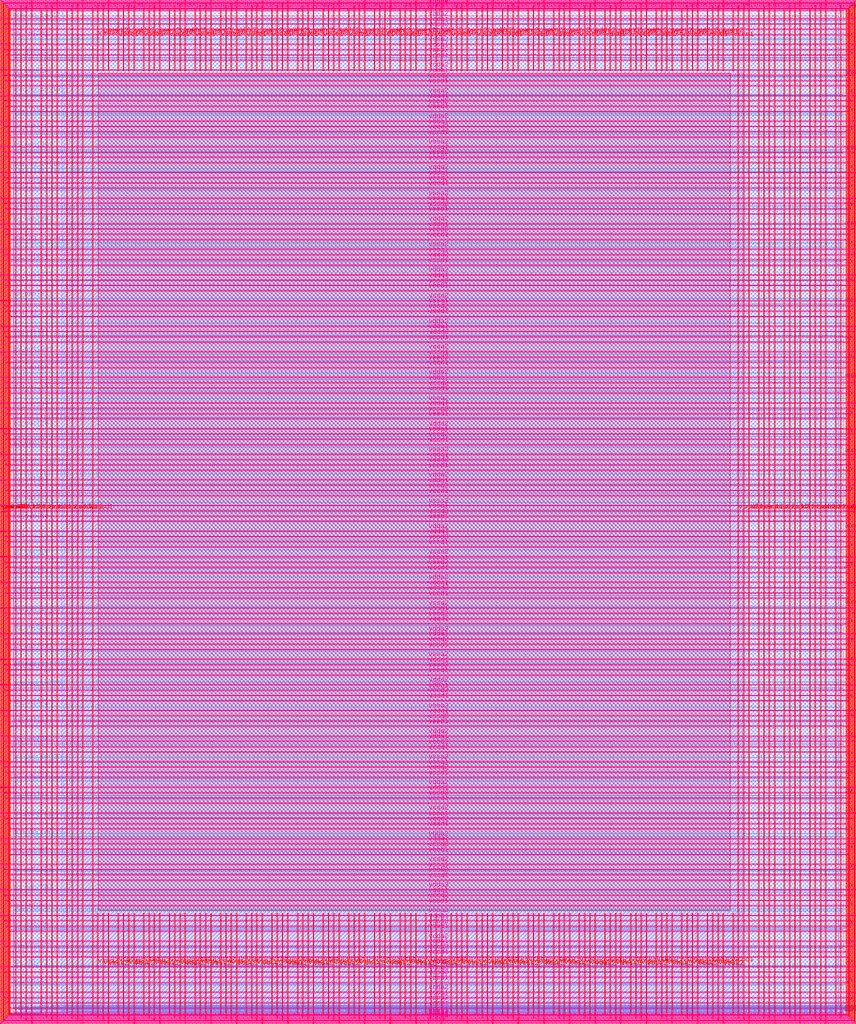
<source format=lef>
VERSION 5.7 ;
  NOWIREEXTENSIONATPIN ON ;
  DIVIDERCHAR "/" ;
  BUSBITCHARS "[]" ;
MACRO user_project_wrapper
  CLASS BLOCK ;
  FOREIGN user_project_wrapper ;
  ORIGIN 0.000 0.000 ;
  SIZE 2920.000 BY 3520.000 ;
  PIN analog_io[0]
    DIRECTION INOUT ;
    USE SIGNAL ;
    PORT
      LAYER met3 ;
        RECT 2917.600 1426.380 2924.800 1427.580 ;
    END
  END analog_io[0]
  PIN analog_io[10]
    DIRECTION INOUT ;
    USE SIGNAL ;
    PORT
      LAYER met2 ;
        RECT 2230.490 3517.600 2231.050 3524.800 ;
    END
  END analog_io[10]
  PIN analog_io[11]
    DIRECTION INOUT ;
    USE SIGNAL ;
    PORT
      LAYER met2 ;
        RECT 1905.730 3517.600 1906.290 3524.800 ;
    END
  END analog_io[11]
  PIN analog_io[12]
    DIRECTION INOUT ;
    USE SIGNAL ;
    PORT
      LAYER met2 ;
        RECT 1581.430 3517.600 1581.990 3524.800 ;
    END
  END analog_io[12]
  PIN analog_io[13]
    DIRECTION INOUT ;
    USE SIGNAL ;
    PORT
      LAYER met2 ;
        RECT 1257.130 3517.600 1257.690 3524.800 ;
    END
  END analog_io[13]
  PIN analog_io[14]
    DIRECTION INOUT ;
    USE SIGNAL ;
    PORT
      LAYER met2 ;
        RECT 932.370 3517.600 932.930 3524.800 ;
    END
  END analog_io[14]
  PIN analog_io[15]
    DIRECTION INOUT ;
    USE SIGNAL ;
    PORT
      LAYER met2 ;
        RECT 608.070 3517.600 608.630 3524.800 ;
    END
  END analog_io[15]
  PIN analog_io[16]
    DIRECTION INOUT ;
    USE SIGNAL ;
    PORT
      LAYER met2 ;
        RECT 283.770 3517.600 284.330 3524.800 ;
    END
  END analog_io[16]
  PIN analog_io[17]
    DIRECTION INOUT ;
    USE SIGNAL ;
    PORT
      LAYER met3 ;
        RECT -4.800 3486.100 2.400 3487.300 ;
    END
  END analog_io[17]
  PIN analog_io[18]
    DIRECTION INOUT ;
    USE SIGNAL ;
    PORT
      LAYER met3 ;
        RECT -4.800 3224.980 2.400 3226.180 ;
    END
  END analog_io[18]
  PIN analog_io[19]
    DIRECTION INOUT ;
    USE SIGNAL ;
    PORT
      LAYER met3 ;
        RECT -4.800 2964.540 2.400 2965.740 ;
    END
  END analog_io[19]
  PIN analog_io[1]
    DIRECTION INOUT ;
    USE SIGNAL ;
    PORT
      LAYER met3 ;
        RECT 2917.600 1692.260 2924.800 1693.460 ;
    END
  END analog_io[1]
  PIN analog_io[20]
    DIRECTION INOUT ;
    USE SIGNAL ;
    PORT
      LAYER met3 ;
        RECT -4.800 2703.420 2.400 2704.620 ;
    END
  END analog_io[20]
  PIN analog_io[21]
    DIRECTION INOUT ;
    USE SIGNAL ;
    PORT
      LAYER met3 ;
        RECT -4.800 2442.980 2.400 2444.180 ;
    END
  END analog_io[21]
  PIN analog_io[22]
    DIRECTION INOUT ;
    USE SIGNAL ;
    PORT
      LAYER met3 ;
        RECT -4.800 2182.540 2.400 2183.740 ;
    END
  END analog_io[22]
  PIN analog_io[23]
    DIRECTION INOUT ;
    USE SIGNAL ;
    PORT
      LAYER met3 ;
        RECT -4.800 1921.420 2.400 1922.620 ;
    END
  END analog_io[23]
  PIN analog_io[24]
    DIRECTION INOUT ;
    USE SIGNAL ;
    PORT
      LAYER met3 ;
        RECT -4.800 1660.980 2.400 1662.180 ;
    END
  END analog_io[24]
  PIN analog_io[25]
    DIRECTION INOUT ;
    USE SIGNAL ;
    PORT
      LAYER met3 ;
        RECT -4.800 1399.860 2.400 1401.060 ;
    END
  END analog_io[25]
  PIN analog_io[26]
    DIRECTION INOUT ;
    USE SIGNAL ;
    PORT
      LAYER met3 ;
        RECT -4.800 1139.420 2.400 1140.620 ;
    END
  END analog_io[26]
  PIN analog_io[27]
    DIRECTION INOUT ;
    USE SIGNAL ;
    PORT
      LAYER met3 ;
        RECT -4.800 878.980 2.400 880.180 ;
    END
  END analog_io[27]
  PIN analog_io[28]
    DIRECTION INOUT ;
    USE SIGNAL ;
    PORT
      LAYER met3 ;
        RECT -4.800 617.860 2.400 619.060 ;
    END
  END analog_io[28]
  PIN analog_io[2]
    DIRECTION INOUT ;
    USE SIGNAL ;
    PORT
      LAYER met3 ;
        RECT 2917.600 1958.140 2924.800 1959.340 ;
    END
  END analog_io[2]
  PIN analog_io[3]
    DIRECTION INOUT ;
    USE SIGNAL ;
    PORT
      LAYER met3 ;
        RECT 2917.600 2223.340 2924.800 2224.540 ;
    END
  END analog_io[3]
  PIN analog_io[4]
    DIRECTION INOUT ;
    USE SIGNAL ;
    PORT
      LAYER met3 ;
        RECT 2917.600 2489.220 2924.800 2490.420 ;
    END
  END analog_io[4]
  PIN analog_io[5]
    DIRECTION INOUT ;
    USE SIGNAL ;
    PORT
      LAYER met3 ;
        RECT 2917.600 2755.100 2924.800 2756.300 ;
    END
  END analog_io[5]
  PIN analog_io[6]
    DIRECTION INOUT ;
    USE SIGNAL ;
    PORT
      LAYER met3 ;
        RECT 2917.600 3020.300 2924.800 3021.500 ;
    END
  END analog_io[6]
  PIN analog_io[7]
    DIRECTION INOUT ;
    USE SIGNAL ;
    PORT
      LAYER met3 ;
        RECT 2917.600 3286.180 2924.800 3287.380 ;
    END
  END analog_io[7]
  PIN analog_io[8]
    DIRECTION INOUT ;
    USE SIGNAL ;
    PORT
      LAYER met2 ;
        RECT 2879.090 3517.600 2879.650 3524.800 ;
    END
  END analog_io[8]
  PIN analog_io[9]
    DIRECTION INOUT ;
    USE SIGNAL ;
    PORT
      LAYER met2 ;
        RECT 2554.790 3517.600 2555.350 3524.800 ;
    END
  END analog_io[9]
  PIN io_in[0]
    DIRECTION INPUT ;
    USE SIGNAL ;
    PORT
      LAYER met3 ;
        RECT 2917.600 32.380 2924.800 33.580 ;
    END
  END io_in[0]
  PIN io_in[10]
    DIRECTION INPUT ;
    USE SIGNAL ;
    PORT
      LAYER met3 ;
        RECT 2917.600 2289.980 2924.800 2291.180 ;
    END
  END io_in[10]
  PIN io_in[11]
    DIRECTION INPUT ;
    USE SIGNAL ;
    PORT
      LAYER met3 ;
        RECT 2917.600 2555.860 2924.800 2557.060 ;
    END
  END io_in[11]
  PIN io_in[12]
    DIRECTION INPUT ;
    USE SIGNAL ;
    PORT
      LAYER met3 ;
        RECT 2917.600 2821.060 2924.800 2822.260 ;
    END
  END io_in[12]
  PIN io_in[13]
    DIRECTION INPUT ;
    USE SIGNAL ;
    PORT
      LAYER met3 ;
        RECT 2917.600 3086.940 2924.800 3088.140 ;
    END
  END io_in[13]
  PIN io_in[14]
    DIRECTION INPUT ;
    USE SIGNAL ;
    PORT
      LAYER met3 ;
        RECT 2917.600 3352.820 2924.800 3354.020 ;
    END
  END io_in[14]
  PIN io_in[15]
    DIRECTION INPUT ;
    USE SIGNAL ;
    PORT
      LAYER met2 ;
        RECT 2798.130 3517.600 2798.690 3524.800 ;
    END
  END io_in[15]
  PIN io_in[16]
    DIRECTION INPUT ;
    USE SIGNAL ;
    PORT
      LAYER met2 ;
        RECT 2473.830 3517.600 2474.390 3524.800 ;
    END
  END io_in[16]
  PIN io_in[17]
    DIRECTION INPUT ;
    USE SIGNAL ;
    PORT
      LAYER met2 ;
        RECT 2149.070 3517.600 2149.630 3524.800 ;
    END
  END io_in[17]
  PIN io_in[18]
    DIRECTION INPUT ;
    USE SIGNAL ;
    PORT
      LAYER met2 ;
        RECT 1824.770 3517.600 1825.330 3524.800 ;
    END
  END io_in[18]
  PIN io_in[19]
    DIRECTION INPUT ;
    USE SIGNAL ;
    PORT
      LAYER met2 ;
        RECT 1500.470 3517.600 1501.030 3524.800 ;
    END
  END io_in[19]
  PIN io_in[1]
    DIRECTION INPUT ;
    USE SIGNAL ;
    PORT
      LAYER met3 ;
        RECT 2917.600 230.940 2924.800 232.140 ;
    END
  END io_in[1]
  PIN io_in[20]
    DIRECTION INPUT ;
    USE SIGNAL ;
    PORT
      LAYER met2 ;
        RECT 1175.710 3517.600 1176.270 3524.800 ;
    END
  END io_in[20]
  PIN io_in[21]
    DIRECTION INPUT ;
    USE SIGNAL ;
    PORT
      LAYER met2 ;
        RECT 851.410 3517.600 851.970 3524.800 ;
    END
  END io_in[21]
  PIN io_in[22]
    DIRECTION INPUT ;
    USE SIGNAL ;
    PORT
      LAYER met2 ;
        RECT 527.110 3517.600 527.670 3524.800 ;
    END
  END io_in[22]
  PIN io_in[23]
    DIRECTION INPUT ;
    USE SIGNAL ;
    PORT
      LAYER met2 ;
        RECT 202.350 3517.600 202.910 3524.800 ;
    END
  END io_in[23]
  PIN io_in[24]
    DIRECTION INPUT ;
    USE SIGNAL ;
    PORT
      LAYER met3 ;
        RECT -4.800 3420.820 2.400 3422.020 ;
    END
  END io_in[24]
  PIN io_in[25]
    DIRECTION INPUT ;
    USE SIGNAL ;
    PORT
      LAYER met3 ;
        RECT -4.800 3159.700 2.400 3160.900 ;
    END
  END io_in[25]
  PIN io_in[26]
    DIRECTION INPUT ;
    USE SIGNAL ;
    PORT
      LAYER met3 ;
        RECT -4.800 2899.260 2.400 2900.460 ;
    END
  END io_in[26]
  PIN io_in[27]
    DIRECTION INPUT ;
    USE SIGNAL ;
    PORT
      LAYER met3 ;
        RECT -4.800 2638.820 2.400 2640.020 ;
    END
  END io_in[27]
  PIN io_in[28]
    DIRECTION INPUT ;
    USE SIGNAL ;
    PORT
      LAYER met3 ;
        RECT -4.800 2377.700 2.400 2378.900 ;
    END
  END io_in[28]
  PIN io_in[29]
    DIRECTION INPUT ;
    USE SIGNAL ;
    PORT
      LAYER met3 ;
        RECT -4.800 2117.260 2.400 2118.460 ;
    END
  END io_in[29]
  PIN io_in[2]
    DIRECTION INPUT ;
    USE SIGNAL ;
    PORT
      LAYER met3 ;
        RECT 2917.600 430.180 2924.800 431.380 ;
    END
  END io_in[2]
  PIN io_in[30]
    DIRECTION INPUT ;
    USE SIGNAL ;
    PORT
      LAYER met3 ;
        RECT -4.800 1856.140 2.400 1857.340 ;
    END
  END io_in[30]
  PIN io_in[31]
    DIRECTION INPUT ;
    USE SIGNAL ;
    PORT
      LAYER met3 ;
        RECT -4.800 1595.700 2.400 1596.900 ;
    END
  END io_in[31]
  PIN io_in[32]
    DIRECTION INPUT ;
    USE SIGNAL ;
    PORT
      LAYER met3 ;
        RECT -4.800 1335.260 2.400 1336.460 ;
    END
  END io_in[32]
  PIN io_in[33]
    DIRECTION INPUT ;
    USE SIGNAL ;
    PORT
      LAYER met3 ;
        RECT -4.800 1074.140 2.400 1075.340 ;
    END
  END io_in[33]
  PIN io_in[34]
    DIRECTION INPUT ;
    USE SIGNAL ;
    PORT
      LAYER met3 ;
        RECT -4.800 813.700 2.400 814.900 ;
    END
  END io_in[34]
  PIN io_in[35]
    DIRECTION INPUT ;
    USE SIGNAL ;
    PORT
      LAYER met3 ;
        RECT -4.800 552.580 2.400 553.780 ;
    END
  END io_in[35]
  PIN io_in[36]
    DIRECTION INPUT ;
    USE SIGNAL ;
    PORT
      LAYER met3 ;
        RECT -4.800 357.420 2.400 358.620 ;
    END
  END io_in[36]
  PIN io_in[37]
    DIRECTION INPUT ;
    USE SIGNAL ;
    PORT
      LAYER met3 ;
        RECT -4.800 161.580 2.400 162.780 ;
    END
  END io_in[37]
  PIN io_in[3]
    DIRECTION INPUT ;
    USE SIGNAL ;
    PORT
      LAYER met3 ;
        RECT 2917.600 629.420 2924.800 630.620 ;
    END
  END io_in[3]
  PIN io_in[4]
    DIRECTION INPUT ;
    USE SIGNAL ;
    PORT
      LAYER met3 ;
        RECT 2917.600 828.660 2924.800 829.860 ;
    END
  END io_in[4]
  PIN io_in[5]
    DIRECTION INPUT ;
    USE SIGNAL ;
    PORT
      LAYER met3 ;
        RECT 2917.600 1027.900 2924.800 1029.100 ;
    END
  END io_in[5]
  PIN io_in[6]
    DIRECTION INPUT ;
    USE SIGNAL ;
    PORT
      LAYER met3 ;
        RECT 2917.600 1227.140 2924.800 1228.340 ;
    END
  END io_in[6]
  PIN io_in[7]
    DIRECTION INPUT ;
    USE SIGNAL ;
    PORT
      LAYER met3 ;
        RECT 2917.600 1493.020 2924.800 1494.220 ;
    END
  END io_in[7]
  PIN io_in[8]
    DIRECTION INPUT ;
    USE SIGNAL ;
    PORT
      LAYER met3 ;
        RECT 2917.600 1758.900 2924.800 1760.100 ;
    END
  END io_in[8]
  PIN io_in[9]
    DIRECTION INPUT ;
    USE SIGNAL ;
    PORT
      LAYER met3 ;
        RECT 2917.600 2024.100 2924.800 2025.300 ;
    END
  END io_in[9]
  PIN io_oeb[0]
    DIRECTION OUTPUT TRISTATE ;
    USE SIGNAL ;
    PORT
      LAYER met3 ;
        RECT 2917.600 164.980 2924.800 166.180 ;
    END
  END io_oeb[0]
  PIN io_oeb[10]
    DIRECTION OUTPUT TRISTATE ;
    USE SIGNAL ;
    PORT
      LAYER met3 ;
        RECT 2917.600 2422.580 2924.800 2423.780 ;
    END
  END io_oeb[10]
  PIN io_oeb[11]
    DIRECTION OUTPUT TRISTATE ;
    USE SIGNAL ;
    PORT
      LAYER met3 ;
        RECT 2917.600 2688.460 2924.800 2689.660 ;
    END
  END io_oeb[11]
  PIN io_oeb[12]
    DIRECTION OUTPUT TRISTATE ;
    USE SIGNAL ;
    PORT
      LAYER met3 ;
        RECT 2917.600 2954.340 2924.800 2955.540 ;
    END
  END io_oeb[12]
  PIN io_oeb[13]
    DIRECTION OUTPUT TRISTATE ;
    USE SIGNAL ;
    PORT
      LAYER met3 ;
        RECT 2917.600 3219.540 2924.800 3220.740 ;
    END
  END io_oeb[13]
  PIN io_oeb[14]
    DIRECTION OUTPUT TRISTATE ;
    USE SIGNAL ;
    PORT
      LAYER met3 ;
        RECT 2917.600 3485.420 2924.800 3486.620 ;
    END
  END io_oeb[14]
  PIN io_oeb[15]
    DIRECTION OUTPUT TRISTATE ;
    USE SIGNAL ;
    PORT
      LAYER met2 ;
        RECT 2635.750 3517.600 2636.310 3524.800 ;
    END
  END io_oeb[15]
  PIN io_oeb[16]
    DIRECTION OUTPUT TRISTATE ;
    USE SIGNAL ;
    PORT
      LAYER met2 ;
        RECT 2311.450 3517.600 2312.010 3524.800 ;
    END
  END io_oeb[16]
  PIN io_oeb[17]
    DIRECTION OUTPUT TRISTATE ;
    USE SIGNAL ;
    PORT
      LAYER met2 ;
        RECT 1987.150 3517.600 1987.710 3524.800 ;
    END
  END io_oeb[17]
  PIN io_oeb[18]
    DIRECTION OUTPUT TRISTATE ;
    USE SIGNAL ;
    PORT
      LAYER met2 ;
        RECT 1662.390 3517.600 1662.950 3524.800 ;
    END
  END io_oeb[18]
  PIN io_oeb[19]
    DIRECTION OUTPUT TRISTATE ;
    USE SIGNAL ;
    PORT
      LAYER met2 ;
        RECT 1338.090 3517.600 1338.650 3524.800 ;
    END
  END io_oeb[19]
  PIN io_oeb[1]
    DIRECTION OUTPUT TRISTATE ;
    USE SIGNAL ;
    PORT
      LAYER met3 ;
        RECT 2917.600 364.220 2924.800 365.420 ;
    END
  END io_oeb[1]
  PIN io_oeb[20]
    DIRECTION OUTPUT TRISTATE ;
    USE SIGNAL ;
    PORT
      LAYER met2 ;
        RECT 1013.790 3517.600 1014.350 3524.800 ;
    END
  END io_oeb[20]
  PIN io_oeb[21]
    DIRECTION OUTPUT TRISTATE ;
    USE SIGNAL ;
    PORT
      LAYER met2 ;
        RECT 689.030 3517.600 689.590 3524.800 ;
    END
  END io_oeb[21]
  PIN io_oeb[22]
    DIRECTION OUTPUT TRISTATE ;
    USE SIGNAL ;
    PORT
      LAYER met2 ;
        RECT 364.730 3517.600 365.290 3524.800 ;
    END
  END io_oeb[22]
  PIN io_oeb[23]
    DIRECTION OUTPUT TRISTATE ;
    USE SIGNAL ;
    PORT
      LAYER met2 ;
        RECT 40.430 3517.600 40.990 3524.800 ;
    END
  END io_oeb[23]
  PIN io_oeb[24]
    DIRECTION OUTPUT TRISTATE ;
    USE SIGNAL ;
    PORT
      LAYER met3 ;
        RECT -4.800 3290.260 2.400 3291.460 ;
    END
  END io_oeb[24]
  PIN io_oeb[25]
    DIRECTION OUTPUT TRISTATE ;
    USE SIGNAL ;
    PORT
      LAYER met3 ;
        RECT -4.800 3029.820 2.400 3031.020 ;
    END
  END io_oeb[25]
  PIN io_oeb[26]
    DIRECTION OUTPUT TRISTATE ;
    USE SIGNAL ;
    PORT
      LAYER met3 ;
        RECT -4.800 2768.700 2.400 2769.900 ;
    END
  END io_oeb[26]
  PIN io_oeb[27]
    DIRECTION OUTPUT TRISTATE ;
    USE SIGNAL ;
    PORT
      LAYER met3 ;
        RECT -4.800 2508.260 2.400 2509.460 ;
    END
  END io_oeb[27]
  PIN io_oeb[28]
    DIRECTION OUTPUT TRISTATE ;
    USE SIGNAL ;
    PORT
      LAYER met3 ;
        RECT -4.800 2247.140 2.400 2248.340 ;
    END
  END io_oeb[28]
  PIN io_oeb[29]
    DIRECTION OUTPUT TRISTATE ;
    USE SIGNAL ;
    PORT
      LAYER met3 ;
        RECT -4.800 1986.700 2.400 1987.900 ;
    END
  END io_oeb[29]
  PIN io_oeb[2]
    DIRECTION OUTPUT TRISTATE ;
    USE SIGNAL ;
    PORT
      LAYER met3 ;
        RECT 2917.600 563.460 2924.800 564.660 ;
    END
  END io_oeb[2]
  PIN io_oeb[30]
    DIRECTION OUTPUT TRISTATE ;
    USE SIGNAL ;
    PORT
      LAYER met3 ;
        RECT -4.800 1726.260 2.400 1727.460 ;
    END
  END io_oeb[30]
  PIN io_oeb[31]
    DIRECTION OUTPUT TRISTATE ;
    USE SIGNAL ;
    PORT
      LAYER met3 ;
        RECT -4.800 1465.140 2.400 1466.340 ;
    END
  END io_oeb[31]
  PIN io_oeb[32]
    DIRECTION OUTPUT TRISTATE ;
    USE SIGNAL ;
    PORT
      LAYER met3 ;
        RECT -4.800 1204.700 2.400 1205.900 ;
    END
  END io_oeb[32]
  PIN io_oeb[33]
    DIRECTION OUTPUT TRISTATE ;
    USE SIGNAL ;
    PORT
      LAYER met3 ;
        RECT -4.800 943.580 2.400 944.780 ;
    END
  END io_oeb[33]
  PIN io_oeb[34]
    DIRECTION OUTPUT TRISTATE ;
    USE SIGNAL ;
    PORT
      LAYER met3 ;
        RECT -4.800 683.140 2.400 684.340 ;
    END
  END io_oeb[34]
  PIN io_oeb[35]
    DIRECTION OUTPUT TRISTATE ;
    USE SIGNAL ;
    PORT
      LAYER met3 ;
        RECT -4.800 422.700 2.400 423.900 ;
    END
  END io_oeb[35]
  PIN io_oeb[36]
    DIRECTION OUTPUT TRISTATE ;
    USE SIGNAL ;
    PORT
      LAYER met3 ;
        RECT -4.800 226.860 2.400 228.060 ;
    END
  END io_oeb[36]
  PIN io_oeb[37]
    DIRECTION OUTPUT TRISTATE ;
    USE SIGNAL ;
    PORT
      LAYER met3 ;
        RECT -4.800 31.700 2.400 32.900 ;
    END
  END io_oeb[37]
  PIN io_oeb[3]
    DIRECTION OUTPUT TRISTATE ;
    USE SIGNAL ;
    PORT
      LAYER met3 ;
        RECT 2917.600 762.700 2924.800 763.900 ;
    END
  END io_oeb[3]
  PIN io_oeb[4]
    DIRECTION OUTPUT TRISTATE ;
    USE SIGNAL ;
    PORT
      LAYER met3 ;
        RECT 2917.600 961.940 2924.800 963.140 ;
    END
  END io_oeb[4]
  PIN io_oeb[5]
    DIRECTION OUTPUT TRISTATE ;
    USE SIGNAL ;
    PORT
      LAYER met3 ;
        RECT 2917.600 1161.180 2924.800 1162.380 ;
    END
  END io_oeb[5]
  PIN io_oeb[6]
    DIRECTION OUTPUT TRISTATE ;
    USE SIGNAL ;
    PORT
      LAYER met3 ;
        RECT 2917.600 1360.420 2924.800 1361.620 ;
    END
  END io_oeb[6]
  PIN io_oeb[7]
    DIRECTION OUTPUT TRISTATE ;
    USE SIGNAL ;
    PORT
      LAYER met3 ;
        RECT 2917.600 1625.620 2924.800 1626.820 ;
    END
  END io_oeb[7]
  PIN io_oeb[8]
    DIRECTION OUTPUT TRISTATE ;
    USE SIGNAL ;
    PORT
      LAYER met3 ;
        RECT 2917.600 1891.500 2924.800 1892.700 ;
    END
  END io_oeb[8]
  PIN io_oeb[9]
    DIRECTION OUTPUT TRISTATE ;
    USE SIGNAL ;
    PORT
      LAYER met3 ;
        RECT 2917.600 2157.380 2924.800 2158.580 ;
    END
  END io_oeb[9]
  PIN io_out[0]
    DIRECTION OUTPUT TRISTATE ;
    USE SIGNAL ;
    PORT
      LAYER met3 ;
        RECT 2917.600 98.340 2924.800 99.540 ;
    END
  END io_out[0]
  PIN io_out[10]
    DIRECTION OUTPUT TRISTATE ;
    USE SIGNAL ;
    PORT
      LAYER met3 ;
        RECT 2917.600 2356.620 2924.800 2357.820 ;
    END
  END io_out[10]
  PIN io_out[11]
    DIRECTION OUTPUT TRISTATE ;
    USE SIGNAL ;
    PORT
      LAYER met3 ;
        RECT 2917.600 2621.820 2924.800 2623.020 ;
    END
  END io_out[11]
  PIN io_out[12]
    DIRECTION OUTPUT TRISTATE ;
    USE SIGNAL ;
    PORT
      LAYER met3 ;
        RECT 2917.600 2887.700 2924.800 2888.900 ;
    END
  END io_out[12]
  PIN io_out[13]
    DIRECTION OUTPUT TRISTATE ;
    USE SIGNAL ;
    PORT
      LAYER met3 ;
        RECT 2917.600 3153.580 2924.800 3154.780 ;
    END
  END io_out[13]
  PIN io_out[14]
    DIRECTION OUTPUT TRISTATE ;
    USE SIGNAL ;
    PORT
      LAYER met3 ;
        RECT 2917.600 3418.780 2924.800 3419.980 ;
    END
  END io_out[14]
  PIN io_out[15]
    DIRECTION OUTPUT TRISTATE ;
    USE SIGNAL ;
    PORT
      LAYER met2 ;
        RECT 2717.170 3517.600 2717.730 3524.800 ;
    END
  END io_out[15]
  PIN io_out[16]
    DIRECTION OUTPUT TRISTATE ;
    USE SIGNAL ;
    PORT
      LAYER met2 ;
        RECT 2392.410 3517.600 2392.970 3524.800 ;
    END
  END io_out[16]
  PIN io_out[17]
    DIRECTION OUTPUT TRISTATE ;
    USE SIGNAL ;
    PORT
      LAYER met2 ;
        RECT 2068.110 3517.600 2068.670 3524.800 ;
    END
  END io_out[17]
  PIN io_out[18]
    DIRECTION OUTPUT TRISTATE ;
    USE SIGNAL ;
    PORT
      LAYER met2 ;
        RECT 1743.810 3517.600 1744.370 3524.800 ;
    END
  END io_out[18]
  PIN io_out[19]
    DIRECTION OUTPUT TRISTATE ;
    USE SIGNAL ;
    PORT
      LAYER met2 ;
        RECT 1419.050 3517.600 1419.610 3524.800 ;
    END
  END io_out[19]
  PIN io_out[1]
    DIRECTION OUTPUT TRISTATE ;
    USE SIGNAL ;
    PORT
      LAYER met3 ;
        RECT 2917.600 297.580 2924.800 298.780 ;
    END
  END io_out[1]
  PIN io_out[20]
    DIRECTION OUTPUT TRISTATE ;
    USE SIGNAL ;
    PORT
      LAYER met2 ;
        RECT 1094.750 3517.600 1095.310 3524.800 ;
    END
  END io_out[20]
  PIN io_out[21]
    DIRECTION OUTPUT TRISTATE ;
    USE SIGNAL ;
    PORT
      LAYER met2 ;
        RECT 770.450 3517.600 771.010 3524.800 ;
    END
  END io_out[21]
  PIN io_out[22]
    DIRECTION OUTPUT TRISTATE ;
    USE SIGNAL ;
    PORT
      LAYER met2 ;
        RECT 445.690 3517.600 446.250 3524.800 ;
    END
  END io_out[22]
  PIN io_out[23]
    DIRECTION OUTPUT TRISTATE ;
    USE SIGNAL ;
    PORT
      LAYER met2 ;
        RECT 121.390 3517.600 121.950 3524.800 ;
    END
  END io_out[23]
  PIN io_out[24]
    DIRECTION OUTPUT TRISTATE ;
    USE SIGNAL ;
    PORT
      LAYER met3 ;
        RECT -4.800 3355.540 2.400 3356.740 ;
    END
  END io_out[24]
  PIN io_out[25]
    DIRECTION OUTPUT TRISTATE ;
    USE SIGNAL ;
    PORT
      LAYER met3 ;
        RECT -4.800 3095.100 2.400 3096.300 ;
    END
  END io_out[25]
  PIN io_out[26]
    DIRECTION OUTPUT TRISTATE ;
    USE SIGNAL ;
    PORT
      LAYER met3 ;
        RECT -4.800 2833.980 2.400 2835.180 ;
    END
  END io_out[26]
  PIN io_out[27]
    DIRECTION OUTPUT TRISTATE ;
    USE SIGNAL ;
    PORT
      LAYER met3 ;
        RECT -4.800 2573.540 2.400 2574.740 ;
    END
  END io_out[27]
  PIN io_out[28]
    DIRECTION OUTPUT TRISTATE ;
    USE SIGNAL ;
    PORT
      LAYER met3 ;
        RECT -4.800 2312.420 2.400 2313.620 ;
    END
  END io_out[28]
  PIN io_out[29]
    DIRECTION OUTPUT TRISTATE ;
    USE SIGNAL ;
    PORT
      LAYER met3 ;
        RECT -4.800 2051.980 2.400 2053.180 ;
    END
  END io_out[29]
  PIN io_out[2]
    DIRECTION OUTPUT TRISTATE ;
    USE SIGNAL ;
    PORT
      LAYER met3 ;
        RECT 2917.600 496.820 2924.800 498.020 ;
    END
  END io_out[2]
  PIN io_out[30]
    DIRECTION OUTPUT TRISTATE ;
    USE SIGNAL ;
    PORT
      LAYER met3 ;
        RECT -4.800 1791.540 2.400 1792.740 ;
    END
  END io_out[30]
  PIN io_out[31]
    DIRECTION OUTPUT TRISTATE ;
    USE SIGNAL ;
    PORT
      LAYER met3 ;
        RECT -4.800 1530.420 2.400 1531.620 ;
    END
  END io_out[31]
  PIN io_out[32]
    DIRECTION OUTPUT TRISTATE ;
    USE SIGNAL ;
    PORT
      LAYER met3 ;
        RECT -4.800 1269.980 2.400 1271.180 ;
    END
  END io_out[32]
  PIN io_out[33]
    DIRECTION OUTPUT TRISTATE ;
    USE SIGNAL ;
    PORT
      LAYER met3 ;
        RECT -4.800 1008.860 2.400 1010.060 ;
    END
  END io_out[33]
  PIN io_out[34]
    DIRECTION OUTPUT TRISTATE ;
    USE SIGNAL ;
    PORT
      LAYER met3 ;
        RECT -4.800 748.420 2.400 749.620 ;
    END
  END io_out[34]
  PIN io_out[35]
    DIRECTION OUTPUT TRISTATE ;
    USE SIGNAL ;
    PORT
      LAYER met3 ;
        RECT -4.800 487.300 2.400 488.500 ;
    END
  END io_out[35]
  PIN io_out[36]
    DIRECTION OUTPUT TRISTATE ;
    USE SIGNAL ;
    PORT
      LAYER met3 ;
        RECT -4.800 292.140 2.400 293.340 ;
    END
  END io_out[36]
  PIN io_out[37]
    DIRECTION OUTPUT TRISTATE ;
    USE SIGNAL ;
    PORT
      LAYER met3 ;
        RECT -4.800 96.300 2.400 97.500 ;
    END
  END io_out[37]
  PIN io_out[3]
    DIRECTION OUTPUT TRISTATE ;
    USE SIGNAL ;
    PORT
      LAYER met3 ;
        RECT 2917.600 696.060 2924.800 697.260 ;
    END
  END io_out[3]
  PIN io_out[4]
    DIRECTION OUTPUT TRISTATE ;
    USE SIGNAL ;
    PORT
      LAYER met3 ;
        RECT 2917.600 895.300 2924.800 896.500 ;
    END
  END io_out[4]
  PIN io_out[5]
    DIRECTION OUTPUT TRISTATE ;
    USE SIGNAL ;
    PORT
      LAYER met3 ;
        RECT 2917.600 1094.540 2924.800 1095.740 ;
    END
  END io_out[5]
  PIN io_out[6]
    DIRECTION OUTPUT TRISTATE ;
    USE SIGNAL ;
    PORT
      LAYER met3 ;
        RECT 2917.600 1293.780 2924.800 1294.980 ;
    END
  END io_out[6]
  PIN io_out[7]
    DIRECTION OUTPUT TRISTATE ;
    USE SIGNAL ;
    PORT
      LAYER met3 ;
        RECT 2917.600 1559.660 2924.800 1560.860 ;
    END
  END io_out[7]
  PIN io_out[8]
    DIRECTION OUTPUT TRISTATE ;
    USE SIGNAL ;
    PORT
      LAYER met3 ;
        RECT 2917.600 1824.860 2924.800 1826.060 ;
    END
  END io_out[8]
  PIN io_out[9]
    DIRECTION OUTPUT TRISTATE ;
    USE SIGNAL ;
    PORT
      LAYER met3 ;
        RECT 2917.600 2090.740 2924.800 2091.940 ;
    END
  END io_out[9]
  PIN la_data_in[0]
    DIRECTION INPUT ;
    USE SIGNAL ;
    PORT
      LAYER met2 ;
        RECT 629.230 -4.800 629.790 2.400 ;
    END
  END la_data_in[0]
  PIN la_data_in[100]
    DIRECTION INPUT ;
    USE SIGNAL ;
    PORT
      LAYER met2 ;
        RECT 2402.530 -4.800 2403.090 2.400 ;
    END
  END la_data_in[100]
  PIN la_data_in[101]
    DIRECTION INPUT ;
    USE SIGNAL ;
    PORT
      LAYER met2 ;
        RECT 2420.010 -4.800 2420.570 2.400 ;
    END
  END la_data_in[101]
  PIN la_data_in[102]
    DIRECTION INPUT ;
    USE SIGNAL ;
    PORT
      LAYER met2 ;
        RECT 2437.950 -4.800 2438.510 2.400 ;
    END
  END la_data_in[102]
  PIN la_data_in[103]
    DIRECTION INPUT ;
    USE SIGNAL ;
    PORT
      LAYER met2 ;
        RECT 2455.430 -4.800 2455.990 2.400 ;
    END
  END la_data_in[103]
  PIN la_data_in[104]
    DIRECTION INPUT ;
    USE SIGNAL ;
    PORT
      LAYER met2 ;
        RECT 2473.370 -4.800 2473.930 2.400 ;
    END
  END la_data_in[104]
  PIN la_data_in[105]
    DIRECTION INPUT ;
    USE SIGNAL ;
    PORT
      LAYER met2 ;
        RECT 2490.850 -4.800 2491.410 2.400 ;
    END
  END la_data_in[105]
  PIN la_data_in[106]
    DIRECTION INPUT ;
    USE SIGNAL ;
    PORT
      LAYER met2 ;
        RECT 2508.790 -4.800 2509.350 2.400 ;
    END
  END la_data_in[106]
  PIN la_data_in[107]
    DIRECTION INPUT ;
    USE SIGNAL ;
    PORT
      LAYER met2 ;
        RECT 2526.730 -4.800 2527.290 2.400 ;
    END
  END la_data_in[107]
  PIN la_data_in[108]
    DIRECTION INPUT ;
    USE SIGNAL ;
    PORT
      LAYER met2 ;
        RECT 2544.210 -4.800 2544.770 2.400 ;
    END
  END la_data_in[108]
  PIN la_data_in[109]
    DIRECTION INPUT ;
    USE SIGNAL ;
    PORT
      LAYER met2 ;
        RECT 2562.150 -4.800 2562.710 2.400 ;
    END
  END la_data_in[109]
  PIN la_data_in[10]
    DIRECTION INPUT ;
    USE SIGNAL ;
    PORT
      LAYER met2 ;
        RECT 806.330 -4.800 806.890 2.400 ;
    END
  END la_data_in[10]
  PIN la_data_in[110]
    DIRECTION INPUT ;
    USE SIGNAL ;
    PORT
      LAYER met2 ;
        RECT 2579.630 -4.800 2580.190 2.400 ;
    END
  END la_data_in[110]
  PIN la_data_in[111]
    DIRECTION INPUT ;
    USE SIGNAL ;
    PORT
      LAYER met2 ;
        RECT 2597.570 -4.800 2598.130 2.400 ;
    END
  END la_data_in[111]
  PIN la_data_in[112]
    DIRECTION INPUT ;
    USE SIGNAL ;
    PORT
      LAYER met2 ;
        RECT 2615.050 -4.800 2615.610 2.400 ;
    END
  END la_data_in[112]
  PIN la_data_in[113]
    DIRECTION INPUT ;
    USE SIGNAL ;
    PORT
      LAYER met2 ;
        RECT 2632.990 -4.800 2633.550 2.400 ;
    END
  END la_data_in[113]
  PIN la_data_in[114]
    DIRECTION INPUT ;
    USE SIGNAL ;
    PORT
      LAYER met2 ;
        RECT 2650.470 -4.800 2651.030 2.400 ;
    END
  END la_data_in[114]
  PIN la_data_in[115]
    DIRECTION INPUT ;
    USE SIGNAL ;
    PORT
      LAYER met2 ;
        RECT 2668.410 -4.800 2668.970 2.400 ;
    END
  END la_data_in[115]
  PIN la_data_in[116]
    DIRECTION INPUT ;
    USE SIGNAL ;
    PORT
      LAYER met2 ;
        RECT 2685.890 -4.800 2686.450 2.400 ;
    END
  END la_data_in[116]
  PIN la_data_in[117]
    DIRECTION INPUT ;
    USE SIGNAL ;
    PORT
      LAYER met2 ;
        RECT 2703.830 -4.800 2704.390 2.400 ;
    END
  END la_data_in[117]
  PIN la_data_in[118]
    DIRECTION INPUT ;
    USE SIGNAL ;
    PORT
      LAYER met2 ;
        RECT 2721.770 -4.800 2722.330 2.400 ;
    END
  END la_data_in[118]
  PIN la_data_in[119]
    DIRECTION INPUT ;
    USE SIGNAL ;
    PORT
      LAYER met2 ;
        RECT 2739.250 -4.800 2739.810 2.400 ;
    END
  END la_data_in[119]
  PIN la_data_in[11]
    DIRECTION INPUT ;
    USE SIGNAL ;
    PORT
      LAYER met2 ;
        RECT 824.270 -4.800 824.830 2.400 ;
    END
  END la_data_in[11]
  PIN la_data_in[120]
    DIRECTION INPUT ;
    USE SIGNAL ;
    PORT
      LAYER met2 ;
        RECT 2757.190 -4.800 2757.750 2.400 ;
    END
  END la_data_in[120]
  PIN la_data_in[121]
    DIRECTION INPUT ;
    USE SIGNAL ;
    PORT
      LAYER met2 ;
        RECT 2774.670 -4.800 2775.230 2.400 ;
    END
  END la_data_in[121]
  PIN la_data_in[122]
    DIRECTION INPUT ;
    USE SIGNAL ;
    PORT
      LAYER met2 ;
        RECT 2792.610 -4.800 2793.170 2.400 ;
    END
  END la_data_in[122]
  PIN la_data_in[123]
    DIRECTION INPUT ;
    USE SIGNAL ;
    PORT
      LAYER met2 ;
        RECT 2810.090 -4.800 2810.650 2.400 ;
    END
  END la_data_in[123]
  PIN la_data_in[124]
    DIRECTION INPUT ;
    USE SIGNAL ;
    PORT
      LAYER met2 ;
        RECT 2828.030 -4.800 2828.590 2.400 ;
    END
  END la_data_in[124]
  PIN la_data_in[125]
    DIRECTION INPUT ;
    USE SIGNAL ;
    PORT
      LAYER met2 ;
        RECT 2845.510 -4.800 2846.070 2.400 ;
    END
  END la_data_in[125]
  PIN la_data_in[126]
    DIRECTION INPUT ;
    USE SIGNAL ;
    PORT
      LAYER met2 ;
        RECT 2863.450 -4.800 2864.010 2.400 ;
    END
  END la_data_in[126]
  PIN la_data_in[127]
    DIRECTION INPUT ;
    USE SIGNAL ;
    PORT
      LAYER met2 ;
        RECT 2881.390 -4.800 2881.950 2.400 ;
    END
  END la_data_in[127]
  PIN la_data_in[12]
    DIRECTION INPUT ;
    USE SIGNAL ;
    PORT
      LAYER met2 ;
        RECT 841.750 -4.800 842.310 2.400 ;
    END
  END la_data_in[12]
  PIN la_data_in[13]
    DIRECTION INPUT ;
    USE SIGNAL ;
    PORT
      LAYER met2 ;
        RECT 859.690 -4.800 860.250 2.400 ;
    END
  END la_data_in[13]
  PIN la_data_in[14]
    DIRECTION INPUT ;
    USE SIGNAL ;
    PORT
      LAYER met2 ;
        RECT 877.170 -4.800 877.730 2.400 ;
    END
  END la_data_in[14]
  PIN la_data_in[15]
    DIRECTION INPUT ;
    USE SIGNAL ;
    PORT
      LAYER met2 ;
        RECT 895.110 -4.800 895.670 2.400 ;
    END
  END la_data_in[15]
  PIN la_data_in[16]
    DIRECTION INPUT ;
    USE SIGNAL ;
    PORT
      LAYER met2 ;
        RECT 912.590 -4.800 913.150 2.400 ;
    END
  END la_data_in[16]
  PIN la_data_in[17]
    DIRECTION INPUT ;
    USE SIGNAL ;
    PORT
      LAYER met2 ;
        RECT 930.530 -4.800 931.090 2.400 ;
    END
  END la_data_in[17]
  PIN la_data_in[18]
    DIRECTION INPUT ;
    USE SIGNAL ;
    PORT
      LAYER met2 ;
        RECT 948.470 -4.800 949.030 2.400 ;
    END
  END la_data_in[18]
  PIN la_data_in[19]
    DIRECTION INPUT ;
    USE SIGNAL ;
    PORT
      LAYER met2 ;
        RECT 965.950 -4.800 966.510 2.400 ;
    END
  END la_data_in[19]
  PIN la_data_in[1]
    DIRECTION INPUT ;
    USE SIGNAL ;
    PORT
      LAYER met2 ;
        RECT 646.710 -4.800 647.270 2.400 ;
    END
  END la_data_in[1]
  PIN la_data_in[20]
    DIRECTION INPUT ;
    USE SIGNAL ;
    PORT
      LAYER met2 ;
        RECT 983.890 -4.800 984.450 2.400 ;
    END
  END la_data_in[20]
  PIN la_data_in[21]
    DIRECTION INPUT ;
    USE SIGNAL ;
    PORT
      LAYER met2 ;
        RECT 1001.370 -4.800 1001.930 2.400 ;
    END
  END la_data_in[21]
  PIN la_data_in[22]
    DIRECTION INPUT ;
    USE SIGNAL ;
    PORT
      LAYER met2 ;
        RECT 1019.310 -4.800 1019.870 2.400 ;
    END
  END la_data_in[22]
  PIN la_data_in[23]
    DIRECTION INPUT ;
    USE SIGNAL ;
    PORT
      LAYER met2 ;
        RECT 1036.790 -4.800 1037.350 2.400 ;
    END
  END la_data_in[23]
  PIN la_data_in[24]
    DIRECTION INPUT ;
    USE SIGNAL ;
    PORT
      LAYER met2 ;
        RECT 1054.730 -4.800 1055.290 2.400 ;
    END
  END la_data_in[24]
  PIN la_data_in[25]
    DIRECTION INPUT ;
    USE SIGNAL ;
    PORT
      LAYER met2 ;
        RECT 1072.210 -4.800 1072.770 2.400 ;
    END
  END la_data_in[25]
  PIN la_data_in[26]
    DIRECTION INPUT ;
    USE SIGNAL ;
    PORT
      LAYER met2 ;
        RECT 1090.150 -4.800 1090.710 2.400 ;
    END
  END la_data_in[26]
  PIN la_data_in[27]
    DIRECTION INPUT ;
    USE SIGNAL ;
    PORT
      LAYER met2 ;
        RECT 1107.630 -4.800 1108.190 2.400 ;
    END
  END la_data_in[27]
  PIN la_data_in[28]
    DIRECTION INPUT ;
    USE SIGNAL ;
    PORT
      LAYER met2 ;
        RECT 1125.570 -4.800 1126.130 2.400 ;
    END
  END la_data_in[28]
  PIN la_data_in[29]
    DIRECTION INPUT ;
    USE SIGNAL ;
    PORT
      LAYER met2 ;
        RECT 1143.510 -4.800 1144.070 2.400 ;
    END
  END la_data_in[29]
  PIN la_data_in[2]
    DIRECTION INPUT ;
    USE SIGNAL ;
    PORT
      LAYER met2 ;
        RECT 664.650 -4.800 665.210 2.400 ;
    END
  END la_data_in[2]
  PIN la_data_in[30]
    DIRECTION INPUT ;
    USE SIGNAL ;
    PORT
      LAYER met2 ;
        RECT 1160.990 -4.800 1161.550 2.400 ;
    END
  END la_data_in[30]
  PIN la_data_in[31]
    DIRECTION INPUT ;
    USE SIGNAL ;
    PORT
      LAYER met2 ;
        RECT 1178.930 -4.800 1179.490 2.400 ;
    END
  END la_data_in[31]
  PIN la_data_in[32]
    DIRECTION INPUT ;
    USE SIGNAL ;
    PORT
      LAYER met2 ;
        RECT 1196.410 -4.800 1196.970 2.400 ;
    END
  END la_data_in[32]
  PIN la_data_in[33]
    DIRECTION INPUT ;
    USE SIGNAL ;
    PORT
      LAYER met2 ;
        RECT 1214.350 -4.800 1214.910 2.400 ;
    END
  END la_data_in[33]
  PIN la_data_in[34]
    DIRECTION INPUT ;
    USE SIGNAL ;
    PORT
      LAYER met2 ;
        RECT 1231.830 -4.800 1232.390 2.400 ;
    END
  END la_data_in[34]
  PIN la_data_in[35]
    DIRECTION INPUT ;
    USE SIGNAL ;
    PORT
      LAYER met2 ;
        RECT 1249.770 -4.800 1250.330 2.400 ;
    END
  END la_data_in[35]
  PIN la_data_in[36]
    DIRECTION INPUT ;
    USE SIGNAL ;
    PORT
      LAYER met2 ;
        RECT 1267.250 -4.800 1267.810 2.400 ;
    END
  END la_data_in[36]
  PIN la_data_in[37]
    DIRECTION INPUT ;
    USE SIGNAL ;
    PORT
      LAYER met2 ;
        RECT 1285.190 -4.800 1285.750 2.400 ;
    END
  END la_data_in[37]
  PIN la_data_in[38]
    DIRECTION INPUT ;
    USE SIGNAL ;
    PORT
      LAYER met2 ;
        RECT 1303.130 -4.800 1303.690 2.400 ;
    END
  END la_data_in[38]
  PIN la_data_in[39]
    DIRECTION INPUT ;
    USE SIGNAL ;
    PORT
      LAYER met2 ;
        RECT 1320.610 -4.800 1321.170 2.400 ;
    END
  END la_data_in[39]
  PIN la_data_in[3]
    DIRECTION INPUT ;
    USE SIGNAL ;
    PORT
      LAYER met2 ;
        RECT 682.130 -4.800 682.690 2.400 ;
    END
  END la_data_in[3]
  PIN la_data_in[40]
    DIRECTION INPUT ;
    USE SIGNAL ;
    PORT
      LAYER met2 ;
        RECT 1338.550 -4.800 1339.110 2.400 ;
    END
  END la_data_in[40]
  PIN la_data_in[41]
    DIRECTION INPUT ;
    USE SIGNAL ;
    PORT
      LAYER met2 ;
        RECT 1356.030 -4.800 1356.590 2.400 ;
    END
  END la_data_in[41]
  PIN la_data_in[42]
    DIRECTION INPUT ;
    USE SIGNAL ;
    PORT
      LAYER met2 ;
        RECT 1373.970 -4.800 1374.530 2.400 ;
    END
  END la_data_in[42]
  PIN la_data_in[43]
    DIRECTION INPUT ;
    USE SIGNAL ;
    PORT
      LAYER met2 ;
        RECT 1391.450 -4.800 1392.010 2.400 ;
    END
  END la_data_in[43]
  PIN la_data_in[44]
    DIRECTION INPUT ;
    USE SIGNAL ;
    PORT
      LAYER met2 ;
        RECT 1409.390 -4.800 1409.950 2.400 ;
    END
  END la_data_in[44]
  PIN la_data_in[45]
    DIRECTION INPUT ;
    USE SIGNAL ;
    PORT
      LAYER met2 ;
        RECT 1426.870 -4.800 1427.430 2.400 ;
    END
  END la_data_in[45]
  PIN la_data_in[46]
    DIRECTION INPUT ;
    USE SIGNAL ;
    PORT
      LAYER met2 ;
        RECT 1444.810 -4.800 1445.370 2.400 ;
    END
  END la_data_in[46]
  PIN la_data_in[47]
    DIRECTION INPUT ;
    USE SIGNAL ;
    PORT
      LAYER met2 ;
        RECT 1462.750 -4.800 1463.310 2.400 ;
    END
  END la_data_in[47]
  PIN la_data_in[48]
    DIRECTION INPUT ;
    USE SIGNAL ;
    PORT
      LAYER met2 ;
        RECT 1480.230 -4.800 1480.790 2.400 ;
    END
  END la_data_in[48]
  PIN la_data_in[49]
    DIRECTION INPUT ;
    USE SIGNAL ;
    PORT
      LAYER met2 ;
        RECT 1498.170 -4.800 1498.730 2.400 ;
    END
  END la_data_in[49]
  PIN la_data_in[4]
    DIRECTION INPUT ;
    USE SIGNAL ;
    PORT
      LAYER met2 ;
        RECT 700.070 -4.800 700.630 2.400 ;
    END
  END la_data_in[4]
  PIN la_data_in[50]
    DIRECTION INPUT ;
    USE SIGNAL ;
    PORT
      LAYER met2 ;
        RECT 1515.650 -4.800 1516.210 2.400 ;
    END
  END la_data_in[50]
  PIN la_data_in[51]
    DIRECTION INPUT ;
    USE SIGNAL ;
    PORT
      LAYER met2 ;
        RECT 1533.590 -4.800 1534.150 2.400 ;
    END
  END la_data_in[51]
  PIN la_data_in[52]
    DIRECTION INPUT ;
    USE SIGNAL ;
    PORT
      LAYER met2 ;
        RECT 1551.070 -4.800 1551.630 2.400 ;
    END
  END la_data_in[52]
  PIN la_data_in[53]
    DIRECTION INPUT ;
    USE SIGNAL ;
    PORT
      LAYER met2 ;
        RECT 1569.010 -4.800 1569.570 2.400 ;
    END
  END la_data_in[53]
  PIN la_data_in[54]
    DIRECTION INPUT ;
    USE SIGNAL ;
    PORT
      LAYER met2 ;
        RECT 1586.490 -4.800 1587.050 2.400 ;
    END
  END la_data_in[54]
  PIN la_data_in[55]
    DIRECTION INPUT ;
    USE SIGNAL ;
    PORT
      LAYER met2 ;
        RECT 1604.430 -4.800 1604.990 2.400 ;
    END
  END la_data_in[55]
  PIN la_data_in[56]
    DIRECTION INPUT ;
    USE SIGNAL ;
    PORT
      LAYER met2 ;
        RECT 1621.910 -4.800 1622.470 2.400 ;
    END
  END la_data_in[56]
  PIN la_data_in[57]
    DIRECTION INPUT ;
    USE SIGNAL ;
    PORT
      LAYER met2 ;
        RECT 1639.850 -4.800 1640.410 2.400 ;
    END
  END la_data_in[57]
  PIN la_data_in[58]
    DIRECTION INPUT ;
    USE SIGNAL ;
    PORT
      LAYER met2 ;
        RECT 1657.790 -4.800 1658.350 2.400 ;
    END
  END la_data_in[58]
  PIN la_data_in[59]
    DIRECTION INPUT ;
    USE SIGNAL ;
    PORT
      LAYER met2 ;
        RECT 1675.270 -4.800 1675.830 2.400 ;
    END
  END la_data_in[59]
  PIN la_data_in[5]
    DIRECTION INPUT ;
    USE SIGNAL ;
    PORT
      LAYER met2 ;
        RECT 717.550 -4.800 718.110 2.400 ;
    END
  END la_data_in[5]
  PIN la_data_in[60]
    DIRECTION INPUT ;
    USE SIGNAL ;
    PORT
      LAYER met2 ;
        RECT 1693.210 -4.800 1693.770 2.400 ;
    END
  END la_data_in[60]
  PIN la_data_in[61]
    DIRECTION INPUT ;
    USE SIGNAL ;
    PORT
      LAYER met2 ;
        RECT 1710.690 -4.800 1711.250 2.400 ;
    END
  END la_data_in[61]
  PIN la_data_in[62]
    DIRECTION INPUT ;
    USE SIGNAL ;
    PORT
      LAYER met2 ;
        RECT 1728.630 -4.800 1729.190 2.400 ;
    END
  END la_data_in[62]
  PIN la_data_in[63]
    DIRECTION INPUT ;
    USE SIGNAL ;
    PORT
      LAYER met2 ;
        RECT 1746.110 -4.800 1746.670 2.400 ;
    END
  END la_data_in[63]
  PIN la_data_in[64]
    DIRECTION INPUT ;
    USE SIGNAL ;
    PORT
      LAYER met2 ;
        RECT 1764.050 -4.800 1764.610 2.400 ;
    END
  END la_data_in[64]
  PIN la_data_in[65]
    DIRECTION INPUT ;
    USE SIGNAL ;
    PORT
      LAYER met2 ;
        RECT 1781.530 -4.800 1782.090 2.400 ;
    END
  END la_data_in[65]
  PIN la_data_in[66]
    DIRECTION INPUT ;
    USE SIGNAL ;
    PORT
      LAYER met2 ;
        RECT 1799.470 -4.800 1800.030 2.400 ;
    END
  END la_data_in[66]
  PIN la_data_in[67]
    DIRECTION INPUT ;
    USE SIGNAL ;
    PORT
      LAYER met2 ;
        RECT 1817.410 -4.800 1817.970 2.400 ;
    END
  END la_data_in[67]
  PIN la_data_in[68]
    DIRECTION INPUT ;
    USE SIGNAL ;
    PORT
      LAYER met2 ;
        RECT 1834.890 -4.800 1835.450 2.400 ;
    END
  END la_data_in[68]
  PIN la_data_in[69]
    DIRECTION INPUT ;
    USE SIGNAL ;
    PORT
      LAYER met2 ;
        RECT 1852.830 -4.800 1853.390 2.400 ;
    END
  END la_data_in[69]
  PIN la_data_in[6]
    DIRECTION INPUT ;
    USE SIGNAL ;
    PORT
      LAYER met2 ;
        RECT 735.490 -4.800 736.050 2.400 ;
    END
  END la_data_in[6]
  PIN la_data_in[70]
    DIRECTION INPUT ;
    USE SIGNAL ;
    PORT
      LAYER met2 ;
        RECT 1870.310 -4.800 1870.870 2.400 ;
    END
  END la_data_in[70]
  PIN la_data_in[71]
    DIRECTION INPUT ;
    USE SIGNAL ;
    PORT
      LAYER met2 ;
        RECT 1888.250 -4.800 1888.810 2.400 ;
    END
  END la_data_in[71]
  PIN la_data_in[72]
    DIRECTION INPUT ;
    USE SIGNAL ;
    PORT
      LAYER met2 ;
        RECT 1905.730 -4.800 1906.290 2.400 ;
    END
  END la_data_in[72]
  PIN la_data_in[73]
    DIRECTION INPUT ;
    USE SIGNAL ;
    PORT
      LAYER met2 ;
        RECT 1923.670 -4.800 1924.230 2.400 ;
    END
  END la_data_in[73]
  PIN la_data_in[74]
    DIRECTION INPUT ;
    USE SIGNAL ;
    PORT
      LAYER met2 ;
        RECT 1941.150 -4.800 1941.710 2.400 ;
    END
  END la_data_in[74]
  PIN la_data_in[75]
    DIRECTION INPUT ;
    USE SIGNAL ;
    PORT
      LAYER met2 ;
        RECT 1959.090 -4.800 1959.650 2.400 ;
    END
  END la_data_in[75]
  PIN la_data_in[76]
    DIRECTION INPUT ;
    USE SIGNAL ;
    PORT
      LAYER met2 ;
        RECT 1976.570 -4.800 1977.130 2.400 ;
    END
  END la_data_in[76]
  PIN la_data_in[77]
    DIRECTION INPUT ;
    USE SIGNAL ;
    PORT
      LAYER met2 ;
        RECT 1994.510 -4.800 1995.070 2.400 ;
    END
  END la_data_in[77]
  PIN la_data_in[78]
    DIRECTION INPUT ;
    USE SIGNAL ;
    PORT
      LAYER met2 ;
        RECT 2012.450 -4.800 2013.010 2.400 ;
    END
  END la_data_in[78]
  PIN la_data_in[79]
    DIRECTION INPUT ;
    USE SIGNAL ;
    PORT
      LAYER met2 ;
        RECT 2029.930 -4.800 2030.490 2.400 ;
    END
  END la_data_in[79]
  PIN la_data_in[7]
    DIRECTION INPUT ;
    USE SIGNAL ;
    PORT
      LAYER met2 ;
        RECT 752.970 -4.800 753.530 2.400 ;
    END
  END la_data_in[7]
  PIN la_data_in[80]
    DIRECTION INPUT ;
    USE SIGNAL ;
    PORT
      LAYER met2 ;
        RECT 2047.870 -4.800 2048.430 2.400 ;
    END
  END la_data_in[80]
  PIN la_data_in[81]
    DIRECTION INPUT ;
    USE SIGNAL ;
    PORT
      LAYER met2 ;
        RECT 2065.350 -4.800 2065.910 2.400 ;
    END
  END la_data_in[81]
  PIN la_data_in[82]
    DIRECTION INPUT ;
    USE SIGNAL ;
    PORT
      LAYER met2 ;
        RECT 2083.290 -4.800 2083.850 2.400 ;
    END
  END la_data_in[82]
  PIN la_data_in[83]
    DIRECTION INPUT ;
    USE SIGNAL ;
    PORT
      LAYER met2 ;
        RECT 2100.770 -4.800 2101.330 2.400 ;
    END
  END la_data_in[83]
  PIN la_data_in[84]
    DIRECTION INPUT ;
    USE SIGNAL ;
    PORT
      LAYER met2 ;
        RECT 2118.710 -4.800 2119.270 2.400 ;
    END
  END la_data_in[84]
  PIN la_data_in[85]
    DIRECTION INPUT ;
    USE SIGNAL ;
    PORT
      LAYER met2 ;
        RECT 2136.190 -4.800 2136.750 2.400 ;
    END
  END la_data_in[85]
  PIN la_data_in[86]
    DIRECTION INPUT ;
    USE SIGNAL ;
    PORT
      LAYER met2 ;
        RECT 2154.130 -4.800 2154.690 2.400 ;
    END
  END la_data_in[86]
  PIN la_data_in[87]
    DIRECTION INPUT ;
    USE SIGNAL ;
    PORT
      LAYER met2 ;
        RECT 2172.070 -4.800 2172.630 2.400 ;
    END
  END la_data_in[87]
  PIN la_data_in[88]
    DIRECTION INPUT ;
    USE SIGNAL ;
    PORT
      LAYER met2 ;
        RECT 2189.550 -4.800 2190.110 2.400 ;
    END
  END la_data_in[88]
  PIN la_data_in[89]
    DIRECTION INPUT ;
    USE SIGNAL ;
    PORT
      LAYER met2 ;
        RECT 2207.490 -4.800 2208.050 2.400 ;
    END
  END la_data_in[89]
  PIN la_data_in[8]
    DIRECTION INPUT ;
    USE SIGNAL ;
    PORT
      LAYER met2 ;
        RECT 770.910 -4.800 771.470 2.400 ;
    END
  END la_data_in[8]
  PIN la_data_in[90]
    DIRECTION INPUT ;
    USE SIGNAL ;
    PORT
      LAYER met2 ;
        RECT 2224.970 -4.800 2225.530 2.400 ;
    END
  END la_data_in[90]
  PIN la_data_in[91]
    DIRECTION INPUT ;
    USE SIGNAL ;
    PORT
      LAYER met2 ;
        RECT 2242.910 -4.800 2243.470 2.400 ;
    END
  END la_data_in[91]
  PIN la_data_in[92]
    DIRECTION INPUT ;
    USE SIGNAL ;
    PORT
      LAYER met2 ;
        RECT 2260.390 -4.800 2260.950 2.400 ;
    END
  END la_data_in[92]
  PIN la_data_in[93]
    DIRECTION INPUT ;
    USE SIGNAL ;
    PORT
      LAYER met2 ;
        RECT 2278.330 -4.800 2278.890 2.400 ;
    END
  END la_data_in[93]
  PIN la_data_in[94]
    DIRECTION INPUT ;
    USE SIGNAL ;
    PORT
      LAYER met2 ;
        RECT 2295.810 -4.800 2296.370 2.400 ;
    END
  END la_data_in[94]
  PIN la_data_in[95]
    DIRECTION INPUT ;
    USE SIGNAL ;
    PORT
      LAYER met2 ;
        RECT 2313.750 -4.800 2314.310 2.400 ;
    END
  END la_data_in[95]
  PIN la_data_in[96]
    DIRECTION INPUT ;
    USE SIGNAL ;
    PORT
      LAYER met2 ;
        RECT 2331.230 -4.800 2331.790 2.400 ;
    END
  END la_data_in[96]
  PIN la_data_in[97]
    DIRECTION INPUT ;
    USE SIGNAL ;
    PORT
      LAYER met2 ;
        RECT 2349.170 -4.800 2349.730 2.400 ;
    END
  END la_data_in[97]
  PIN la_data_in[98]
    DIRECTION INPUT ;
    USE SIGNAL ;
    PORT
      LAYER met2 ;
        RECT 2367.110 -4.800 2367.670 2.400 ;
    END
  END la_data_in[98]
  PIN la_data_in[99]
    DIRECTION INPUT ;
    USE SIGNAL ;
    PORT
      LAYER met2 ;
        RECT 2384.590 -4.800 2385.150 2.400 ;
    END
  END la_data_in[99]
  PIN la_data_in[9]
    DIRECTION INPUT ;
    USE SIGNAL ;
    PORT
      LAYER met2 ;
        RECT 788.850 -4.800 789.410 2.400 ;
    END
  END la_data_in[9]
  PIN la_data_out[0]
    DIRECTION OUTPUT TRISTATE ;
    USE SIGNAL ;
    PORT
      LAYER met2 ;
        RECT 634.750 -4.800 635.310 2.400 ;
    END
  END la_data_out[0]
  PIN la_data_out[100]
    DIRECTION OUTPUT TRISTATE ;
    USE SIGNAL ;
    PORT
      LAYER met2 ;
        RECT 2408.510 -4.800 2409.070 2.400 ;
    END
  END la_data_out[100]
  PIN la_data_out[101]
    DIRECTION OUTPUT TRISTATE ;
    USE SIGNAL ;
    PORT
      LAYER met2 ;
        RECT 2425.990 -4.800 2426.550 2.400 ;
    END
  END la_data_out[101]
  PIN la_data_out[102]
    DIRECTION OUTPUT TRISTATE ;
    USE SIGNAL ;
    PORT
      LAYER met2 ;
        RECT 2443.930 -4.800 2444.490 2.400 ;
    END
  END la_data_out[102]
  PIN la_data_out[103]
    DIRECTION OUTPUT TRISTATE ;
    USE SIGNAL ;
    PORT
      LAYER met2 ;
        RECT 2461.410 -4.800 2461.970 2.400 ;
    END
  END la_data_out[103]
  PIN la_data_out[104]
    DIRECTION OUTPUT TRISTATE ;
    USE SIGNAL ;
    PORT
      LAYER met2 ;
        RECT 2479.350 -4.800 2479.910 2.400 ;
    END
  END la_data_out[104]
  PIN la_data_out[105]
    DIRECTION OUTPUT TRISTATE ;
    USE SIGNAL ;
    PORT
      LAYER met2 ;
        RECT 2496.830 -4.800 2497.390 2.400 ;
    END
  END la_data_out[105]
  PIN la_data_out[106]
    DIRECTION OUTPUT TRISTATE ;
    USE SIGNAL ;
    PORT
      LAYER met2 ;
        RECT 2514.770 -4.800 2515.330 2.400 ;
    END
  END la_data_out[106]
  PIN la_data_out[107]
    DIRECTION OUTPUT TRISTATE ;
    USE SIGNAL ;
    PORT
      LAYER met2 ;
        RECT 2532.250 -4.800 2532.810 2.400 ;
    END
  END la_data_out[107]
  PIN la_data_out[108]
    DIRECTION OUTPUT TRISTATE ;
    USE SIGNAL ;
    PORT
      LAYER met2 ;
        RECT 2550.190 -4.800 2550.750 2.400 ;
    END
  END la_data_out[108]
  PIN la_data_out[109]
    DIRECTION OUTPUT TRISTATE ;
    USE SIGNAL ;
    PORT
      LAYER met2 ;
        RECT 2567.670 -4.800 2568.230 2.400 ;
    END
  END la_data_out[109]
  PIN la_data_out[10]
    DIRECTION OUTPUT TRISTATE ;
    USE SIGNAL ;
    PORT
      LAYER met2 ;
        RECT 812.310 -4.800 812.870 2.400 ;
    END
  END la_data_out[10]
  PIN la_data_out[110]
    DIRECTION OUTPUT TRISTATE ;
    USE SIGNAL ;
    PORT
      LAYER met2 ;
        RECT 2585.610 -4.800 2586.170 2.400 ;
    END
  END la_data_out[110]
  PIN la_data_out[111]
    DIRECTION OUTPUT TRISTATE ;
    USE SIGNAL ;
    PORT
      LAYER met2 ;
        RECT 2603.550 -4.800 2604.110 2.400 ;
    END
  END la_data_out[111]
  PIN la_data_out[112]
    DIRECTION OUTPUT TRISTATE ;
    USE SIGNAL ;
    PORT
      LAYER met2 ;
        RECT 2621.030 -4.800 2621.590 2.400 ;
    END
  END la_data_out[112]
  PIN la_data_out[113]
    DIRECTION OUTPUT TRISTATE ;
    USE SIGNAL ;
    PORT
      LAYER met2 ;
        RECT 2638.970 -4.800 2639.530 2.400 ;
    END
  END la_data_out[113]
  PIN la_data_out[114]
    DIRECTION OUTPUT TRISTATE ;
    USE SIGNAL ;
    PORT
      LAYER met2 ;
        RECT 2656.450 -4.800 2657.010 2.400 ;
    END
  END la_data_out[114]
  PIN la_data_out[115]
    DIRECTION OUTPUT TRISTATE ;
    USE SIGNAL ;
    PORT
      LAYER met2 ;
        RECT 2674.390 -4.800 2674.950 2.400 ;
    END
  END la_data_out[115]
  PIN la_data_out[116]
    DIRECTION OUTPUT TRISTATE ;
    USE SIGNAL ;
    PORT
      LAYER met2 ;
        RECT 2691.870 -4.800 2692.430 2.400 ;
    END
  END la_data_out[116]
  PIN la_data_out[117]
    DIRECTION OUTPUT TRISTATE ;
    USE SIGNAL ;
    PORT
      LAYER met2 ;
        RECT 2709.810 -4.800 2710.370 2.400 ;
    END
  END la_data_out[117]
  PIN la_data_out[118]
    DIRECTION OUTPUT TRISTATE ;
    USE SIGNAL ;
    PORT
      LAYER met2 ;
        RECT 2727.290 -4.800 2727.850 2.400 ;
    END
  END la_data_out[118]
  PIN la_data_out[119]
    DIRECTION OUTPUT TRISTATE ;
    USE SIGNAL ;
    PORT
      LAYER met2 ;
        RECT 2745.230 -4.800 2745.790 2.400 ;
    END
  END la_data_out[119]
  PIN la_data_out[11]
    DIRECTION OUTPUT TRISTATE ;
    USE SIGNAL ;
    PORT
      LAYER met2 ;
        RECT 830.250 -4.800 830.810 2.400 ;
    END
  END la_data_out[11]
  PIN la_data_out[120]
    DIRECTION OUTPUT TRISTATE ;
    USE SIGNAL ;
    PORT
      LAYER met2 ;
        RECT 2763.170 -4.800 2763.730 2.400 ;
    END
  END la_data_out[120]
  PIN la_data_out[121]
    DIRECTION OUTPUT TRISTATE ;
    USE SIGNAL ;
    PORT
      LAYER met2 ;
        RECT 2780.650 -4.800 2781.210 2.400 ;
    END
  END la_data_out[121]
  PIN la_data_out[122]
    DIRECTION OUTPUT TRISTATE ;
    USE SIGNAL ;
    PORT
      LAYER met2 ;
        RECT 2798.590 -4.800 2799.150 2.400 ;
    END
  END la_data_out[122]
  PIN la_data_out[123]
    DIRECTION OUTPUT TRISTATE ;
    USE SIGNAL ;
    PORT
      LAYER met2 ;
        RECT 2816.070 -4.800 2816.630 2.400 ;
    END
  END la_data_out[123]
  PIN la_data_out[124]
    DIRECTION OUTPUT TRISTATE ;
    USE SIGNAL ;
    PORT
      LAYER met2 ;
        RECT 2834.010 -4.800 2834.570 2.400 ;
    END
  END la_data_out[124]
  PIN la_data_out[125]
    DIRECTION OUTPUT TRISTATE ;
    USE SIGNAL ;
    PORT
      LAYER met2 ;
        RECT 2851.490 -4.800 2852.050 2.400 ;
    END
  END la_data_out[125]
  PIN la_data_out[126]
    DIRECTION OUTPUT TRISTATE ;
    USE SIGNAL ;
    PORT
      LAYER met2 ;
        RECT 2869.430 -4.800 2869.990 2.400 ;
    END
  END la_data_out[126]
  PIN la_data_out[127]
    DIRECTION OUTPUT TRISTATE ;
    USE SIGNAL ;
    PORT
      LAYER met2 ;
        RECT 2886.910 -4.800 2887.470 2.400 ;
    END
  END la_data_out[127]
  PIN la_data_out[12]
    DIRECTION OUTPUT TRISTATE ;
    USE SIGNAL ;
    PORT
      LAYER met2 ;
        RECT 847.730 -4.800 848.290 2.400 ;
    END
  END la_data_out[12]
  PIN la_data_out[13]
    DIRECTION OUTPUT TRISTATE ;
    USE SIGNAL ;
    PORT
      LAYER met2 ;
        RECT 865.670 -4.800 866.230 2.400 ;
    END
  END la_data_out[13]
  PIN la_data_out[14]
    DIRECTION OUTPUT TRISTATE ;
    USE SIGNAL ;
    PORT
      LAYER met2 ;
        RECT 883.150 -4.800 883.710 2.400 ;
    END
  END la_data_out[14]
  PIN la_data_out[15]
    DIRECTION OUTPUT TRISTATE ;
    USE SIGNAL ;
    PORT
      LAYER met2 ;
        RECT 901.090 -4.800 901.650 2.400 ;
    END
  END la_data_out[15]
  PIN la_data_out[16]
    DIRECTION OUTPUT TRISTATE ;
    USE SIGNAL ;
    PORT
      LAYER met2 ;
        RECT 918.570 -4.800 919.130 2.400 ;
    END
  END la_data_out[16]
  PIN la_data_out[17]
    DIRECTION OUTPUT TRISTATE ;
    USE SIGNAL ;
    PORT
      LAYER met2 ;
        RECT 936.510 -4.800 937.070 2.400 ;
    END
  END la_data_out[17]
  PIN la_data_out[18]
    DIRECTION OUTPUT TRISTATE ;
    USE SIGNAL ;
    PORT
      LAYER met2 ;
        RECT 953.990 -4.800 954.550 2.400 ;
    END
  END la_data_out[18]
  PIN la_data_out[19]
    DIRECTION OUTPUT TRISTATE ;
    USE SIGNAL ;
    PORT
      LAYER met2 ;
        RECT 971.930 -4.800 972.490 2.400 ;
    END
  END la_data_out[19]
  PIN la_data_out[1]
    DIRECTION OUTPUT TRISTATE ;
    USE SIGNAL ;
    PORT
      LAYER met2 ;
        RECT 652.690 -4.800 653.250 2.400 ;
    END
  END la_data_out[1]
  PIN la_data_out[20]
    DIRECTION OUTPUT TRISTATE ;
    USE SIGNAL ;
    PORT
      LAYER met2 ;
        RECT 989.410 -4.800 989.970 2.400 ;
    END
  END la_data_out[20]
  PIN la_data_out[21]
    DIRECTION OUTPUT TRISTATE ;
    USE SIGNAL ;
    PORT
      LAYER met2 ;
        RECT 1007.350 -4.800 1007.910 2.400 ;
    END
  END la_data_out[21]
  PIN la_data_out[22]
    DIRECTION OUTPUT TRISTATE ;
    USE SIGNAL ;
    PORT
      LAYER met2 ;
        RECT 1025.290 -4.800 1025.850 2.400 ;
    END
  END la_data_out[22]
  PIN la_data_out[23]
    DIRECTION OUTPUT TRISTATE ;
    USE SIGNAL ;
    PORT
      LAYER met2 ;
        RECT 1042.770 -4.800 1043.330 2.400 ;
    END
  END la_data_out[23]
  PIN la_data_out[24]
    DIRECTION OUTPUT TRISTATE ;
    USE SIGNAL ;
    PORT
      LAYER met2 ;
        RECT 1060.710 -4.800 1061.270 2.400 ;
    END
  END la_data_out[24]
  PIN la_data_out[25]
    DIRECTION OUTPUT TRISTATE ;
    USE SIGNAL ;
    PORT
      LAYER met2 ;
        RECT 1078.190 -4.800 1078.750 2.400 ;
    END
  END la_data_out[25]
  PIN la_data_out[26]
    DIRECTION OUTPUT TRISTATE ;
    USE SIGNAL ;
    PORT
      LAYER met2 ;
        RECT 1096.130 -4.800 1096.690 2.400 ;
    END
  END la_data_out[26]
  PIN la_data_out[27]
    DIRECTION OUTPUT TRISTATE ;
    USE SIGNAL ;
    PORT
      LAYER met2 ;
        RECT 1113.610 -4.800 1114.170 2.400 ;
    END
  END la_data_out[27]
  PIN la_data_out[28]
    DIRECTION OUTPUT TRISTATE ;
    USE SIGNAL ;
    PORT
      LAYER met2 ;
        RECT 1131.550 -4.800 1132.110 2.400 ;
    END
  END la_data_out[28]
  PIN la_data_out[29]
    DIRECTION OUTPUT TRISTATE ;
    USE SIGNAL ;
    PORT
      LAYER met2 ;
        RECT 1149.030 -4.800 1149.590 2.400 ;
    END
  END la_data_out[29]
  PIN la_data_out[2]
    DIRECTION OUTPUT TRISTATE ;
    USE SIGNAL ;
    PORT
      LAYER met2 ;
        RECT 670.630 -4.800 671.190 2.400 ;
    END
  END la_data_out[2]
  PIN la_data_out[30]
    DIRECTION OUTPUT TRISTATE ;
    USE SIGNAL ;
    PORT
      LAYER met2 ;
        RECT 1166.970 -4.800 1167.530 2.400 ;
    END
  END la_data_out[30]
  PIN la_data_out[31]
    DIRECTION OUTPUT TRISTATE ;
    USE SIGNAL ;
    PORT
      LAYER met2 ;
        RECT 1184.910 -4.800 1185.470 2.400 ;
    END
  END la_data_out[31]
  PIN la_data_out[32]
    DIRECTION OUTPUT TRISTATE ;
    USE SIGNAL ;
    PORT
      LAYER met2 ;
        RECT 1202.390 -4.800 1202.950 2.400 ;
    END
  END la_data_out[32]
  PIN la_data_out[33]
    DIRECTION OUTPUT TRISTATE ;
    USE SIGNAL ;
    PORT
      LAYER met2 ;
        RECT 1220.330 -4.800 1220.890 2.400 ;
    END
  END la_data_out[33]
  PIN la_data_out[34]
    DIRECTION OUTPUT TRISTATE ;
    USE SIGNAL ;
    PORT
      LAYER met2 ;
        RECT 1237.810 -4.800 1238.370 2.400 ;
    END
  END la_data_out[34]
  PIN la_data_out[35]
    DIRECTION OUTPUT TRISTATE ;
    USE SIGNAL ;
    PORT
      LAYER met2 ;
        RECT 1255.750 -4.800 1256.310 2.400 ;
    END
  END la_data_out[35]
  PIN la_data_out[36]
    DIRECTION OUTPUT TRISTATE ;
    USE SIGNAL ;
    PORT
      LAYER met2 ;
        RECT 1273.230 -4.800 1273.790 2.400 ;
    END
  END la_data_out[36]
  PIN la_data_out[37]
    DIRECTION OUTPUT TRISTATE ;
    USE SIGNAL ;
    PORT
      LAYER met2 ;
        RECT 1291.170 -4.800 1291.730 2.400 ;
    END
  END la_data_out[37]
  PIN la_data_out[38]
    DIRECTION OUTPUT TRISTATE ;
    USE SIGNAL ;
    PORT
      LAYER met2 ;
        RECT 1308.650 -4.800 1309.210 2.400 ;
    END
  END la_data_out[38]
  PIN la_data_out[39]
    DIRECTION OUTPUT TRISTATE ;
    USE SIGNAL ;
    PORT
      LAYER met2 ;
        RECT 1326.590 -4.800 1327.150 2.400 ;
    END
  END la_data_out[39]
  PIN la_data_out[3]
    DIRECTION OUTPUT TRISTATE ;
    USE SIGNAL ;
    PORT
      LAYER met2 ;
        RECT 688.110 -4.800 688.670 2.400 ;
    END
  END la_data_out[3]
  PIN la_data_out[40]
    DIRECTION OUTPUT TRISTATE ;
    USE SIGNAL ;
    PORT
      LAYER met2 ;
        RECT 1344.070 -4.800 1344.630 2.400 ;
    END
  END la_data_out[40]
  PIN la_data_out[41]
    DIRECTION OUTPUT TRISTATE ;
    USE SIGNAL ;
    PORT
      LAYER met2 ;
        RECT 1362.010 -4.800 1362.570 2.400 ;
    END
  END la_data_out[41]
  PIN la_data_out[42]
    DIRECTION OUTPUT TRISTATE ;
    USE SIGNAL ;
    PORT
      LAYER met2 ;
        RECT 1379.950 -4.800 1380.510 2.400 ;
    END
  END la_data_out[42]
  PIN la_data_out[43]
    DIRECTION OUTPUT TRISTATE ;
    USE SIGNAL ;
    PORT
      LAYER met2 ;
        RECT 1397.430 -4.800 1397.990 2.400 ;
    END
  END la_data_out[43]
  PIN la_data_out[44]
    DIRECTION OUTPUT TRISTATE ;
    USE SIGNAL ;
    PORT
      LAYER met2 ;
        RECT 1415.370 -4.800 1415.930 2.400 ;
    END
  END la_data_out[44]
  PIN la_data_out[45]
    DIRECTION OUTPUT TRISTATE ;
    USE SIGNAL ;
    PORT
      LAYER met2 ;
        RECT 1432.850 -4.800 1433.410 2.400 ;
    END
  END la_data_out[45]
  PIN la_data_out[46]
    DIRECTION OUTPUT TRISTATE ;
    USE SIGNAL ;
    PORT
      LAYER met2 ;
        RECT 1450.790 -4.800 1451.350 2.400 ;
    END
  END la_data_out[46]
  PIN la_data_out[47]
    DIRECTION OUTPUT TRISTATE ;
    USE SIGNAL ;
    PORT
      LAYER met2 ;
        RECT 1468.270 -4.800 1468.830 2.400 ;
    END
  END la_data_out[47]
  PIN la_data_out[48]
    DIRECTION OUTPUT TRISTATE ;
    USE SIGNAL ;
    PORT
      LAYER met2 ;
        RECT 1486.210 -4.800 1486.770 2.400 ;
    END
  END la_data_out[48]
  PIN la_data_out[49]
    DIRECTION OUTPUT TRISTATE ;
    USE SIGNAL ;
    PORT
      LAYER met2 ;
        RECT 1503.690 -4.800 1504.250 2.400 ;
    END
  END la_data_out[49]
  PIN la_data_out[4]
    DIRECTION OUTPUT TRISTATE ;
    USE SIGNAL ;
    PORT
      LAYER met2 ;
        RECT 706.050 -4.800 706.610 2.400 ;
    END
  END la_data_out[4]
  PIN la_data_out[50]
    DIRECTION OUTPUT TRISTATE ;
    USE SIGNAL ;
    PORT
      LAYER met2 ;
        RECT 1521.630 -4.800 1522.190 2.400 ;
    END
  END la_data_out[50]
  PIN la_data_out[51]
    DIRECTION OUTPUT TRISTATE ;
    USE SIGNAL ;
    PORT
      LAYER met2 ;
        RECT 1539.570 -4.800 1540.130 2.400 ;
    END
  END la_data_out[51]
  PIN la_data_out[52]
    DIRECTION OUTPUT TRISTATE ;
    USE SIGNAL ;
    PORT
      LAYER met2 ;
        RECT 1557.050 -4.800 1557.610 2.400 ;
    END
  END la_data_out[52]
  PIN la_data_out[53]
    DIRECTION OUTPUT TRISTATE ;
    USE SIGNAL ;
    PORT
      LAYER met2 ;
        RECT 1574.990 -4.800 1575.550 2.400 ;
    END
  END la_data_out[53]
  PIN la_data_out[54]
    DIRECTION OUTPUT TRISTATE ;
    USE SIGNAL ;
    PORT
      LAYER met2 ;
        RECT 1592.470 -4.800 1593.030 2.400 ;
    END
  END la_data_out[54]
  PIN la_data_out[55]
    DIRECTION OUTPUT TRISTATE ;
    USE SIGNAL ;
    PORT
      LAYER met2 ;
        RECT 1610.410 -4.800 1610.970 2.400 ;
    END
  END la_data_out[55]
  PIN la_data_out[56]
    DIRECTION OUTPUT TRISTATE ;
    USE SIGNAL ;
    PORT
      LAYER met2 ;
        RECT 1627.890 -4.800 1628.450 2.400 ;
    END
  END la_data_out[56]
  PIN la_data_out[57]
    DIRECTION OUTPUT TRISTATE ;
    USE SIGNAL ;
    PORT
      LAYER met2 ;
        RECT 1645.830 -4.800 1646.390 2.400 ;
    END
  END la_data_out[57]
  PIN la_data_out[58]
    DIRECTION OUTPUT TRISTATE ;
    USE SIGNAL ;
    PORT
      LAYER met2 ;
        RECT 1663.310 -4.800 1663.870 2.400 ;
    END
  END la_data_out[58]
  PIN la_data_out[59]
    DIRECTION OUTPUT TRISTATE ;
    USE SIGNAL ;
    PORT
      LAYER met2 ;
        RECT 1681.250 -4.800 1681.810 2.400 ;
    END
  END la_data_out[59]
  PIN la_data_out[5]
    DIRECTION OUTPUT TRISTATE ;
    USE SIGNAL ;
    PORT
      LAYER met2 ;
        RECT 723.530 -4.800 724.090 2.400 ;
    END
  END la_data_out[5]
  PIN la_data_out[60]
    DIRECTION OUTPUT TRISTATE ;
    USE SIGNAL ;
    PORT
      LAYER met2 ;
        RECT 1699.190 -4.800 1699.750 2.400 ;
    END
  END la_data_out[60]
  PIN la_data_out[61]
    DIRECTION OUTPUT TRISTATE ;
    USE SIGNAL ;
    PORT
      LAYER met2 ;
        RECT 1716.670 -4.800 1717.230 2.400 ;
    END
  END la_data_out[61]
  PIN la_data_out[62]
    DIRECTION OUTPUT TRISTATE ;
    USE SIGNAL ;
    PORT
      LAYER met2 ;
        RECT 1734.610 -4.800 1735.170 2.400 ;
    END
  END la_data_out[62]
  PIN la_data_out[63]
    DIRECTION OUTPUT TRISTATE ;
    USE SIGNAL ;
    PORT
      LAYER met2 ;
        RECT 1752.090 -4.800 1752.650 2.400 ;
    END
  END la_data_out[63]
  PIN la_data_out[64]
    DIRECTION OUTPUT TRISTATE ;
    USE SIGNAL ;
    PORT
      LAYER met2 ;
        RECT 1770.030 -4.800 1770.590 2.400 ;
    END
  END la_data_out[64]
  PIN la_data_out[65]
    DIRECTION OUTPUT TRISTATE ;
    USE SIGNAL ;
    PORT
      LAYER met2 ;
        RECT 1787.510 -4.800 1788.070 2.400 ;
    END
  END la_data_out[65]
  PIN la_data_out[66]
    DIRECTION OUTPUT TRISTATE ;
    USE SIGNAL ;
    PORT
      LAYER met2 ;
        RECT 1805.450 -4.800 1806.010 2.400 ;
    END
  END la_data_out[66]
  PIN la_data_out[67]
    DIRECTION OUTPUT TRISTATE ;
    USE SIGNAL ;
    PORT
      LAYER met2 ;
        RECT 1822.930 -4.800 1823.490 2.400 ;
    END
  END la_data_out[67]
  PIN la_data_out[68]
    DIRECTION OUTPUT TRISTATE ;
    USE SIGNAL ;
    PORT
      LAYER met2 ;
        RECT 1840.870 -4.800 1841.430 2.400 ;
    END
  END la_data_out[68]
  PIN la_data_out[69]
    DIRECTION OUTPUT TRISTATE ;
    USE SIGNAL ;
    PORT
      LAYER met2 ;
        RECT 1858.350 -4.800 1858.910 2.400 ;
    END
  END la_data_out[69]
  PIN la_data_out[6]
    DIRECTION OUTPUT TRISTATE ;
    USE SIGNAL ;
    PORT
      LAYER met2 ;
        RECT 741.470 -4.800 742.030 2.400 ;
    END
  END la_data_out[6]
  PIN la_data_out[70]
    DIRECTION OUTPUT TRISTATE ;
    USE SIGNAL ;
    PORT
      LAYER met2 ;
        RECT 1876.290 -4.800 1876.850 2.400 ;
    END
  END la_data_out[70]
  PIN la_data_out[71]
    DIRECTION OUTPUT TRISTATE ;
    USE SIGNAL ;
    PORT
      LAYER met2 ;
        RECT 1894.230 -4.800 1894.790 2.400 ;
    END
  END la_data_out[71]
  PIN la_data_out[72]
    DIRECTION OUTPUT TRISTATE ;
    USE SIGNAL ;
    PORT
      LAYER met2 ;
        RECT 1911.710 -4.800 1912.270 2.400 ;
    END
  END la_data_out[72]
  PIN la_data_out[73]
    DIRECTION OUTPUT TRISTATE ;
    USE SIGNAL ;
    PORT
      LAYER met2 ;
        RECT 1929.650 -4.800 1930.210 2.400 ;
    END
  END la_data_out[73]
  PIN la_data_out[74]
    DIRECTION OUTPUT TRISTATE ;
    USE SIGNAL ;
    PORT
      LAYER met2 ;
        RECT 1947.130 -4.800 1947.690 2.400 ;
    END
  END la_data_out[74]
  PIN la_data_out[75]
    DIRECTION OUTPUT TRISTATE ;
    USE SIGNAL ;
    PORT
      LAYER met2 ;
        RECT 1965.070 -4.800 1965.630 2.400 ;
    END
  END la_data_out[75]
  PIN la_data_out[76]
    DIRECTION OUTPUT TRISTATE ;
    USE SIGNAL ;
    PORT
      LAYER met2 ;
        RECT 1982.550 -4.800 1983.110 2.400 ;
    END
  END la_data_out[76]
  PIN la_data_out[77]
    DIRECTION OUTPUT TRISTATE ;
    USE SIGNAL ;
    PORT
      LAYER met2 ;
        RECT 2000.490 -4.800 2001.050 2.400 ;
    END
  END la_data_out[77]
  PIN la_data_out[78]
    DIRECTION OUTPUT TRISTATE ;
    USE SIGNAL ;
    PORT
      LAYER met2 ;
        RECT 2017.970 -4.800 2018.530 2.400 ;
    END
  END la_data_out[78]
  PIN la_data_out[79]
    DIRECTION OUTPUT TRISTATE ;
    USE SIGNAL ;
    PORT
      LAYER met2 ;
        RECT 2035.910 -4.800 2036.470 2.400 ;
    END
  END la_data_out[79]
  PIN la_data_out[7]
    DIRECTION OUTPUT TRISTATE ;
    USE SIGNAL ;
    PORT
      LAYER met2 ;
        RECT 758.950 -4.800 759.510 2.400 ;
    END
  END la_data_out[7]
  PIN la_data_out[80]
    DIRECTION OUTPUT TRISTATE ;
    USE SIGNAL ;
    PORT
      LAYER met2 ;
        RECT 2053.850 -4.800 2054.410 2.400 ;
    END
  END la_data_out[80]
  PIN la_data_out[81]
    DIRECTION OUTPUT TRISTATE ;
    USE SIGNAL ;
    PORT
      LAYER met2 ;
        RECT 2071.330 -4.800 2071.890 2.400 ;
    END
  END la_data_out[81]
  PIN la_data_out[82]
    DIRECTION OUTPUT TRISTATE ;
    USE SIGNAL ;
    PORT
      LAYER met2 ;
        RECT 2089.270 -4.800 2089.830 2.400 ;
    END
  END la_data_out[82]
  PIN la_data_out[83]
    DIRECTION OUTPUT TRISTATE ;
    USE SIGNAL ;
    PORT
      LAYER met2 ;
        RECT 2106.750 -4.800 2107.310 2.400 ;
    END
  END la_data_out[83]
  PIN la_data_out[84]
    DIRECTION OUTPUT TRISTATE ;
    USE SIGNAL ;
    PORT
      LAYER met2 ;
        RECT 2124.690 -4.800 2125.250 2.400 ;
    END
  END la_data_out[84]
  PIN la_data_out[85]
    DIRECTION OUTPUT TRISTATE ;
    USE SIGNAL ;
    PORT
      LAYER met2 ;
        RECT 2142.170 -4.800 2142.730 2.400 ;
    END
  END la_data_out[85]
  PIN la_data_out[86]
    DIRECTION OUTPUT TRISTATE ;
    USE SIGNAL ;
    PORT
      LAYER met2 ;
        RECT 2160.110 -4.800 2160.670 2.400 ;
    END
  END la_data_out[86]
  PIN la_data_out[87]
    DIRECTION OUTPUT TRISTATE ;
    USE SIGNAL ;
    PORT
      LAYER met2 ;
        RECT 2177.590 -4.800 2178.150 2.400 ;
    END
  END la_data_out[87]
  PIN la_data_out[88]
    DIRECTION OUTPUT TRISTATE ;
    USE SIGNAL ;
    PORT
      LAYER met2 ;
        RECT 2195.530 -4.800 2196.090 2.400 ;
    END
  END la_data_out[88]
  PIN la_data_out[89]
    DIRECTION OUTPUT TRISTATE ;
    USE SIGNAL ;
    PORT
      LAYER met2 ;
        RECT 2213.010 -4.800 2213.570 2.400 ;
    END
  END la_data_out[89]
  PIN la_data_out[8]
    DIRECTION OUTPUT TRISTATE ;
    USE SIGNAL ;
    PORT
      LAYER met2 ;
        RECT 776.890 -4.800 777.450 2.400 ;
    END
  END la_data_out[8]
  PIN la_data_out[90]
    DIRECTION OUTPUT TRISTATE ;
    USE SIGNAL ;
    PORT
      LAYER met2 ;
        RECT 2230.950 -4.800 2231.510 2.400 ;
    END
  END la_data_out[90]
  PIN la_data_out[91]
    DIRECTION OUTPUT TRISTATE ;
    USE SIGNAL ;
    PORT
      LAYER met2 ;
        RECT 2248.890 -4.800 2249.450 2.400 ;
    END
  END la_data_out[91]
  PIN la_data_out[92]
    DIRECTION OUTPUT TRISTATE ;
    USE SIGNAL ;
    PORT
      LAYER met2 ;
        RECT 2266.370 -4.800 2266.930 2.400 ;
    END
  END la_data_out[92]
  PIN la_data_out[93]
    DIRECTION OUTPUT TRISTATE ;
    USE SIGNAL ;
    PORT
      LAYER met2 ;
        RECT 2284.310 -4.800 2284.870 2.400 ;
    END
  END la_data_out[93]
  PIN la_data_out[94]
    DIRECTION OUTPUT TRISTATE ;
    USE SIGNAL ;
    PORT
      LAYER met2 ;
        RECT 2301.790 -4.800 2302.350 2.400 ;
    END
  END la_data_out[94]
  PIN la_data_out[95]
    DIRECTION OUTPUT TRISTATE ;
    USE SIGNAL ;
    PORT
      LAYER met2 ;
        RECT 2319.730 -4.800 2320.290 2.400 ;
    END
  END la_data_out[95]
  PIN la_data_out[96]
    DIRECTION OUTPUT TRISTATE ;
    USE SIGNAL ;
    PORT
      LAYER met2 ;
        RECT 2337.210 -4.800 2337.770 2.400 ;
    END
  END la_data_out[96]
  PIN la_data_out[97]
    DIRECTION OUTPUT TRISTATE ;
    USE SIGNAL ;
    PORT
      LAYER met2 ;
        RECT 2355.150 -4.800 2355.710 2.400 ;
    END
  END la_data_out[97]
  PIN la_data_out[98]
    DIRECTION OUTPUT TRISTATE ;
    USE SIGNAL ;
    PORT
      LAYER met2 ;
        RECT 2372.630 -4.800 2373.190 2.400 ;
    END
  END la_data_out[98]
  PIN la_data_out[99]
    DIRECTION OUTPUT TRISTATE ;
    USE SIGNAL ;
    PORT
      LAYER met2 ;
        RECT 2390.570 -4.800 2391.130 2.400 ;
    END
  END la_data_out[99]
  PIN la_data_out[9]
    DIRECTION OUTPUT TRISTATE ;
    USE SIGNAL ;
    PORT
      LAYER met2 ;
        RECT 794.370 -4.800 794.930 2.400 ;
    END
  END la_data_out[9]
  PIN la_oenb[0]
    DIRECTION INPUT ;
    USE SIGNAL ;
    PORT
      LAYER met2 ;
        RECT 640.730 -4.800 641.290 2.400 ;
    END
  END la_oenb[0]
  PIN la_oenb[100]
    DIRECTION INPUT ;
    USE SIGNAL ;
    PORT
      LAYER met2 ;
        RECT 2414.030 -4.800 2414.590 2.400 ;
    END
  END la_oenb[100]
  PIN la_oenb[101]
    DIRECTION INPUT ;
    USE SIGNAL ;
    PORT
      LAYER met2 ;
        RECT 2431.970 -4.800 2432.530 2.400 ;
    END
  END la_oenb[101]
  PIN la_oenb[102]
    DIRECTION INPUT ;
    USE SIGNAL ;
    PORT
      LAYER met2 ;
        RECT 2449.450 -4.800 2450.010 2.400 ;
    END
  END la_oenb[102]
  PIN la_oenb[103]
    DIRECTION INPUT ;
    USE SIGNAL ;
    PORT
      LAYER met2 ;
        RECT 2467.390 -4.800 2467.950 2.400 ;
    END
  END la_oenb[103]
  PIN la_oenb[104]
    DIRECTION INPUT ;
    USE SIGNAL ;
    PORT
      LAYER met2 ;
        RECT 2485.330 -4.800 2485.890 2.400 ;
    END
  END la_oenb[104]
  PIN la_oenb[105]
    DIRECTION INPUT ;
    USE SIGNAL ;
    PORT
      LAYER met2 ;
        RECT 2502.810 -4.800 2503.370 2.400 ;
    END
  END la_oenb[105]
  PIN la_oenb[106]
    DIRECTION INPUT ;
    USE SIGNAL ;
    PORT
      LAYER met2 ;
        RECT 2520.750 -4.800 2521.310 2.400 ;
    END
  END la_oenb[106]
  PIN la_oenb[107]
    DIRECTION INPUT ;
    USE SIGNAL ;
    PORT
      LAYER met2 ;
        RECT 2538.230 -4.800 2538.790 2.400 ;
    END
  END la_oenb[107]
  PIN la_oenb[108]
    DIRECTION INPUT ;
    USE SIGNAL ;
    PORT
      LAYER met2 ;
        RECT 2556.170 -4.800 2556.730 2.400 ;
    END
  END la_oenb[108]
  PIN la_oenb[109]
    DIRECTION INPUT ;
    USE SIGNAL ;
    PORT
      LAYER met2 ;
        RECT 2573.650 -4.800 2574.210 2.400 ;
    END
  END la_oenb[109]
  PIN la_oenb[10]
    DIRECTION INPUT ;
    USE SIGNAL ;
    PORT
      LAYER met2 ;
        RECT 818.290 -4.800 818.850 2.400 ;
    END
  END la_oenb[10]
  PIN la_oenb[110]
    DIRECTION INPUT ;
    USE SIGNAL ;
    PORT
      LAYER met2 ;
        RECT 2591.590 -4.800 2592.150 2.400 ;
    END
  END la_oenb[110]
  PIN la_oenb[111]
    DIRECTION INPUT ;
    USE SIGNAL ;
    PORT
      LAYER met2 ;
        RECT 2609.070 -4.800 2609.630 2.400 ;
    END
  END la_oenb[111]
  PIN la_oenb[112]
    DIRECTION INPUT ;
    USE SIGNAL ;
    PORT
      LAYER met2 ;
        RECT 2627.010 -4.800 2627.570 2.400 ;
    END
  END la_oenb[112]
  PIN la_oenb[113]
    DIRECTION INPUT ;
    USE SIGNAL ;
    PORT
      LAYER met2 ;
        RECT 2644.950 -4.800 2645.510 2.400 ;
    END
  END la_oenb[113]
  PIN la_oenb[114]
    DIRECTION INPUT ;
    USE SIGNAL ;
    PORT
      LAYER met2 ;
        RECT 2662.430 -4.800 2662.990 2.400 ;
    END
  END la_oenb[114]
  PIN la_oenb[115]
    DIRECTION INPUT ;
    USE SIGNAL ;
    PORT
      LAYER met2 ;
        RECT 2680.370 -4.800 2680.930 2.400 ;
    END
  END la_oenb[115]
  PIN la_oenb[116]
    DIRECTION INPUT ;
    USE SIGNAL ;
    PORT
      LAYER met2 ;
        RECT 2697.850 -4.800 2698.410 2.400 ;
    END
  END la_oenb[116]
  PIN la_oenb[117]
    DIRECTION INPUT ;
    USE SIGNAL ;
    PORT
      LAYER met2 ;
        RECT 2715.790 -4.800 2716.350 2.400 ;
    END
  END la_oenb[117]
  PIN la_oenb[118]
    DIRECTION INPUT ;
    USE SIGNAL ;
    PORT
      LAYER met2 ;
        RECT 2733.270 -4.800 2733.830 2.400 ;
    END
  END la_oenb[118]
  PIN la_oenb[119]
    DIRECTION INPUT ;
    USE SIGNAL ;
    PORT
      LAYER met2 ;
        RECT 2751.210 -4.800 2751.770 2.400 ;
    END
  END la_oenb[119]
  PIN la_oenb[11]
    DIRECTION INPUT ;
    USE SIGNAL ;
    PORT
      LAYER met2 ;
        RECT 835.770 -4.800 836.330 2.400 ;
    END
  END la_oenb[11]
  PIN la_oenb[120]
    DIRECTION INPUT ;
    USE SIGNAL ;
    PORT
      LAYER met2 ;
        RECT 2768.690 -4.800 2769.250 2.400 ;
    END
  END la_oenb[120]
  PIN la_oenb[121]
    DIRECTION INPUT ;
    USE SIGNAL ;
    PORT
      LAYER met2 ;
        RECT 2786.630 -4.800 2787.190 2.400 ;
    END
  END la_oenb[121]
  PIN la_oenb[122]
    DIRECTION INPUT ;
    USE SIGNAL ;
    PORT
      LAYER met2 ;
        RECT 2804.110 -4.800 2804.670 2.400 ;
    END
  END la_oenb[122]
  PIN la_oenb[123]
    DIRECTION INPUT ;
    USE SIGNAL ;
    PORT
      LAYER met2 ;
        RECT 2822.050 -4.800 2822.610 2.400 ;
    END
  END la_oenb[123]
  PIN la_oenb[124]
    DIRECTION INPUT ;
    USE SIGNAL ;
    PORT
      LAYER met2 ;
        RECT 2839.990 -4.800 2840.550 2.400 ;
    END
  END la_oenb[124]
  PIN la_oenb[125]
    DIRECTION INPUT ;
    USE SIGNAL ;
    PORT
      LAYER met2 ;
        RECT 2857.470 -4.800 2858.030 2.400 ;
    END
  END la_oenb[125]
  PIN la_oenb[126]
    DIRECTION INPUT ;
    USE SIGNAL ;
    PORT
      LAYER met2 ;
        RECT 2875.410 -4.800 2875.970 2.400 ;
    END
  END la_oenb[126]
  PIN la_oenb[127]
    DIRECTION INPUT ;
    USE SIGNAL ;
    PORT
      LAYER met2 ;
        RECT 2892.890 -4.800 2893.450 2.400 ;
    END
  END la_oenb[127]
  PIN la_oenb[12]
    DIRECTION INPUT ;
    USE SIGNAL ;
    PORT
      LAYER met2 ;
        RECT 853.710 -4.800 854.270 2.400 ;
    END
  END la_oenb[12]
  PIN la_oenb[13]
    DIRECTION INPUT ;
    USE SIGNAL ;
    PORT
      LAYER met2 ;
        RECT 871.190 -4.800 871.750 2.400 ;
    END
  END la_oenb[13]
  PIN la_oenb[14]
    DIRECTION INPUT ;
    USE SIGNAL ;
    PORT
      LAYER met2 ;
        RECT 889.130 -4.800 889.690 2.400 ;
    END
  END la_oenb[14]
  PIN la_oenb[15]
    DIRECTION INPUT ;
    USE SIGNAL ;
    PORT
      LAYER met2 ;
        RECT 907.070 -4.800 907.630 2.400 ;
    END
  END la_oenb[15]
  PIN la_oenb[16]
    DIRECTION INPUT ;
    USE SIGNAL ;
    PORT
      LAYER met2 ;
        RECT 924.550 -4.800 925.110 2.400 ;
    END
  END la_oenb[16]
  PIN la_oenb[17]
    DIRECTION INPUT ;
    USE SIGNAL ;
    PORT
      LAYER met2 ;
        RECT 942.490 -4.800 943.050 2.400 ;
    END
  END la_oenb[17]
  PIN la_oenb[18]
    DIRECTION INPUT ;
    USE SIGNAL ;
    PORT
      LAYER met2 ;
        RECT 959.970 -4.800 960.530 2.400 ;
    END
  END la_oenb[18]
  PIN la_oenb[19]
    DIRECTION INPUT ;
    USE SIGNAL ;
    PORT
      LAYER met2 ;
        RECT 977.910 -4.800 978.470 2.400 ;
    END
  END la_oenb[19]
  PIN la_oenb[1]
    DIRECTION INPUT ;
    USE SIGNAL ;
    PORT
      LAYER met2 ;
        RECT 658.670 -4.800 659.230 2.400 ;
    END
  END la_oenb[1]
  PIN la_oenb[20]
    DIRECTION INPUT ;
    USE SIGNAL ;
    PORT
      LAYER met2 ;
        RECT 995.390 -4.800 995.950 2.400 ;
    END
  END la_oenb[20]
  PIN la_oenb[21]
    DIRECTION INPUT ;
    USE SIGNAL ;
    PORT
      LAYER met2 ;
        RECT 1013.330 -4.800 1013.890 2.400 ;
    END
  END la_oenb[21]
  PIN la_oenb[22]
    DIRECTION INPUT ;
    USE SIGNAL ;
    PORT
      LAYER met2 ;
        RECT 1030.810 -4.800 1031.370 2.400 ;
    END
  END la_oenb[22]
  PIN la_oenb[23]
    DIRECTION INPUT ;
    USE SIGNAL ;
    PORT
      LAYER met2 ;
        RECT 1048.750 -4.800 1049.310 2.400 ;
    END
  END la_oenb[23]
  PIN la_oenb[24]
    DIRECTION INPUT ;
    USE SIGNAL ;
    PORT
      LAYER met2 ;
        RECT 1066.690 -4.800 1067.250 2.400 ;
    END
  END la_oenb[24]
  PIN la_oenb[25]
    DIRECTION INPUT ;
    USE SIGNAL ;
    PORT
      LAYER met2 ;
        RECT 1084.170 -4.800 1084.730 2.400 ;
    END
  END la_oenb[25]
  PIN la_oenb[26]
    DIRECTION INPUT ;
    USE SIGNAL ;
    PORT
      LAYER met2 ;
        RECT 1102.110 -4.800 1102.670 2.400 ;
    END
  END la_oenb[26]
  PIN la_oenb[27]
    DIRECTION INPUT ;
    USE SIGNAL ;
    PORT
      LAYER met2 ;
        RECT 1119.590 -4.800 1120.150 2.400 ;
    END
  END la_oenb[27]
  PIN la_oenb[28]
    DIRECTION INPUT ;
    USE SIGNAL ;
    PORT
      LAYER met2 ;
        RECT 1137.530 -4.800 1138.090 2.400 ;
    END
  END la_oenb[28]
  PIN la_oenb[29]
    DIRECTION INPUT ;
    USE SIGNAL ;
    PORT
      LAYER met2 ;
        RECT 1155.010 -4.800 1155.570 2.400 ;
    END
  END la_oenb[29]
  PIN la_oenb[2]
    DIRECTION INPUT ;
    USE SIGNAL ;
    PORT
      LAYER met2 ;
        RECT 676.150 -4.800 676.710 2.400 ;
    END
  END la_oenb[2]
  PIN la_oenb[30]
    DIRECTION INPUT ;
    USE SIGNAL ;
    PORT
      LAYER met2 ;
        RECT 1172.950 -4.800 1173.510 2.400 ;
    END
  END la_oenb[30]
  PIN la_oenb[31]
    DIRECTION INPUT ;
    USE SIGNAL ;
    PORT
      LAYER met2 ;
        RECT 1190.430 -4.800 1190.990 2.400 ;
    END
  END la_oenb[31]
  PIN la_oenb[32]
    DIRECTION INPUT ;
    USE SIGNAL ;
    PORT
      LAYER met2 ;
        RECT 1208.370 -4.800 1208.930 2.400 ;
    END
  END la_oenb[32]
  PIN la_oenb[33]
    DIRECTION INPUT ;
    USE SIGNAL ;
    PORT
      LAYER met2 ;
        RECT 1225.850 -4.800 1226.410 2.400 ;
    END
  END la_oenb[33]
  PIN la_oenb[34]
    DIRECTION INPUT ;
    USE SIGNAL ;
    PORT
      LAYER met2 ;
        RECT 1243.790 -4.800 1244.350 2.400 ;
    END
  END la_oenb[34]
  PIN la_oenb[35]
    DIRECTION INPUT ;
    USE SIGNAL ;
    PORT
      LAYER met2 ;
        RECT 1261.730 -4.800 1262.290 2.400 ;
    END
  END la_oenb[35]
  PIN la_oenb[36]
    DIRECTION INPUT ;
    USE SIGNAL ;
    PORT
      LAYER met2 ;
        RECT 1279.210 -4.800 1279.770 2.400 ;
    END
  END la_oenb[36]
  PIN la_oenb[37]
    DIRECTION INPUT ;
    USE SIGNAL ;
    PORT
      LAYER met2 ;
        RECT 1297.150 -4.800 1297.710 2.400 ;
    END
  END la_oenb[37]
  PIN la_oenb[38]
    DIRECTION INPUT ;
    USE SIGNAL ;
    PORT
      LAYER met2 ;
        RECT 1314.630 -4.800 1315.190 2.400 ;
    END
  END la_oenb[38]
  PIN la_oenb[39]
    DIRECTION INPUT ;
    USE SIGNAL ;
    PORT
      LAYER met2 ;
        RECT 1332.570 -4.800 1333.130 2.400 ;
    END
  END la_oenb[39]
  PIN la_oenb[3]
    DIRECTION INPUT ;
    USE SIGNAL ;
    PORT
      LAYER met2 ;
        RECT 694.090 -4.800 694.650 2.400 ;
    END
  END la_oenb[3]
  PIN la_oenb[40]
    DIRECTION INPUT ;
    USE SIGNAL ;
    PORT
      LAYER met2 ;
        RECT 1350.050 -4.800 1350.610 2.400 ;
    END
  END la_oenb[40]
  PIN la_oenb[41]
    DIRECTION INPUT ;
    USE SIGNAL ;
    PORT
      LAYER met2 ;
        RECT 1367.990 -4.800 1368.550 2.400 ;
    END
  END la_oenb[41]
  PIN la_oenb[42]
    DIRECTION INPUT ;
    USE SIGNAL ;
    PORT
      LAYER met2 ;
        RECT 1385.470 -4.800 1386.030 2.400 ;
    END
  END la_oenb[42]
  PIN la_oenb[43]
    DIRECTION INPUT ;
    USE SIGNAL ;
    PORT
      LAYER met2 ;
        RECT 1403.410 -4.800 1403.970 2.400 ;
    END
  END la_oenb[43]
  PIN la_oenb[44]
    DIRECTION INPUT ;
    USE SIGNAL ;
    PORT
      LAYER met2 ;
        RECT 1421.350 -4.800 1421.910 2.400 ;
    END
  END la_oenb[44]
  PIN la_oenb[45]
    DIRECTION INPUT ;
    USE SIGNAL ;
    PORT
      LAYER met2 ;
        RECT 1438.830 -4.800 1439.390 2.400 ;
    END
  END la_oenb[45]
  PIN la_oenb[46]
    DIRECTION INPUT ;
    USE SIGNAL ;
    PORT
      LAYER met2 ;
        RECT 1456.770 -4.800 1457.330 2.400 ;
    END
  END la_oenb[46]
  PIN la_oenb[47]
    DIRECTION INPUT ;
    USE SIGNAL ;
    PORT
      LAYER met2 ;
        RECT 1474.250 -4.800 1474.810 2.400 ;
    END
  END la_oenb[47]
  PIN la_oenb[48]
    DIRECTION INPUT ;
    USE SIGNAL ;
    PORT
      LAYER met2 ;
        RECT 1492.190 -4.800 1492.750 2.400 ;
    END
  END la_oenb[48]
  PIN la_oenb[49]
    DIRECTION INPUT ;
    USE SIGNAL ;
    PORT
      LAYER met2 ;
        RECT 1509.670 -4.800 1510.230 2.400 ;
    END
  END la_oenb[49]
  PIN la_oenb[4]
    DIRECTION INPUT ;
    USE SIGNAL ;
    PORT
      LAYER met2 ;
        RECT 712.030 -4.800 712.590 2.400 ;
    END
  END la_oenb[4]
  PIN la_oenb[50]
    DIRECTION INPUT ;
    USE SIGNAL ;
    PORT
      LAYER met2 ;
        RECT 1527.610 -4.800 1528.170 2.400 ;
    END
  END la_oenb[50]
  PIN la_oenb[51]
    DIRECTION INPUT ;
    USE SIGNAL ;
    PORT
      LAYER met2 ;
        RECT 1545.090 -4.800 1545.650 2.400 ;
    END
  END la_oenb[51]
  PIN la_oenb[52]
    DIRECTION INPUT ;
    USE SIGNAL ;
    PORT
      LAYER met2 ;
        RECT 1563.030 -4.800 1563.590 2.400 ;
    END
  END la_oenb[52]
  PIN la_oenb[53]
    DIRECTION INPUT ;
    USE SIGNAL ;
    PORT
      LAYER met2 ;
        RECT 1580.970 -4.800 1581.530 2.400 ;
    END
  END la_oenb[53]
  PIN la_oenb[54]
    DIRECTION INPUT ;
    USE SIGNAL ;
    PORT
      LAYER met2 ;
        RECT 1598.450 -4.800 1599.010 2.400 ;
    END
  END la_oenb[54]
  PIN la_oenb[55]
    DIRECTION INPUT ;
    USE SIGNAL ;
    PORT
      LAYER met2 ;
        RECT 1616.390 -4.800 1616.950 2.400 ;
    END
  END la_oenb[55]
  PIN la_oenb[56]
    DIRECTION INPUT ;
    USE SIGNAL ;
    PORT
      LAYER met2 ;
        RECT 1633.870 -4.800 1634.430 2.400 ;
    END
  END la_oenb[56]
  PIN la_oenb[57]
    DIRECTION INPUT ;
    USE SIGNAL ;
    PORT
      LAYER met2 ;
        RECT 1651.810 -4.800 1652.370 2.400 ;
    END
  END la_oenb[57]
  PIN la_oenb[58]
    DIRECTION INPUT ;
    USE SIGNAL ;
    PORT
      LAYER met2 ;
        RECT 1669.290 -4.800 1669.850 2.400 ;
    END
  END la_oenb[58]
  PIN la_oenb[59]
    DIRECTION INPUT ;
    USE SIGNAL ;
    PORT
      LAYER met2 ;
        RECT 1687.230 -4.800 1687.790 2.400 ;
    END
  END la_oenb[59]
  PIN la_oenb[5]
    DIRECTION INPUT ;
    USE SIGNAL ;
    PORT
      LAYER met2 ;
        RECT 729.510 -4.800 730.070 2.400 ;
    END
  END la_oenb[5]
  PIN la_oenb[60]
    DIRECTION INPUT ;
    USE SIGNAL ;
    PORT
      LAYER met2 ;
        RECT 1704.710 -4.800 1705.270 2.400 ;
    END
  END la_oenb[60]
  PIN la_oenb[61]
    DIRECTION INPUT ;
    USE SIGNAL ;
    PORT
      LAYER met2 ;
        RECT 1722.650 -4.800 1723.210 2.400 ;
    END
  END la_oenb[61]
  PIN la_oenb[62]
    DIRECTION INPUT ;
    USE SIGNAL ;
    PORT
      LAYER met2 ;
        RECT 1740.130 -4.800 1740.690 2.400 ;
    END
  END la_oenb[62]
  PIN la_oenb[63]
    DIRECTION INPUT ;
    USE SIGNAL ;
    PORT
      LAYER met2 ;
        RECT 1758.070 -4.800 1758.630 2.400 ;
    END
  END la_oenb[63]
  PIN la_oenb[64]
    DIRECTION INPUT ;
    USE SIGNAL ;
    PORT
      LAYER met2 ;
        RECT 1776.010 -4.800 1776.570 2.400 ;
    END
  END la_oenb[64]
  PIN la_oenb[65]
    DIRECTION INPUT ;
    USE SIGNAL ;
    PORT
      LAYER met2 ;
        RECT 1793.490 -4.800 1794.050 2.400 ;
    END
  END la_oenb[65]
  PIN la_oenb[66]
    DIRECTION INPUT ;
    USE SIGNAL ;
    PORT
      LAYER met2 ;
        RECT 1811.430 -4.800 1811.990 2.400 ;
    END
  END la_oenb[66]
  PIN la_oenb[67]
    DIRECTION INPUT ;
    USE SIGNAL ;
    PORT
      LAYER met2 ;
        RECT 1828.910 -4.800 1829.470 2.400 ;
    END
  END la_oenb[67]
  PIN la_oenb[68]
    DIRECTION INPUT ;
    USE SIGNAL ;
    PORT
      LAYER met2 ;
        RECT 1846.850 -4.800 1847.410 2.400 ;
    END
  END la_oenb[68]
  PIN la_oenb[69]
    DIRECTION INPUT ;
    USE SIGNAL ;
    PORT
      LAYER met2 ;
        RECT 1864.330 -4.800 1864.890 2.400 ;
    END
  END la_oenb[69]
  PIN la_oenb[6]
    DIRECTION INPUT ;
    USE SIGNAL ;
    PORT
      LAYER met2 ;
        RECT 747.450 -4.800 748.010 2.400 ;
    END
  END la_oenb[6]
  PIN la_oenb[70]
    DIRECTION INPUT ;
    USE SIGNAL ;
    PORT
      LAYER met2 ;
        RECT 1882.270 -4.800 1882.830 2.400 ;
    END
  END la_oenb[70]
  PIN la_oenb[71]
    DIRECTION INPUT ;
    USE SIGNAL ;
    PORT
      LAYER met2 ;
        RECT 1899.750 -4.800 1900.310 2.400 ;
    END
  END la_oenb[71]
  PIN la_oenb[72]
    DIRECTION INPUT ;
    USE SIGNAL ;
    PORT
      LAYER met2 ;
        RECT 1917.690 -4.800 1918.250 2.400 ;
    END
  END la_oenb[72]
  PIN la_oenb[73]
    DIRECTION INPUT ;
    USE SIGNAL ;
    PORT
      LAYER met2 ;
        RECT 1935.630 -4.800 1936.190 2.400 ;
    END
  END la_oenb[73]
  PIN la_oenb[74]
    DIRECTION INPUT ;
    USE SIGNAL ;
    PORT
      LAYER met2 ;
        RECT 1953.110 -4.800 1953.670 2.400 ;
    END
  END la_oenb[74]
  PIN la_oenb[75]
    DIRECTION INPUT ;
    USE SIGNAL ;
    PORT
      LAYER met2 ;
        RECT 1971.050 -4.800 1971.610 2.400 ;
    END
  END la_oenb[75]
  PIN la_oenb[76]
    DIRECTION INPUT ;
    USE SIGNAL ;
    PORT
      LAYER met2 ;
        RECT 1988.530 -4.800 1989.090 2.400 ;
    END
  END la_oenb[76]
  PIN la_oenb[77]
    DIRECTION INPUT ;
    USE SIGNAL ;
    PORT
      LAYER met2 ;
        RECT 2006.470 -4.800 2007.030 2.400 ;
    END
  END la_oenb[77]
  PIN la_oenb[78]
    DIRECTION INPUT ;
    USE SIGNAL ;
    PORT
      LAYER met2 ;
        RECT 2023.950 -4.800 2024.510 2.400 ;
    END
  END la_oenb[78]
  PIN la_oenb[79]
    DIRECTION INPUT ;
    USE SIGNAL ;
    PORT
      LAYER met2 ;
        RECT 2041.890 -4.800 2042.450 2.400 ;
    END
  END la_oenb[79]
  PIN la_oenb[7]
    DIRECTION INPUT ;
    USE SIGNAL ;
    PORT
      LAYER met2 ;
        RECT 764.930 -4.800 765.490 2.400 ;
    END
  END la_oenb[7]
  PIN la_oenb[80]
    DIRECTION INPUT ;
    USE SIGNAL ;
    PORT
      LAYER met2 ;
        RECT 2059.370 -4.800 2059.930 2.400 ;
    END
  END la_oenb[80]
  PIN la_oenb[81]
    DIRECTION INPUT ;
    USE SIGNAL ;
    PORT
      LAYER met2 ;
        RECT 2077.310 -4.800 2077.870 2.400 ;
    END
  END la_oenb[81]
  PIN la_oenb[82]
    DIRECTION INPUT ;
    USE SIGNAL ;
    PORT
      LAYER met2 ;
        RECT 2094.790 -4.800 2095.350 2.400 ;
    END
  END la_oenb[82]
  PIN la_oenb[83]
    DIRECTION INPUT ;
    USE SIGNAL ;
    PORT
      LAYER met2 ;
        RECT 2112.730 -4.800 2113.290 2.400 ;
    END
  END la_oenb[83]
  PIN la_oenb[84]
    DIRECTION INPUT ;
    USE SIGNAL ;
    PORT
      LAYER met2 ;
        RECT 2130.670 -4.800 2131.230 2.400 ;
    END
  END la_oenb[84]
  PIN la_oenb[85]
    DIRECTION INPUT ;
    USE SIGNAL ;
    PORT
      LAYER met2 ;
        RECT 2148.150 -4.800 2148.710 2.400 ;
    END
  END la_oenb[85]
  PIN la_oenb[86]
    DIRECTION INPUT ;
    USE SIGNAL ;
    PORT
      LAYER met2 ;
        RECT 2166.090 -4.800 2166.650 2.400 ;
    END
  END la_oenb[86]
  PIN la_oenb[87]
    DIRECTION INPUT ;
    USE SIGNAL ;
    PORT
      LAYER met2 ;
        RECT 2183.570 -4.800 2184.130 2.400 ;
    END
  END la_oenb[87]
  PIN la_oenb[88]
    DIRECTION INPUT ;
    USE SIGNAL ;
    PORT
      LAYER met2 ;
        RECT 2201.510 -4.800 2202.070 2.400 ;
    END
  END la_oenb[88]
  PIN la_oenb[89]
    DIRECTION INPUT ;
    USE SIGNAL ;
    PORT
      LAYER met2 ;
        RECT 2218.990 -4.800 2219.550 2.400 ;
    END
  END la_oenb[89]
  PIN la_oenb[8]
    DIRECTION INPUT ;
    USE SIGNAL ;
    PORT
      LAYER met2 ;
        RECT 782.870 -4.800 783.430 2.400 ;
    END
  END la_oenb[8]
  PIN la_oenb[90]
    DIRECTION INPUT ;
    USE SIGNAL ;
    PORT
      LAYER met2 ;
        RECT 2236.930 -4.800 2237.490 2.400 ;
    END
  END la_oenb[90]
  PIN la_oenb[91]
    DIRECTION INPUT ;
    USE SIGNAL ;
    PORT
      LAYER met2 ;
        RECT 2254.410 -4.800 2254.970 2.400 ;
    END
  END la_oenb[91]
  PIN la_oenb[92]
    DIRECTION INPUT ;
    USE SIGNAL ;
    PORT
      LAYER met2 ;
        RECT 2272.350 -4.800 2272.910 2.400 ;
    END
  END la_oenb[92]
  PIN la_oenb[93]
    DIRECTION INPUT ;
    USE SIGNAL ;
    PORT
      LAYER met2 ;
        RECT 2290.290 -4.800 2290.850 2.400 ;
    END
  END la_oenb[93]
  PIN la_oenb[94]
    DIRECTION INPUT ;
    USE SIGNAL ;
    PORT
      LAYER met2 ;
        RECT 2307.770 -4.800 2308.330 2.400 ;
    END
  END la_oenb[94]
  PIN la_oenb[95]
    DIRECTION INPUT ;
    USE SIGNAL ;
    PORT
      LAYER met2 ;
        RECT 2325.710 -4.800 2326.270 2.400 ;
    END
  END la_oenb[95]
  PIN la_oenb[96]
    DIRECTION INPUT ;
    USE SIGNAL ;
    PORT
      LAYER met2 ;
        RECT 2343.190 -4.800 2343.750 2.400 ;
    END
  END la_oenb[96]
  PIN la_oenb[97]
    DIRECTION INPUT ;
    USE SIGNAL ;
    PORT
      LAYER met2 ;
        RECT 2361.130 -4.800 2361.690 2.400 ;
    END
  END la_oenb[97]
  PIN la_oenb[98]
    DIRECTION INPUT ;
    USE SIGNAL ;
    PORT
      LAYER met2 ;
        RECT 2378.610 -4.800 2379.170 2.400 ;
    END
  END la_oenb[98]
  PIN la_oenb[99]
    DIRECTION INPUT ;
    USE SIGNAL ;
    PORT
      LAYER met2 ;
        RECT 2396.550 -4.800 2397.110 2.400 ;
    END
  END la_oenb[99]
  PIN la_oenb[9]
    DIRECTION INPUT ;
    USE SIGNAL ;
    PORT
      LAYER met2 ;
        RECT 800.350 -4.800 800.910 2.400 ;
    END
  END la_oenb[9]
  PIN user_clock2
    DIRECTION INPUT ;
    USE SIGNAL ;
    PORT
      LAYER met2 ;
        RECT 2898.870 -4.800 2899.430 2.400 ;
    END
  END user_clock2
  PIN user_irq[0]
    DIRECTION OUTPUT TRISTATE ;
    USE SIGNAL ;
    PORT
      LAYER met2 ;
        RECT 2904.850 -4.800 2905.410 2.400 ;
    END
  END user_irq[0]
  PIN user_irq[1]
    DIRECTION OUTPUT TRISTATE ;
    USE SIGNAL ;
    PORT
      LAYER met2 ;
        RECT 2910.830 -4.800 2911.390 2.400 ;
    END
  END user_irq[1]
  PIN user_irq[2]
    DIRECTION OUTPUT TRISTATE ;
    USE SIGNAL ;
    PORT
      LAYER met2 ;
        RECT 2916.810 -4.800 2917.370 2.400 ;
    END
  END user_irq[2]
  PIN vccd1
    DIRECTION INPUT ;
    USE POWER ;
    PORT
      LAYER met5 ;
        RECT -10.030 -4.670 2929.650 -1.570 ;
    END
    PORT
      LAYER met5 ;
        RECT -14.830 14.330 2934.450 17.430 ;
    END
    PORT
      LAYER met5 ;
        RECT -14.830 194.330 2934.450 197.430 ;
    END
    PORT
      LAYER met5 ;
        RECT -14.830 374.330 2934.450 377.430 ;
    END
    PORT
      LAYER met5 ;
        RECT -14.830 554.330 2934.450 557.430 ;
    END
    PORT
      LAYER met5 ;
        RECT -14.830 734.330 2934.450 737.430 ;
    END
    PORT
      LAYER met5 ;
        RECT -14.830 914.330 2934.450 917.430 ;
    END
    PORT
      LAYER met5 ;
        RECT -14.830 1094.330 2934.450 1097.430 ;
    END
    PORT
      LAYER met5 ;
        RECT -14.830 1274.330 2934.450 1277.430 ;
    END
    PORT
      LAYER met5 ;
        RECT -14.830 1454.330 2934.450 1457.430 ;
    END
    PORT
      LAYER met5 ;
        RECT -14.830 1634.330 2934.450 1637.430 ;
    END
    PORT
      LAYER met5 ;
        RECT -14.830 1814.330 2934.450 1817.430 ;
    END
    PORT
      LAYER met5 ;
        RECT -14.830 1994.330 2934.450 1997.430 ;
    END
    PORT
      LAYER met5 ;
        RECT -14.830 2174.330 2934.450 2177.430 ;
    END
    PORT
      LAYER met5 ;
        RECT -14.830 2354.330 2934.450 2357.430 ;
    END
    PORT
      LAYER met5 ;
        RECT -14.830 2534.330 2934.450 2537.430 ;
    END
    PORT
      LAYER met5 ;
        RECT -14.830 2714.330 2934.450 2717.430 ;
    END
    PORT
      LAYER met5 ;
        RECT -14.830 2894.330 2934.450 2897.430 ;
    END
    PORT
      LAYER met5 ;
        RECT -14.830 3074.330 2934.450 3077.430 ;
    END
    PORT
      LAYER met5 ;
        RECT -14.830 3254.330 2934.450 3257.430 ;
    END
    PORT
      LAYER met5 ;
        RECT -14.830 3434.330 2934.450 3437.430 ;
    END
    PORT
      LAYER met5 ;
        RECT -10.030 3521.250 2929.650 3524.350 ;
    END
    PORT
      LAYER met4 ;
        RECT 368.970 -9.470 372.070 350.000 ;
    END
    PORT
      LAYER met4 ;
        RECT 548.970 -9.470 552.070 350.000 ;
    END
    PORT
      LAYER met4 ;
        RECT 728.970 -9.470 732.070 350.000 ;
    END
    PORT
      LAYER met4 ;
        RECT 908.970 -9.470 912.070 350.000 ;
    END
    PORT
      LAYER met4 ;
        RECT 1088.970 -9.470 1092.070 350.000 ;
    END
    PORT
      LAYER met4 ;
        RECT 1268.970 -9.470 1272.070 350.000 ;
    END
    PORT
      LAYER met4 ;
        RECT 1448.970 -9.470 1452.070 350.000 ;
    END
    PORT
      LAYER met4 ;
        RECT 1628.970 -9.470 1632.070 350.000 ;
    END
    PORT
      LAYER met4 ;
        RECT 1808.970 -9.470 1812.070 350.000 ;
    END
    PORT
      LAYER met4 ;
        RECT 1988.970 -9.470 1992.070 350.000 ;
    END
    PORT
      LAYER met4 ;
        RECT 2168.970 -9.470 2172.070 350.000 ;
    END
    PORT
      LAYER met4 ;
        RECT 2348.970 -9.470 2352.070 350.000 ;
    END
    PORT
      LAYER met4 ;
        RECT 2528.970 -9.470 2532.070 350.000 ;
    END
    PORT
      LAYER met4 ;
        RECT -10.030 -4.670 -6.930 3524.350 ;
    END
    PORT
      LAYER met4 ;
        RECT 2926.550 -4.670 2929.650 3524.350 ;
    END
    PORT
      LAYER met4 ;
        RECT 8.970 -9.470 12.070 3529.150 ;
    END
    PORT
      LAYER met4 ;
        RECT 188.970 -9.470 192.070 3529.150 ;
    END
    PORT
      LAYER met4 ;
        RECT 368.970 3309.640 372.070 3529.150 ;
    END
    PORT
      LAYER met4 ;
        RECT 548.970 3309.640 552.070 3529.150 ;
    END
    PORT
      LAYER met4 ;
        RECT 728.970 3309.640 732.070 3529.150 ;
    END
    PORT
      LAYER met4 ;
        RECT 908.970 3309.640 912.070 3529.150 ;
    END
    PORT
      LAYER met4 ;
        RECT 1088.970 3309.640 1092.070 3529.150 ;
    END
    PORT
      LAYER met4 ;
        RECT 1268.970 3309.640 1272.070 3529.150 ;
    END
    PORT
      LAYER met4 ;
        RECT 1448.970 3309.640 1452.070 3529.150 ;
    END
    PORT
      LAYER met4 ;
        RECT 1628.970 3309.640 1632.070 3529.150 ;
    END
    PORT
      LAYER met4 ;
        RECT 1808.970 3309.640 1812.070 3529.150 ;
    END
    PORT
      LAYER met4 ;
        RECT 1988.970 3309.640 1992.070 3529.150 ;
    END
    PORT
      LAYER met4 ;
        RECT 2168.970 3309.640 2172.070 3529.150 ;
    END
    PORT
      LAYER met4 ;
        RECT 2348.970 3309.640 2352.070 3529.150 ;
    END
    PORT
      LAYER met4 ;
        RECT 2528.970 3309.640 2532.070 3529.150 ;
    END
    PORT
      LAYER met4 ;
        RECT 2708.970 -9.470 2712.070 3529.150 ;
    END
    PORT
      LAYER met4 ;
        RECT 2888.970 -9.470 2892.070 3529.150 ;
    END
  END vccd1
  PIN vccd2
    DIRECTION INPUT ;
    USE POWER ;
    PORT
      LAYER met5 ;
        RECT -19.630 -14.270 2939.250 -11.170 ;
    END
    PORT
      LAYER met5 ;
        RECT -24.430 32.930 2944.050 36.030 ;
    END
    PORT
      LAYER met5 ;
        RECT -24.430 212.930 2944.050 216.030 ;
    END
    PORT
      LAYER met5 ;
        RECT -24.430 392.930 2944.050 396.030 ;
    END
    PORT
      LAYER met5 ;
        RECT -24.430 572.930 2944.050 576.030 ;
    END
    PORT
      LAYER met5 ;
        RECT -24.430 752.930 2944.050 756.030 ;
    END
    PORT
      LAYER met5 ;
        RECT -24.430 932.930 2944.050 936.030 ;
    END
    PORT
      LAYER met5 ;
        RECT -24.430 1112.930 2944.050 1116.030 ;
    END
    PORT
      LAYER met5 ;
        RECT -24.430 1292.930 2944.050 1296.030 ;
    END
    PORT
      LAYER met5 ;
        RECT -24.430 1472.930 2944.050 1476.030 ;
    END
    PORT
      LAYER met5 ;
        RECT -24.430 1652.930 2944.050 1656.030 ;
    END
    PORT
      LAYER met5 ;
        RECT -24.430 1832.930 2944.050 1836.030 ;
    END
    PORT
      LAYER met5 ;
        RECT -24.430 2012.930 2944.050 2016.030 ;
    END
    PORT
      LAYER met5 ;
        RECT -24.430 2192.930 2944.050 2196.030 ;
    END
    PORT
      LAYER met5 ;
        RECT -24.430 2372.930 2944.050 2376.030 ;
    END
    PORT
      LAYER met5 ;
        RECT -24.430 2552.930 2944.050 2556.030 ;
    END
    PORT
      LAYER met5 ;
        RECT -24.430 2732.930 2944.050 2736.030 ;
    END
    PORT
      LAYER met5 ;
        RECT -24.430 2912.930 2944.050 2916.030 ;
    END
    PORT
      LAYER met5 ;
        RECT -24.430 3092.930 2944.050 3096.030 ;
    END
    PORT
      LAYER met5 ;
        RECT -24.430 3272.930 2944.050 3276.030 ;
    END
    PORT
      LAYER met5 ;
        RECT -24.430 3452.930 2944.050 3456.030 ;
    END
    PORT
      LAYER met5 ;
        RECT -19.630 3530.850 2939.250 3533.950 ;
    END
    PORT
      LAYER met4 ;
        RECT 387.570 -19.070 390.670 350.000 ;
    END
    PORT
      LAYER met4 ;
        RECT 567.570 -19.070 570.670 350.000 ;
    END
    PORT
      LAYER met4 ;
        RECT 747.570 -19.070 750.670 350.000 ;
    END
    PORT
      LAYER met4 ;
        RECT 927.570 -19.070 930.670 350.000 ;
    END
    PORT
      LAYER met4 ;
        RECT 1107.570 -19.070 1110.670 350.000 ;
    END
    PORT
      LAYER met4 ;
        RECT 1287.570 -19.070 1290.670 350.000 ;
    END
    PORT
      LAYER met4 ;
        RECT 1467.570 -19.070 1470.670 350.000 ;
    END
    PORT
      LAYER met4 ;
        RECT 1647.570 -19.070 1650.670 350.000 ;
    END
    PORT
      LAYER met4 ;
        RECT 1827.570 -19.070 1830.670 350.000 ;
    END
    PORT
      LAYER met4 ;
        RECT 2007.570 -19.070 2010.670 350.000 ;
    END
    PORT
      LAYER met4 ;
        RECT 2187.570 -19.070 2190.670 350.000 ;
    END
    PORT
      LAYER met4 ;
        RECT 2367.570 -19.070 2370.670 350.000 ;
    END
    PORT
      LAYER met4 ;
        RECT -19.630 -14.270 -16.530 3533.950 ;
    END
    PORT
      LAYER met4 ;
        RECT 2936.150 -14.270 2939.250 3533.950 ;
    END
    PORT
      LAYER met4 ;
        RECT 27.570 -19.070 30.670 3538.750 ;
    END
    PORT
      LAYER met4 ;
        RECT 207.570 -19.070 210.670 3538.750 ;
    END
    PORT
      LAYER met4 ;
        RECT 387.570 3309.640 390.670 3538.750 ;
    END
    PORT
      LAYER met4 ;
        RECT 567.570 3309.640 570.670 3538.750 ;
    END
    PORT
      LAYER met4 ;
        RECT 747.570 3309.640 750.670 3538.750 ;
    END
    PORT
      LAYER met4 ;
        RECT 927.570 3309.640 930.670 3538.750 ;
    END
    PORT
      LAYER met4 ;
        RECT 1107.570 3309.640 1110.670 3538.750 ;
    END
    PORT
      LAYER met4 ;
        RECT 1287.570 3309.640 1290.670 3538.750 ;
    END
    PORT
      LAYER met4 ;
        RECT 1467.570 3309.640 1470.670 3538.750 ;
    END
    PORT
      LAYER met4 ;
        RECT 1647.570 3309.640 1650.670 3538.750 ;
    END
    PORT
      LAYER met4 ;
        RECT 1827.570 3309.640 1830.670 3538.750 ;
    END
    PORT
      LAYER met4 ;
        RECT 2007.570 3309.640 2010.670 3538.750 ;
    END
    PORT
      LAYER met4 ;
        RECT 2187.570 3309.640 2190.670 3538.750 ;
    END
    PORT
      LAYER met4 ;
        RECT 2367.570 3309.640 2370.670 3538.750 ;
    END
    PORT
      LAYER met4 ;
        RECT 2547.570 -19.070 2550.670 3538.750 ;
    END
    PORT
      LAYER met4 ;
        RECT 2727.570 -19.070 2730.670 3538.750 ;
    END
    PORT
      LAYER met4 ;
        RECT 2907.570 -19.070 2910.670 3538.750 ;
    END
  END vccd2
  PIN vdda1
    DIRECTION INPUT ;
    USE POWER ;
    PORT
      LAYER met5 ;
        RECT -29.230 -23.870 2948.850 -20.770 ;
    END
    PORT
      LAYER met5 ;
        RECT -34.030 51.530 2953.650 54.630 ;
    END
    PORT
      LAYER met5 ;
        RECT -34.030 231.530 2953.650 234.630 ;
    END
    PORT
      LAYER met5 ;
        RECT -34.030 411.530 2953.650 414.630 ;
    END
    PORT
      LAYER met5 ;
        RECT -34.030 591.530 2953.650 594.630 ;
    END
    PORT
      LAYER met5 ;
        RECT -34.030 771.530 2953.650 774.630 ;
    END
    PORT
      LAYER met5 ;
        RECT -34.030 951.530 2953.650 954.630 ;
    END
    PORT
      LAYER met5 ;
        RECT -34.030 1131.530 2953.650 1134.630 ;
    END
    PORT
      LAYER met5 ;
        RECT -34.030 1311.530 2953.650 1314.630 ;
    END
    PORT
      LAYER met5 ;
        RECT -34.030 1491.530 2953.650 1494.630 ;
    END
    PORT
      LAYER met5 ;
        RECT -34.030 1671.530 2953.650 1674.630 ;
    END
    PORT
      LAYER met5 ;
        RECT -34.030 1851.530 2953.650 1854.630 ;
    END
    PORT
      LAYER met5 ;
        RECT -34.030 2031.530 2953.650 2034.630 ;
    END
    PORT
      LAYER met5 ;
        RECT -34.030 2211.530 2953.650 2214.630 ;
    END
    PORT
      LAYER met5 ;
        RECT -34.030 2391.530 2953.650 2394.630 ;
    END
    PORT
      LAYER met5 ;
        RECT -34.030 2571.530 2953.650 2574.630 ;
    END
    PORT
      LAYER met5 ;
        RECT -34.030 2751.530 2953.650 2754.630 ;
    END
    PORT
      LAYER met5 ;
        RECT -34.030 2931.530 2953.650 2934.630 ;
    END
    PORT
      LAYER met5 ;
        RECT -34.030 3111.530 2953.650 3114.630 ;
    END
    PORT
      LAYER met5 ;
        RECT -34.030 3291.530 2953.650 3294.630 ;
    END
    PORT
      LAYER met5 ;
        RECT -34.030 3471.530 2953.650 3474.630 ;
    END
    PORT
      LAYER met5 ;
        RECT -29.230 3540.450 2948.850 3543.550 ;
    END
    PORT
      LAYER met4 ;
        RECT 406.170 -28.670 409.270 350.000 ;
    END
    PORT
      LAYER met4 ;
        RECT 586.170 -28.670 589.270 350.000 ;
    END
    PORT
      LAYER met4 ;
        RECT 766.170 -28.670 769.270 350.000 ;
    END
    PORT
      LAYER met4 ;
        RECT 946.170 -28.670 949.270 350.000 ;
    END
    PORT
      LAYER met4 ;
        RECT 1126.170 -28.670 1129.270 350.000 ;
    END
    PORT
      LAYER met4 ;
        RECT 1306.170 -28.670 1309.270 350.000 ;
    END
    PORT
      LAYER met4 ;
        RECT 1486.170 -28.670 1489.270 350.000 ;
    END
    PORT
      LAYER met4 ;
        RECT 1666.170 -28.670 1669.270 350.000 ;
    END
    PORT
      LAYER met4 ;
        RECT 1846.170 -28.670 1849.270 350.000 ;
    END
    PORT
      LAYER met4 ;
        RECT 2026.170 -28.670 2029.270 350.000 ;
    END
    PORT
      LAYER met4 ;
        RECT 2206.170 -28.670 2209.270 350.000 ;
    END
    PORT
      LAYER met4 ;
        RECT 2386.170 -28.670 2389.270 350.000 ;
    END
    PORT
      LAYER met4 ;
        RECT -29.230 -23.870 -26.130 3543.550 ;
    END
    PORT
      LAYER met4 ;
        RECT 2945.750 -23.870 2948.850 3543.550 ;
    END
    PORT
      LAYER met4 ;
        RECT 46.170 -28.670 49.270 3548.350 ;
    END
    PORT
      LAYER met4 ;
        RECT 226.170 -28.670 229.270 3548.350 ;
    END
    PORT
      LAYER met4 ;
        RECT 406.170 3309.640 409.270 3548.350 ;
    END
    PORT
      LAYER met4 ;
        RECT 586.170 3309.640 589.270 3548.350 ;
    END
    PORT
      LAYER met4 ;
        RECT 766.170 3309.640 769.270 3548.350 ;
    END
    PORT
      LAYER met4 ;
        RECT 946.170 3309.640 949.270 3548.350 ;
    END
    PORT
      LAYER met4 ;
        RECT 1126.170 3309.640 1129.270 3548.350 ;
    END
    PORT
      LAYER met4 ;
        RECT 1306.170 3309.640 1309.270 3548.350 ;
    END
    PORT
      LAYER met4 ;
        RECT 1486.170 3309.640 1489.270 3548.350 ;
    END
    PORT
      LAYER met4 ;
        RECT 1666.170 3309.640 1669.270 3548.350 ;
    END
    PORT
      LAYER met4 ;
        RECT 1846.170 3309.640 1849.270 3548.350 ;
    END
    PORT
      LAYER met4 ;
        RECT 2026.170 3309.640 2029.270 3548.350 ;
    END
    PORT
      LAYER met4 ;
        RECT 2206.170 3309.640 2209.270 3548.350 ;
    END
    PORT
      LAYER met4 ;
        RECT 2386.170 3309.640 2389.270 3548.350 ;
    END
    PORT
      LAYER met4 ;
        RECT 2566.170 -28.670 2569.270 3548.350 ;
    END
    PORT
      LAYER met4 ;
        RECT 2746.170 -28.670 2749.270 3548.350 ;
    END
  END vdda1
  PIN vdda2
    DIRECTION INPUT ;
    USE POWER ;
    PORT
      LAYER met5 ;
        RECT -38.830 -33.470 2958.450 -30.370 ;
    END
    PORT
      LAYER met5 ;
        RECT -43.630 70.130 2963.250 73.230 ;
    END
    PORT
      LAYER met5 ;
        RECT -43.630 250.130 2963.250 253.230 ;
    END
    PORT
      LAYER met5 ;
        RECT -43.630 430.130 2963.250 433.230 ;
    END
    PORT
      LAYER met5 ;
        RECT -43.630 610.130 2963.250 613.230 ;
    END
    PORT
      LAYER met5 ;
        RECT -43.630 790.130 2963.250 793.230 ;
    END
    PORT
      LAYER met5 ;
        RECT -43.630 970.130 2963.250 973.230 ;
    END
    PORT
      LAYER met5 ;
        RECT -43.630 1150.130 2963.250 1153.230 ;
    END
    PORT
      LAYER met5 ;
        RECT -43.630 1330.130 2963.250 1333.230 ;
    END
    PORT
      LAYER met5 ;
        RECT -43.630 1510.130 2963.250 1513.230 ;
    END
    PORT
      LAYER met5 ;
        RECT -43.630 1690.130 2963.250 1693.230 ;
    END
    PORT
      LAYER met5 ;
        RECT -43.630 1870.130 2963.250 1873.230 ;
    END
    PORT
      LAYER met5 ;
        RECT -43.630 2050.130 2963.250 2053.230 ;
    END
    PORT
      LAYER met5 ;
        RECT -43.630 2230.130 2963.250 2233.230 ;
    END
    PORT
      LAYER met5 ;
        RECT -43.630 2410.130 2963.250 2413.230 ;
    END
    PORT
      LAYER met5 ;
        RECT -43.630 2590.130 2963.250 2593.230 ;
    END
    PORT
      LAYER met5 ;
        RECT -43.630 2770.130 2963.250 2773.230 ;
    END
    PORT
      LAYER met5 ;
        RECT -43.630 2950.130 2963.250 2953.230 ;
    END
    PORT
      LAYER met5 ;
        RECT -43.630 3130.130 2963.250 3133.230 ;
    END
    PORT
      LAYER met5 ;
        RECT -43.630 3310.130 2963.250 3313.230 ;
    END
    PORT
      LAYER met5 ;
        RECT -43.630 3490.130 2963.250 3493.230 ;
    END
    PORT
      LAYER met5 ;
        RECT -38.830 3550.050 2958.450 3553.150 ;
    END
    PORT
      LAYER met4 ;
        RECT 424.770 -38.270 427.870 350.000 ;
    END
    PORT
      LAYER met4 ;
        RECT 604.770 -38.270 607.870 350.000 ;
    END
    PORT
      LAYER met4 ;
        RECT 784.770 -38.270 787.870 350.000 ;
    END
    PORT
      LAYER met4 ;
        RECT 964.770 -38.270 967.870 350.000 ;
    END
    PORT
      LAYER met4 ;
        RECT 1144.770 -38.270 1147.870 350.000 ;
    END
    PORT
      LAYER met4 ;
        RECT 1324.770 -38.270 1327.870 350.000 ;
    END
    PORT
      LAYER met4 ;
        RECT 1504.770 -38.270 1507.870 350.000 ;
    END
    PORT
      LAYER met4 ;
        RECT 1684.770 -38.270 1687.870 350.000 ;
    END
    PORT
      LAYER met4 ;
        RECT 1864.770 -38.270 1867.870 350.000 ;
    END
    PORT
      LAYER met4 ;
        RECT 2044.770 -38.270 2047.870 350.000 ;
    END
    PORT
      LAYER met4 ;
        RECT 2224.770 -38.270 2227.870 350.000 ;
    END
    PORT
      LAYER met4 ;
        RECT 2404.770 -38.270 2407.870 350.000 ;
    END
    PORT
      LAYER met4 ;
        RECT -38.830 -33.470 -35.730 3553.150 ;
    END
    PORT
      LAYER met4 ;
        RECT 2955.350 -33.470 2958.450 3553.150 ;
    END
    PORT
      LAYER met4 ;
        RECT 64.770 -38.270 67.870 3557.950 ;
    END
    PORT
      LAYER met4 ;
        RECT 244.770 -38.270 247.870 3557.950 ;
    END
    PORT
      LAYER met4 ;
        RECT 424.770 3309.640 427.870 3557.950 ;
    END
    PORT
      LAYER met4 ;
        RECT 604.770 3309.640 607.870 3557.950 ;
    END
    PORT
      LAYER met4 ;
        RECT 784.770 3309.640 787.870 3557.950 ;
    END
    PORT
      LAYER met4 ;
        RECT 964.770 3309.640 967.870 3557.950 ;
    END
    PORT
      LAYER met4 ;
        RECT 1144.770 3309.640 1147.870 3557.950 ;
    END
    PORT
      LAYER met4 ;
        RECT 1324.770 3309.640 1327.870 3557.950 ;
    END
    PORT
      LAYER met4 ;
        RECT 1504.770 3309.640 1507.870 3557.950 ;
    END
    PORT
      LAYER met4 ;
        RECT 1684.770 3309.640 1687.870 3557.950 ;
    END
    PORT
      LAYER met4 ;
        RECT 1864.770 3309.640 1867.870 3557.950 ;
    END
    PORT
      LAYER met4 ;
        RECT 2044.770 3309.640 2047.870 3557.950 ;
    END
    PORT
      LAYER met4 ;
        RECT 2224.770 3309.640 2227.870 3557.950 ;
    END
    PORT
      LAYER met4 ;
        RECT 2404.770 3309.640 2407.870 3557.950 ;
    END
    PORT
      LAYER met4 ;
        RECT 2584.770 -38.270 2587.870 3557.950 ;
    END
    PORT
      LAYER met4 ;
        RECT 2764.770 -38.270 2767.870 3557.950 ;
    END
  END vdda2
  PIN vssa1
    DIRECTION INPUT ;
    USE GROUND ;
    PORT
      LAYER met5 ;
        RECT -34.030 -28.670 2953.650 -25.570 ;
    END
    PORT
      LAYER met5 ;
        RECT -34.030 141.530 2953.650 144.630 ;
    END
    PORT
      LAYER met5 ;
        RECT -34.030 321.530 2953.650 324.630 ;
    END
    PORT
      LAYER met5 ;
        RECT -34.030 501.530 2953.650 504.630 ;
    END
    PORT
      LAYER met5 ;
        RECT -34.030 681.530 2953.650 684.630 ;
    END
    PORT
      LAYER met5 ;
        RECT -34.030 861.530 2953.650 864.630 ;
    END
    PORT
      LAYER met5 ;
        RECT -34.030 1041.530 2953.650 1044.630 ;
    END
    PORT
      LAYER met5 ;
        RECT -34.030 1221.530 2953.650 1224.630 ;
    END
    PORT
      LAYER met5 ;
        RECT -34.030 1401.530 2953.650 1404.630 ;
    END
    PORT
      LAYER met5 ;
        RECT -34.030 1581.530 2953.650 1584.630 ;
    END
    PORT
      LAYER met5 ;
        RECT -34.030 1761.530 2953.650 1764.630 ;
    END
    PORT
      LAYER met5 ;
        RECT -34.030 1941.530 2953.650 1944.630 ;
    END
    PORT
      LAYER met5 ;
        RECT -34.030 2121.530 2953.650 2124.630 ;
    END
    PORT
      LAYER met5 ;
        RECT -34.030 2301.530 2953.650 2304.630 ;
    END
    PORT
      LAYER met5 ;
        RECT -34.030 2481.530 2953.650 2484.630 ;
    END
    PORT
      LAYER met5 ;
        RECT -34.030 2661.530 2953.650 2664.630 ;
    END
    PORT
      LAYER met5 ;
        RECT -34.030 2841.530 2953.650 2844.630 ;
    END
    PORT
      LAYER met5 ;
        RECT -34.030 3021.530 2953.650 3024.630 ;
    END
    PORT
      LAYER met5 ;
        RECT -34.030 3201.530 2953.650 3204.630 ;
    END
    PORT
      LAYER met5 ;
        RECT -34.030 3381.530 2953.650 3384.630 ;
    END
    PORT
      LAYER met5 ;
        RECT -34.030 3545.250 2953.650 3548.350 ;
    END
    PORT
      LAYER met4 ;
        RECT 316.170 -28.670 319.270 350.000 ;
    END
    PORT
      LAYER met4 ;
        RECT 496.170 -28.670 499.270 350.000 ;
    END
    PORT
      LAYER met4 ;
        RECT 676.170 -28.670 679.270 350.000 ;
    END
    PORT
      LAYER met4 ;
        RECT 856.170 -28.670 859.270 350.000 ;
    END
    PORT
      LAYER met4 ;
        RECT 1036.170 -28.670 1039.270 350.000 ;
    END
    PORT
      LAYER met4 ;
        RECT 1216.170 -28.670 1219.270 350.000 ;
    END
    PORT
      LAYER met4 ;
        RECT 1396.170 -28.670 1399.270 350.000 ;
    END
    PORT
      LAYER met4 ;
        RECT 1576.170 -28.670 1579.270 350.000 ;
    END
    PORT
      LAYER met4 ;
        RECT 1756.170 -28.670 1759.270 350.000 ;
    END
    PORT
      LAYER met4 ;
        RECT 1936.170 -28.670 1939.270 350.000 ;
    END
    PORT
      LAYER met4 ;
        RECT 2116.170 -28.670 2119.270 350.000 ;
    END
    PORT
      LAYER met4 ;
        RECT 2296.170 -28.670 2299.270 350.000 ;
    END
    PORT
      LAYER met4 ;
        RECT 2476.170 -28.670 2479.270 350.000 ;
    END
    PORT
      LAYER met4 ;
        RECT -34.030 -28.670 -30.930 3548.350 ;
    END
    PORT
      LAYER met4 ;
        RECT 136.170 -28.670 139.270 3548.350 ;
    END
    PORT
      LAYER met4 ;
        RECT 316.170 3309.640 319.270 3548.350 ;
    END
    PORT
      LAYER met4 ;
        RECT 496.170 3309.640 499.270 3548.350 ;
    END
    PORT
      LAYER met4 ;
        RECT 676.170 3309.640 679.270 3548.350 ;
    END
    PORT
      LAYER met4 ;
        RECT 856.170 3309.640 859.270 3548.350 ;
    END
    PORT
      LAYER met4 ;
        RECT 1036.170 3309.640 1039.270 3548.350 ;
    END
    PORT
      LAYER met4 ;
        RECT 1216.170 3309.640 1219.270 3548.350 ;
    END
    PORT
      LAYER met4 ;
        RECT 1396.170 3309.640 1399.270 3548.350 ;
    END
    PORT
      LAYER met4 ;
        RECT 1576.170 3309.640 1579.270 3548.350 ;
    END
    PORT
      LAYER met4 ;
        RECT 1756.170 3309.640 1759.270 3548.350 ;
    END
    PORT
      LAYER met4 ;
        RECT 1936.170 3309.640 1939.270 3548.350 ;
    END
    PORT
      LAYER met4 ;
        RECT 2116.170 3309.640 2119.270 3548.350 ;
    END
    PORT
      LAYER met4 ;
        RECT 2296.170 3309.640 2299.270 3548.350 ;
    END
    PORT
      LAYER met4 ;
        RECT 2476.170 3309.640 2479.270 3548.350 ;
    END
    PORT
      LAYER met4 ;
        RECT 2656.170 -28.670 2659.270 3548.350 ;
    END
    PORT
      LAYER met4 ;
        RECT 2836.170 -28.670 2839.270 3548.350 ;
    END
    PORT
      LAYER met4 ;
        RECT 2950.550 -28.670 2953.650 3548.350 ;
    END
  END vssa1
  PIN vssa2
    DIRECTION INPUT ;
    USE GROUND ;
    PORT
      LAYER met5 ;
        RECT -43.630 -38.270 2963.250 -35.170 ;
    END
    PORT
      LAYER met5 ;
        RECT -43.630 160.130 2963.250 163.230 ;
    END
    PORT
      LAYER met5 ;
        RECT -43.630 340.130 2963.250 343.230 ;
    END
    PORT
      LAYER met5 ;
        RECT -43.630 520.130 2963.250 523.230 ;
    END
    PORT
      LAYER met5 ;
        RECT -43.630 700.130 2963.250 703.230 ;
    END
    PORT
      LAYER met5 ;
        RECT -43.630 880.130 2963.250 883.230 ;
    END
    PORT
      LAYER met5 ;
        RECT -43.630 1060.130 2963.250 1063.230 ;
    END
    PORT
      LAYER met5 ;
        RECT -43.630 1240.130 2963.250 1243.230 ;
    END
    PORT
      LAYER met5 ;
        RECT -43.630 1420.130 2963.250 1423.230 ;
    END
    PORT
      LAYER met5 ;
        RECT -43.630 1600.130 2963.250 1603.230 ;
    END
    PORT
      LAYER met5 ;
        RECT -43.630 1780.130 2963.250 1783.230 ;
    END
    PORT
      LAYER met5 ;
        RECT -43.630 1960.130 2963.250 1963.230 ;
    END
    PORT
      LAYER met5 ;
        RECT -43.630 2140.130 2963.250 2143.230 ;
    END
    PORT
      LAYER met5 ;
        RECT -43.630 2320.130 2963.250 2323.230 ;
    END
    PORT
      LAYER met5 ;
        RECT -43.630 2500.130 2963.250 2503.230 ;
    END
    PORT
      LAYER met5 ;
        RECT -43.630 2680.130 2963.250 2683.230 ;
    END
    PORT
      LAYER met5 ;
        RECT -43.630 2860.130 2963.250 2863.230 ;
    END
    PORT
      LAYER met5 ;
        RECT -43.630 3040.130 2963.250 3043.230 ;
    END
    PORT
      LAYER met5 ;
        RECT -43.630 3220.130 2963.250 3223.230 ;
    END
    PORT
      LAYER met5 ;
        RECT -43.630 3400.130 2963.250 3403.230 ;
    END
    PORT
      LAYER met5 ;
        RECT -43.630 3554.850 2963.250 3557.950 ;
    END
    PORT
      LAYER met4 ;
        RECT 334.770 -38.270 337.870 350.000 ;
    END
    PORT
      LAYER met4 ;
        RECT 514.770 -38.270 517.870 350.000 ;
    END
    PORT
      LAYER met4 ;
        RECT 694.770 -38.270 697.870 350.000 ;
    END
    PORT
      LAYER met4 ;
        RECT 874.770 -38.270 877.870 350.000 ;
    END
    PORT
      LAYER met4 ;
        RECT 1054.770 -38.270 1057.870 350.000 ;
    END
    PORT
      LAYER met4 ;
        RECT 1234.770 -38.270 1237.870 350.000 ;
    END
    PORT
      LAYER met4 ;
        RECT 1414.770 -38.270 1417.870 350.000 ;
    END
    PORT
      LAYER met4 ;
        RECT 1594.770 -38.270 1597.870 350.000 ;
    END
    PORT
      LAYER met4 ;
        RECT 1774.770 -38.270 1777.870 350.000 ;
    END
    PORT
      LAYER met4 ;
        RECT 1954.770 -38.270 1957.870 350.000 ;
    END
    PORT
      LAYER met4 ;
        RECT 2134.770 -38.270 2137.870 350.000 ;
    END
    PORT
      LAYER met4 ;
        RECT 2314.770 -38.270 2317.870 350.000 ;
    END
    PORT
      LAYER met4 ;
        RECT 2494.770 -38.270 2497.870 350.000 ;
    END
    PORT
      LAYER met4 ;
        RECT -43.630 -38.270 -40.530 3557.950 ;
    END
    PORT
      LAYER met4 ;
        RECT 154.770 -38.270 157.870 3557.950 ;
    END
    PORT
      LAYER met4 ;
        RECT 334.770 3309.640 337.870 3557.950 ;
    END
    PORT
      LAYER met4 ;
        RECT 514.770 3309.640 517.870 3557.950 ;
    END
    PORT
      LAYER met4 ;
        RECT 694.770 3309.640 697.870 3557.950 ;
    END
    PORT
      LAYER met4 ;
        RECT 874.770 3309.640 877.870 3557.950 ;
    END
    PORT
      LAYER met4 ;
        RECT 1054.770 3309.640 1057.870 3557.950 ;
    END
    PORT
      LAYER met4 ;
        RECT 1234.770 3309.640 1237.870 3557.950 ;
    END
    PORT
      LAYER met4 ;
        RECT 1414.770 3309.640 1417.870 3557.950 ;
    END
    PORT
      LAYER met4 ;
        RECT 1594.770 3309.640 1597.870 3557.950 ;
    END
    PORT
      LAYER met4 ;
        RECT 1774.770 3309.640 1777.870 3557.950 ;
    END
    PORT
      LAYER met4 ;
        RECT 1954.770 3309.640 1957.870 3557.950 ;
    END
    PORT
      LAYER met4 ;
        RECT 2134.770 3309.640 2137.870 3557.950 ;
    END
    PORT
      LAYER met4 ;
        RECT 2314.770 3309.640 2317.870 3557.950 ;
    END
    PORT
      LAYER met4 ;
        RECT 2494.770 3309.640 2497.870 3557.950 ;
    END
    PORT
      LAYER met4 ;
        RECT 2674.770 -38.270 2677.870 3557.950 ;
    END
    PORT
      LAYER met4 ;
        RECT 2854.770 -38.270 2857.870 3557.950 ;
    END
    PORT
      LAYER met4 ;
        RECT 2960.150 -38.270 2963.250 3557.950 ;
    END
  END vssa2
  PIN vssd1
    DIRECTION INPUT ;
    USE GROUND ;
    PORT
      LAYER met5 ;
        RECT -14.830 -9.470 2934.450 -6.370 ;
    END
    PORT
      LAYER met5 ;
        RECT -14.830 104.330 2934.450 107.430 ;
    END
    PORT
      LAYER met5 ;
        RECT -14.830 284.330 2934.450 287.430 ;
    END
    PORT
      LAYER met5 ;
        RECT -14.830 464.330 2934.450 467.430 ;
    END
    PORT
      LAYER met5 ;
        RECT -14.830 644.330 2934.450 647.430 ;
    END
    PORT
      LAYER met5 ;
        RECT -14.830 824.330 2934.450 827.430 ;
    END
    PORT
      LAYER met5 ;
        RECT -14.830 1004.330 2934.450 1007.430 ;
    END
    PORT
      LAYER met5 ;
        RECT -14.830 1184.330 2934.450 1187.430 ;
    END
    PORT
      LAYER met5 ;
        RECT -14.830 1364.330 2934.450 1367.430 ;
    END
    PORT
      LAYER met5 ;
        RECT -14.830 1544.330 2934.450 1547.430 ;
    END
    PORT
      LAYER met5 ;
        RECT -14.830 1724.330 2934.450 1727.430 ;
    END
    PORT
      LAYER met5 ;
        RECT -14.830 1904.330 2934.450 1907.430 ;
    END
    PORT
      LAYER met5 ;
        RECT -14.830 2084.330 2934.450 2087.430 ;
    END
    PORT
      LAYER met5 ;
        RECT -14.830 2264.330 2934.450 2267.430 ;
    END
    PORT
      LAYER met5 ;
        RECT -14.830 2444.330 2934.450 2447.430 ;
    END
    PORT
      LAYER met5 ;
        RECT -14.830 2624.330 2934.450 2627.430 ;
    END
    PORT
      LAYER met5 ;
        RECT -14.830 2804.330 2934.450 2807.430 ;
    END
    PORT
      LAYER met5 ;
        RECT -14.830 2984.330 2934.450 2987.430 ;
    END
    PORT
      LAYER met5 ;
        RECT -14.830 3164.330 2934.450 3167.430 ;
    END
    PORT
      LAYER met5 ;
        RECT -14.830 3344.330 2934.450 3347.430 ;
    END
    PORT
      LAYER met5 ;
        RECT -14.830 3526.050 2934.450 3529.150 ;
    END
    PORT
      LAYER met4 ;
        RECT 458.970 -9.470 462.070 350.000 ;
    END
    PORT
      LAYER met4 ;
        RECT 638.970 -9.470 642.070 350.000 ;
    END
    PORT
      LAYER met4 ;
        RECT 818.970 -9.470 822.070 350.000 ;
    END
    PORT
      LAYER met4 ;
        RECT 998.970 -9.470 1002.070 350.000 ;
    END
    PORT
      LAYER met4 ;
        RECT 1178.970 -9.470 1182.070 350.000 ;
    END
    PORT
      LAYER met4 ;
        RECT 1358.970 -9.470 1362.070 350.000 ;
    END
    PORT
      LAYER met4 ;
        RECT 1538.970 -9.470 1542.070 350.000 ;
    END
    PORT
      LAYER met4 ;
        RECT 1718.970 -9.470 1722.070 350.000 ;
    END
    PORT
      LAYER met4 ;
        RECT 1898.970 -9.470 1902.070 350.000 ;
    END
    PORT
      LAYER met4 ;
        RECT 2078.970 -9.470 2082.070 350.000 ;
    END
    PORT
      LAYER met4 ;
        RECT 2258.970 -9.470 2262.070 350.000 ;
    END
    PORT
      LAYER met4 ;
        RECT 2438.970 -9.470 2442.070 350.000 ;
    END
    PORT
      LAYER met4 ;
        RECT -14.830 -9.470 -11.730 3529.150 ;
    END
    PORT
      LAYER met4 ;
        RECT 98.970 -9.470 102.070 3529.150 ;
    END
    PORT
      LAYER met4 ;
        RECT 278.970 -9.470 282.070 3529.150 ;
    END
    PORT
      LAYER met4 ;
        RECT 458.970 3309.640 462.070 3529.150 ;
    END
    PORT
      LAYER met4 ;
        RECT 638.970 3309.640 642.070 3529.150 ;
    END
    PORT
      LAYER met4 ;
        RECT 818.970 3309.640 822.070 3529.150 ;
    END
    PORT
      LAYER met4 ;
        RECT 998.970 3309.640 1002.070 3529.150 ;
    END
    PORT
      LAYER met4 ;
        RECT 1178.970 3309.640 1182.070 3529.150 ;
    END
    PORT
      LAYER met4 ;
        RECT 1358.970 3309.640 1362.070 3529.150 ;
    END
    PORT
      LAYER met4 ;
        RECT 1538.970 3309.640 1542.070 3529.150 ;
    END
    PORT
      LAYER met4 ;
        RECT 1718.970 3309.640 1722.070 3529.150 ;
    END
    PORT
      LAYER met4 ;
        RECT 1898.970 3309.640 1902.070 3529.150 ;
    END
    PORT
      LAYER met4 ;
        RECT 2078.970 3309.640 2082.070 3529.150 ;
    END
    PORT
      LAYER met4 ;
        RECT 2258.970 3309.640 2262.070 3529.150 ;
    END
    PORT
      LAYER met4 ;
        RECT 2438.970 3309.640 2442.070 3529.150 ;
    END
    PORT
      LAYER met4 ;
        RECT 2618.970 -9.470 2622.070 3529.150 ;
    END
    PORT
      LAYER met4 ;
        RECT 2798.970 -9.470 2802.070 3529.150 ;
    END
    PORT
      LAYER met4 ;
        RECT 2931.350 -9.470 2934.450 3529.150 ;
    END
  END vssd1
  PIN vssd2
    DIRECTION INPUT ;
    USE GROUND ;
    PORT
      LAYER met5 ;
        RECT -24.430 -19.070 2944.050 -15.970 ;
    END
    PORT
      LAYER met5 ;
        RECT -24.430 122.930 2944.050 126.030 ;
    END
    PORT
      LAYER met5 ;
        RECT -24.430 302.930 2944.050 306.030 ;
    END
    PORT
      LAYER met5 ;
        RECT -24.430 482.930 2944.050 486.030 ;
    END
    PORT
      LAYER met5 ;
        RECT -24.430 662.930 2944.050 666.030 ;
    END
    PORT
      LAYER met5 ;
        RECT -24.430 842.930 2944.050 846.030 ;
    END
    PORT
      LAYER met5 ;
        RECT -24.430 1022.930 2944.050 1026.030 ;
    END
    PORT
      LAYER met5 ;
        RECT -24.430 1202.930 2944.050 1206.030 ;
    END
    PORT
      LAYER met5 ;
        RECT -24.430 1382.930 2944.050 1386.030 ;
    END
    PORT
      LAYER met5 ;
        RECT -24.430 1562.930 2944.050 1566.030 ;
    END
    PORT
      LAYER met5 ;
        RECT -24.430 1742.930 2944.050 1746.030 ;
    END
    PORT
      LAYER met5 ;
        RECT -24.430 1922.930 2944.050 1926.030 ;
    END
    PORT
      LAYER met5 ;
        RECT -24.430 2102.930 2944.050 2106.030 ;
    END
    PORT
      LAYER met5 ;
        RECT -24.430 2282.930 2944.050 2286.030 ;
    END
    PORT
      LAYER met5 ;
        RECT -24.430 2462.930 2944.050 2466.030 ;
    END
    PORT
      LAYER met5 ;
        RECT -24.430 2642.930 2944.050 2646.030 ;
    END
    PORT
      LAYER met5 ;
        RECT -24.430 2822.930 2944.050 2826.030 ;
    END
    PORT
      LAYER met5 ;
        RECT -24.430 3002.930 2944.050 3006.030 ;
    END
    PORT
      LAYER met5 ;
        RECT -24.430 3182.930 2944.050 3186.030 ;
    END
    PORT
      LAYER met5 ;
        RECT -24.430 3362.930 2944.050 3366.030 ;
    END
    PORT
      LAYER met5 ;
        RECT -24.430 3535.650 2944.050 3538.750 ;
    END
    PORT
      LAYER met4 ;
        RECT 297.570 -19.070 300.670 350.000 ;
    END
    PORT
      LAYER met4 ;
        RECT 477.570 -19.070 480.670 350.000 ;
    END
    PORT
      LAYER met4 ;
        RECT 657.570 -19.070 660.670 350.000 ;
    END
    PORT
      LAYER met4 ;
        RECT 837.570 -19.070 840.670 350.000 ;
    END
    PORT
      LAYER met4 ;
        RECT 1017.570 -19.070 1020.670 350.000 ;
    END
    PORT
      LAYER met4 ;
        RECT 1197.570 -19.070 1200.670 350.000 ;
    END
    PORT
      LAYER met4 ;
        RECT 1377.570 -19.070 1380.670 350.000 ;
    END
    PORT
      LAYER met4 ;
        RECT 1557.570 -19.070 1560.670 350.000 ;
    END
    PORT
      LAYER met4 ;
        RECT 1737.570 -19.070 1740.670 350.000 ;
    END
    PORT
      LAYER met4 ;
        RECT 1917.570 -19.070 1920.670 350.000 ;
    END
    PORT
      LAYER met4 ;
        RECT 2097.570 -19.070 2100.670 350.000 ;
    END
    PORT
      LAYER met4 ;
        RECT 2277.570 -19.070 2280.670 350.000 ;
    END
    PORT
      LAYER met4 ;
        RECT 2457.570 -19.070 2460.670 350.000 ;
    END
    PORT
      LAYER met4 ;
        RECT -24.430 -19.070 -21.330 3538.750 ;
    END
    PORT
      LAYER met4 ;
        RECT 117.570 -19.070 120.670 3538.750 ;
    END
    PORT
      LAYER met4 ;
        RECT 297.570 3309.640 300.670 3538.750 ;
    END
    PORT
      LAYER met4 ;
        RECT 477.570 3309.640 480.670 3538.750 ;
    END
    PORT
      LAYER met4 ;
        RECT 657.570 3309.640 660.670 3538.750 ;
    END
    PORT
      LAYER met4 ;
        RECT 837.570 3309.640 840.670 3538.750 ;
    END
    PORT
      LAYER met4 ;
        RECT 1017.570 3309.640 1020.670 3538.750 ;
    END
    PORT
      LAYER met4 ;
        RECT 1197.570 3309.640 1200.670 3538.750 ;
    END
    PORT
      LAYER met4 ;
        RECT 1377.570 3309.640 1380.670 3538.750 ;
    END
    PORT
      LAYER met4 ;
        RECT 1557.570 3309.640 1560.670 3538.750 ;
    END
    PORT
      LAYER met4 ;
        RECT 1737.570 3309.640 1740.670 3538.750 ;
    END
    PORT
      LAYER met4 ;
        RECT 1917.570 3309.640 1920.670 3538.750 ;
    END
    PORT
      LAYER met4 ;
        RECT 2097.570 3309.640 2100.670 3538.750 ;
    END
    PORT
      LAYER met4 ;
        RECT 2277.570 3309.640 2280.670 3538.750 ;
    END
    PORT
      LAYER met4 ;
        RECT 2457.570 3309.640 2460.670 3538.750 ;
    END
    PORT
      LAYER met4 ;
        RECT 2637.570 -19.070 2640.670 3538.750 ;
    END
    PORT
      LAYER met4 ;
        RECT 2817.570 -19.070 2820.670 3538.750 ;
    END
    PORT
      LAYER met4 ;
        RECT 2940.950 -19.070 2944.050 3538.750 ;
    END
  END vssd2
  PIN wb_clk_i
    DIRECTION INPUT ;
    USE SIGNAL ;
    PORT
      LAYER met2 ;
        RECT 2.710 -4.800 3.270 2.400 ;
    END
  END wb_clk_i
  PIN wb_rst_i
    DIRECTION INPUT ;
    USE SIGNAL ;
    PORT
      LAYER met2 ;
        RECT 8.230 -4.800 8.790 2.400 ;
    END
  END wb_rst_i
  PIN wbs_ack_o
    DIRECTION OUTPUT TRISTATE ;
    USE SIGNAL ;
    PORT
      LAYER met2 ;
        RECT 14.210 -4.800 14.770 2.400 ;
    END
  END wbs_ack_o
  PIN wbs_adr_i[0]
    DIRECTION INPUT ;
    USE SIGNAL ;
    PORT
      LAYER met2 ;
        RECT 38.130 -4.800 38.690 2.400 ;
    END
  END wbs_adr_i[0]
  PIN wbs_adr_i[10]
    DIRECTION INPUT ;
    USE SIGNAL ;
    PORT
      LAYER met2 ;
        RECT 239.150 -4.800 239.710 2.400 ;
    END
  END wbs_adr_i[10]
  PIN wbs_adr_i[11]
    DIRECTION INPUT ;
    USE SIGNAL ;
    PORT
      LAYER met2 ;
        RECT 256.630 -4.800 257.190 2.400 ;
    END
  END wbs_adr_i[11]
  PIN wbs_adr_i[12]
    DIRECTION INPUT ;
    USE SIGNAL ;
    PORT
      LAYER met2 ;
        RECT 274.570 -4.800 275.130 2.400 ;
    END
  END wbs_adr_i[12]
  PIN wbs_adr_i[13]
    DIRECTION INPUT ;
    USE SIGNAL ;
    PORT
      LAYER met2 ;
        RECT 292.050 -4.800 292.610 2.400 ;
    END
  END wbs_adr_i[13]
  PIN wbs_adr_i[14]
    DIRECTION INPUT ;
    USE SIGNAL ;
    PORT
      LAYER met2 ;
        RECT 309.990 -4.800 310.550 2.400 ;
    END
  END wbs_adr_i[14]
  PIN wbs_adr_i[15]
    DIRECTION INPUT ;
    USE SIGNAL ;
    PORT
      LAYER met2 ;
        RECT 327.470 -4.800 328.030 2.400 ;
    END
  END wbs_adr_i[15]
  PIN wbs_adr_i[16]
    DIRECTION INPUT ;
    USE SIGNAL ;
    PORT
      LAYER met2 ;
        RECT 345.410 -4.800 345.970 2.400 ;
    END
  END wbs_adr_i[16]
  PIN wbs_adr_i[17]
    DIRECTION INPUT ;
    USE SIGNAL ;
    PORT
      LAYER met2 ;
        RECT 362.890 -4.800 363.450 2.400 ;
    END
  END wbs_adr_i[17]
  PIN wbs_adr_i[18]
    DIRECTION INPUT ;
    USE SIGNAL ;
    PORT
      LAYER met2 ;
        RECT 380.830 -4.800 381.390 2.400 ;
    END
  END wbs_adr_i[18]
  PIN wbs_adr_i[19]
    DIRECTION INPUT ;
    USE SIGNAL ;
    PORT
      LAYER met2 ;
        RECT 398.310 -4.800 398.870 2.400 ;
    END
  END wbs_adr_i[19]
  PIN wbs_adr_i[1]
    DIRECTION INPUT ;
    USE SIGNAL ;
    PORT
      LAYER met2 ;
        RECT 61.590 -4.800 62.150 2.400 ;
    END
  END wbs_adr_i[1]
  PIN wbs_adr_i[20]
    DIRECTION INPUT ;
    USE SIGNAL ;
    PORT
      LAYER met2 ;
        RECT 416.250 -4.800 416.810 2.400 ;
    END
  END wbs_adr_i[20]
  PIN wbs_adr_i[21]
    DIRECTION INPUT ;
    USE SIGNAL ;
    PORT
      LAYER met2 ;
        RECT 434.190 -4.800 434.750 2.400 ;
    END
  END wbs_adr_i[21]
  PIN wbs_adr_i[22]
    DIRECTION INPUT ;
    USE SIGNAL ;
    PORT
      LAYER met2 ;
        RECT 451.670 -4.800 452.230 2.400 ;
    END
  END wbs_adr_i[22]
  PIN wbs_adr_i[23]
    DIRECTION INPUT ;
    USE SIGNAL ;
    PORT
      LAYER met2 ;
        RECT 469.610 -4.800 470.170 2.400 ;
    END
  END wbs_adr_i[23]
  PIN wbs_adr_i[24]
    DIRECTION INPUT ;
    USE SIGNAL ;
    PORT
      LAYER met2 ;
        RECT 487.090 -4.800 487.650 2.400 ;
    END
  END wbs_adr_i[24]
  PIN wbs_adr_i[25]
    DIRECTION INPUT ;
    USE SIGNAL ;
    PORT
      LAYER met2 ;
        RECT 505.030 -4.800 505.590 2.400 ;
    END
  END wbs_adr_i[25]
  PIN wbs_adr_i[26]
    DIRECTION INPUT ;
    USE SIGNAL ;
    PORT
      LAYER met2 ;
        RECT 522.510 -4.800 523.070 2.400 ;
    END
  END wbs_adr_i[26]
  PIN wbs_adr_i[27]
    DIRECTION INPUT ;
    USE SIGNAL ;
    PORT
      LAYER met2 ;
        RECT 540.450 -4.800 541.010 2.400 ;
    END
  END wbs_adr_i[27]
  PIN wbs_adr_i[28]
    DIRECTION INPUT ;
    USE SIGNAL ;
    PORT
      LAYER met2 ;
        RECT 557.930 -4.800 558.490 2.400 ;
    END
  END wbs_adr_i[28]
  PIN wbs_adr_i[29]
    DIRECTION INPUT ;
    USE SIGNAL ;
    PORT
      LAYER met2 ;
        RECT 575.870 -4.800 576.430 2.400 ;
    END
  END wbs_adr_i[29]
  PIN wbs_adr_i[2]
    DIRECTION INPUT ;
    USE SIGNAL ;
    PORT
      LAYER met2 ;
        RECT 85.050 -4.800 85.610 2.400 ;
    END
  END wbs_adr_i[2]
  PIN wbs_adr_i[30]
    DIRECTION INPUT ;
    USE SIGNAL ;
    PORT
      LAYER met2 ;
        RECT 593.810 -4.800 594.370 2.400 ;
    END
  END wbs_adr_i[30]
  PIN wbs_adr_i[31]
    DIRECTION INPUT ;
    USE SIGNAL ;
    PORT
      LAYER met2 ;
        RECT 611.290 -4.800 611.850 2.400 ;
    END
  END wbs_adr_i[31]
  PIN wbs_adr_i[3]
    DIRECTION INPUT ;
    USE SIGNAL ;
    PORT
      LAYER met2 ;
        RECT 108.970 -4.800 109.530 2.400 ;
    END
  END wbs_adr_i[3]
  PIN wbs_adr_i[4]
    DIRECTION INPUT ;
    USE SIGNAL ;
    PORT
      LAYER met2 ;
        RECT 132.430 -4.800 132.990 2.400 ;
    END
  END wbs_adr_i[4]
  PIN wbs_adr_i[5]
    DIRECTION INPUT ;
    USE SIGNAL ;
    PORT
      LAYER met2 ;
        RECT 150.370 -4.800 150.930 2.400 ;
    END
  END wbs_adr_i[5]
  PIN wbs_adr_i[6]
    DIRECTION INPUT ;
    USE SIGNAL ;
    PORT
      LAYER met2 ;
        RECT 167.850 -4.800 168.410 2.400 ;
    END
  END wbs_adr_i[6]
  PIN wbs_adr_i[7]
    DIRECTION INPUT ;
    USE SIGNAL ;
    PORT
      LAYER met2 ;
        RECT 185.790 -4.800 186.350 2.400 ;
    END
  END wbs_adr_i[7]
  PIN wbs_adr_i[8]
    DIRECTION INPUT ;
    USE SIGNAL ;
    PORT
      LAYER met2 ;
        RECT 203.270 -4.800 203.830 2.400 ;
    END
  END wbs_adr_i[8]
  PIN wbs_adr_i[9]
    DIRECTION INPUT ;
    USE SIGNAL ;
    PORT
      LAYER met2 ;
        RECT 221.210 -4.800 221.770 2.400 ;
    END
  END wbs_adr_i[9]
  PIN wbs_cyc_i
    DIRECTION INPUT ;
    USE SIGNAL ;
    PORT
      LAYER met2 ;
        RECT 20.190 -4.800 20.750 2.400 ;
    END
  END wbs_cyc_i
  PIN wbs_dat_i[0]
    DIRECTION INPUT ;
    USE SIGNAL ;
    PORT
      LAYER met2 ;
        RECT 43.650 -4.800 44.210 2.400 ;
    END
  END wbs_dat_i[0]
  PIN wbs_dat_i[10]
    DIRECTION INPUT ;
    USE SIGNAL ;
    PORT
      LAYER met2 ;
        RECT 244.670 -4.800 245.230 2.400 ;
    END
  END wbs_dat_i[10]
  PIN wbs_dat_i[11]
    DIRECTION INPUT ;
    USE SIGNAL ;
    PORT
      LAYER met2 ;
        RECT 262.610 -4.800 263.170 2.400 ;
    END
  END wbs_dat_i[11]
  PIN wbs_dat_i[12]
    DIRECTION INPUT ;
    USE SIGNAL ;
    PORT
      LAYER met2 ;
        RECT 280.090 -4.800 280.650 2.400 ;
    END
  END wbs_dat_i[12]
  PIN wbs_dat_i[13]
    DIRECTION INPUT ;
    USE SIGNAL ;
    PORT
      LAYER met2 ;
        RECT 298.030 -4.800 298.590 2.400 ;
    END
  END wbs_dat_i[13]
  PIN wbs_dat_i[14]
    DIRECTION INPUT ;
    USE SIGNAL ;
    PORT
      LAYER met2 ;
        RECT 315.970 -4.800 316.530 2.400 ;
    END
  END wbs_dat_i[14]
  PIN wbs_dat_i[15]
    DIRECTION INPUT ;
    USE SIGNAL ;
    PORT
      LAYER met2 ;
        RECT 333.450 -4.800 334.010 2.400 ;
    END
  END wbs_dat_i[15]
  PIN wbs_dat_i[16]
    DIRECTION INPUT ;
    USE SIGNAL ;
    PORT
      LAYER met2 ;
        RECT 351.390 -4.800 351.950 2.400 ;
    END
  END wbs_dat_i[16]
  PIN wbs_dat_i[17]
    DIRECTION INPUT ;
    USE SIGNAL ;
    PORT
      LAYER met2 ;
        RECT 368.870 -4.800 369.430 2.400 ;
    END
  END wbs_dat_i[17]
  PIN wbs_dat_i[18]
    DIRECTION INPUT ;
    USE SIGNAL ;
    PORT
      LAYER met2 ;
        RECT 386.810 -4.800 387.370 2.400 ;
    END
  END wbs_dat_i[18]
  PIN wbs_dat_i[19]
    DIRECTION INPUT ;
    USE SIGNAL ;
    PORT
      LAYER met2 ;
        RECT 404.290 -4.800 404.850 2.400 ;
    END
  END wbs_dat_i[19]
  PIN wbs_dat_i[1]
    DIRECTION INPUT ;
    USE SIGNAL ;
    PORT
      LAYER met2 ;
        RECT 67.570 -4.800 68.130 2.400 ;
    END
  END wbs_dat_i[1]
  PIN wbs_dat_i[20]
    DIRECTION INPUT ;
    USE SIGNAL ;
    PORT
      LAYER met2 ;
        RECT 422.230 -4.800 422.790 2.400 ;
    END
  END wbs_dat_i[20]
  PIN wbs_dat_i[21]
    DIRECTION INPUT ;
    USE SIGNAL ;
    PORT
      LAYER met2 ;
        RECT 439.710 -4.800 440.270 2.400 ;
    END
  END wbs_dat_i[21]
  PIN wbs_dat_i[22]
    DIRECTION INPUT ;
    USE SIGNAL ;
    PORT
      LAYER met2 ;
        RECT 457.650 -4.800 458.210 2.400 ;
    END
  END wbs_dat_i[22]
  PIN wbs_dat_i[23]
    DIRECTION INPUT ;
    USE SIGNAL ;
    PORT
      LAYER met2 ;
        RECT 475.590 -4.800 476.150 2.400 ;
    END
  END wbs_dat_i[23]
  PIN wbs_dat_i[24]
    DIRECTION INPUT ;
    USE SIGNAL ;
    PORT
      LAYER met2 ;
        RECT 493.070 -4.800 493.630 2.400 ;
    END
  END wbs_dat_i[24]
  PIN wbs_dat_i[25]
    DIRECTION INPUT ;
    USE SIGNAL ;
    PORT
      LAYER met2 ;
        RECT 511.010 -4.800 511.570 2.400 ;
    END
  END wbs_dat_i[25]
  PIN wbs_dat_i[26]
    DIRECTION INPUT ;
    USE SIGNAL ;
    PORT
      LAYER met2 ;
        RECT 528.490 -4.800 529.050 2.400 ;
    END
  END wbs_dat_i[26]
  PIN wbs_dat_i[27]
    DIRECTION INPUT ;
    USE SIGNAL ;
    PORT
      LAYER met2 ;
        RECT 546.430 -4.800 546.990 2.400 ;
    END
  END wbs_dat_i[27]
  PIN wbs_dat_i[28]
    DIRECTION INPUT ;
    USE SIGNAL ;
    PORT
      LAYER met2 ;
        RECT 563.910 -4.800 564.470 2.400 ;
    END
  END wbs_dat_i[28]
  PIN wbs_dat_i[29]
    DIRECTION INPUT ;
    USE SIGNAL ;
    PORT
      LAYER met2 ;
        RECT 581.850 -4.800 582.410 2.400 ;
    END
  END wbs_dat_i[29]
  PIN wbs_dat_i[2]
    DIRECTION INPUT ;
    USE SIGNAL ;
    PORT
      LAYER met2 ;
        RECT 91.030 -4.800 91.590 2.400 ;
    END
  END wbs_dat_i[2]
  PIN wbs_dat_i[30]
    DIRECTION INPUT ;
    USE SIGNAL ;
    PORT
      LAYER met2 ;
        RECT 599.330 -4.800 599.890 2.400 ;
    END
  END wbs_dat_i[30]
  PIN wbs_dat_i[31]
    DIRECTION INPUT ;
    USE SIGNAL ;
    PORT
      LAYER met2 ;
        RECT 617.270 -4.800 617.830 2.400 ;
    END
  END wbs_dat_i[31]
  PIN wbs_dat_i[3]
    DIRECTION INPUT ;
    USE SIGNAL ;
    PORT
      LAYER met2 ;
        RECT 114.950 -4.800 115.510 2.400 ;
    END
  END wbs_dat_i[3]
  PIN wbs_dat_i[4]
    DIRECTION INPUT ;
    USE SIGNAL ;
    PORT
      LAYER met2 ;
        RECT 138.410 -4.800 138.970 2.400 ;
    END
  END wbs_dat_i[4]
  PIN wbs_dat_i[5]
    DIRECTION INPUT ;
    USE SIGNAL ;
    PORT
      LAYER met2 ;
        RECT 156.350 -4.800 156.910 2.400 ;
    END
  END wbs_dat_i[5]
  PIN wbs_dat_i[6]
    DIRECTION INPUT ;
    USE SIGNAL ;
    PORT
      LAYER met2 ;
        RECT 173.830 -4.800 174.390 2.400 ;
    END
  END wbs_dat_i[6]
  PIN wbs_dat_i[7]
    DIRECTION INPUT ;
    USE SIGNAL ;
    PORT
      LAYER met2 ;
        RECT 191.770 -4.800 192.330 2.400 ;
    END
  END wbs_dat_i[7]
  PIN wbs_dat_i[8]
    DIRECTION INPUT ;
    USE SIGNAL ;
    PORT
      LAYER met2 ;
        RECT 209.250 -4.800 209.810 2.400 ;
    END
  END wbs_dat_i[8]
  PIN wbs_dat_i[9]
    DIRECTION INPUT ;
    USE SIGNAL ;
    PORT
      LAYER met2 ;
        RECT 227.190 -4.800 227.750 2.400 ;
    END
  END wbs_dat_i[9]
  PIN wbs_dat_o[0]
    DIRECTION OUTPUT TRISTATE ;
    USE SIGNAL ;
    PORT
      LAYER met2 ;
        RECT 49.630 -4.800 50.190 2.400 ;
    END
  END wbs_dat_o[0]
  PIN wbs_dat_o[10]
    DIRECTION OUTPUT TRISTATE ;
    USE SIGNAL ;
    PORT
      LAYER met2 ;
        RECT 250.650 -4.800 251.210 2.400 ;
    END
  END wbs_dat_o[10]
  PIN wbs_dat_o[11]
    DIRECTION OUTPUT TRISTATE ;
    USE SIGNAL ;
    PORT
      LAYER met2 ;
        RECT 268.590 -4.800 269.150 2.400 ;
    END
  END wbs_dat_o[11]
  PIN wbs_dat_o[12]
    DIRECTION OUTPUT TRISTATE ;
    USE SIGNAL ;
    PORT
      LAYER met2 ;
        RECT 286.070 -4.800 286.630 2.400 ;
    END
  END wbs_dat_o[12]
  PIN wbs_dat_o[13]
    DIRECTION OUTPUT TRISTATE ;
    USE SIGNAL ;
    PORT
      LAYER met2 ;
        RECT 304.010 -4.800 304.570 2.400 ;
    END
  END wbs_dat_o[13]
  PIN wbs_dat_o[14]
    DIRECTION OUTPUT TRISTATE ;
    USE SIGNAL ;
    PORT
      LAYER met2 ;
        RECT 321.490 -4.800 322.050 2.400 ;
    END
  END wbs_dat_o[14]
  PIN wbs_dat_o[15]
    DIRECTION OUTPUT TRISTATE ;
    USE SIGNAL ;
    PORT
      LAYER met2 ;
        RECT 339.430 -4.800 339.990 2.400 ;
    END
  END wbs_dat_o[15]
  PIN wbs_dat_o[16]
    DIRECTION OUTPUT TRISTATE ;
    USE SIGNAL ;
    PORT
      LAYER met2 ;
        RECT 357.370 -4.800 357.930 2.400 ;
    END
  END wbs_dat_o[16]
  PIN wbs_dat_o[17]
    DIRECTION OUTPUT TRISTATE ;
    USE SIGNAL ;
    PORT
      LAYER met2 ;
        RECT 374.850 -4.800 375.410 2.400 ;
    END
  END wbs_dat_o[17]
  PIN wbs_dat_o[18]
    DIRECTION OUTPUT TRISTATE ;
    USE SIGNAL ;
    PORT
      LAYER met2 ;
        RECT 392.790 -4.800 393.350 2.400 ;
    END
  END wbs_dat_o[18]
  PIN wbs_dat_o[19]
    DIRECTION OUTPUT TRISTATE ;
    USE SIGNAL ;
    PORT
      LAYER met2 ;
        RECT 410.270 -4.800 410.830 2.400 ;
    END
  END wbs_dat_o[19]
  PIN wbs_dat_o[1]
    DIRECTION OUTPUT TRISTATE ;
    USE SIGNAL ;
    PORT
      LAYER met2 ;
        RECT 73.550 -4.800 74.110 2.400 ;
    END
  END wbs_dat_o[1]
  PIN wbs_dat_o[20]
    DIRECTION OUTPUT TRISTATE ;
    USE SIGNAL ;
    PORT
      LAYER met2 ;
        RECT 428.210 -4.800 428.770 2.400 ;
    END
  END wbs_dat_o[20]
  PIN wbs_dat_o[21]
    DIRECTION OUTPUT TRISTATE ;
    USE SIGNAL ;
    PORT
      LAYER met2 ;
        RECT 445.690 -4.800 446.250 2.400 ;
    END
  END wbs_dat_o[21]
  PIN wbs_dat_o[22]
    DIRECTION OUTPUT TRISTATE ;
    USE SIGNAL ;
    PORT
      LAYER met2 ;
        RECT 463.630 -4.800 464.190 2.400 ;
    END
  END wbs_dat_o[22]
  PIN wbs_dat_o[23]
    DIRECTION OUTPUT TRISTATE ;
    USE SIGNAL ;
    PORT
      LAYER met2 ;
        RECT 481.110 -4.800 481.670 2.400 ;
    END
  END wbs_dat_o[23]
  PIN wbs_dat_o[24]
    DIRECTION OUTPUT TRISTATE ;
    USE SIGNAL ;
    PORT
      LAYER met2 ;
        RECT 499.050 -4.800 499.610 2.400 ;
    END
  END wbs_dat_o[24]
  PIN wbs_dat_o[25]
    DIRECTION OUTPUT TRISTATE ;
    USE SIGNAL ;
    PORT
      LAYER met2 ;
        RECT 516.530 -4.800 517.090 2.400 ;
    END
  END wbs_dat_o[25]
  PIN wbs_dat_o[26]
    DIRECTION OUTPUT TRISTATE ;
    USE SIGNAL ;
    PORT
      LAYER met2 ;
        RECT 534.470 -4.800 535.030 2.400 ;
    END
  END wbs_dat_o[26]
  PIN wbs_dat_o[27]
    DIRECTION OUTPUT TRISTATE ;
    USE SIGNAL ;
    PORT
      LAYER met2 ;
        RECT 552.410 -4.800 552.970 2.400 ;
    END
  END wbs_dat_o[27]
  PIN wbs_dat_o[28]
    DIRECTION OUTPUT TRISTATE ;
    USE SIGNAL ;
    PORT
      LAYER met2 ;
        RECT 569.890 -4.800 570.450 2.400 ;
    END
  END wbs_dat_o[28]
  PIN wbs_dat_o[29]
    DIRECTION OUTPUT TRISTATE ;
    USE SIGNAL ;
    PORT
      LAYER met2 ;
        RECT 587.830 -4.800 588.390 2.400 ;
    END
  END wbs_dat_o[29]
  PIN wbs_dat_o[2]
    DIRECTION OUTPUT TRISTATE ;
    USE SIGNAL ;
    PORT
      LAYER met2 ;
        RECT 97.010 -4.800 97.570 2.400 ;
    END
  END wbs_dat_o[2]
  PIN wbs_dat_o[30]
    DIRECTION OUTPUT TRISTATE ;
    USE SIGNAL ;
    PORT
      LAYER met2 ;
        RECT 605.310 -4.800 605.870 2.400 ;
    END
  END wbs_dat_o[30]
  PIN wbs_dat_o[31]
    DIRECTION OUTPUT TRISTATE ;
    USE SIGNAL ;
    PORT
      LAYER met2 ;
        RECT 623.250 -4.800 623.810 2.400 ;
    END
  END wbs_dat_o[31]
  PIN wbs_dat_o[3]
    DIRECTION OUTPUT TRISTATE ;
    USE SIGNAL ;
    PORT
      LAYER met2 ;
        RECT 120.930 -4.800 121.490 2.400 ;
    END
  END wbs_dat_o[3]
  PIN wbs_dat_o[4]
    DIRECTION OUTPUT TRISTATE ;
    USE SIGNAL ;
    PORT
      LAYER met2 ;
        RECT 144.390 -4.800 144.950 2.400 ;
    END
  END wbs_dat_o[4]
  PIN wbs_dat_o[5]
    DIRECTION OUTPUT TRISTATE ;
    USE SIGNAL ;
    PORT
      LAYER met2 ;
        RECT 161.870 -4.800 162.430 2.400 ;
    END
  END wbs_dat_o[5]
  PIN wbs_dat_o[6]
    DIRECTION OUTPUT TRISTATE ;
    USE SIGNAL ;
    PORT
      LAYER met2 ;
        RECT 179.810 -4.800 180.370 2.400 ;
    END
  END wbs_dat_o[6]
  PIN wbs_dat_o[7]
    DIRECTION OUTPUT TRISTATE ;
    USE SIGNAL ;
    PORT
      LAYER met2 ;
        RECT 197.750 -4.800 198.310 2.400 ;
    END
  END wbs_dat_o[7]
  PIN wbs_dat_o[8]
    DIRECTION OUTPUT TRISTATE ;
    USE SIGNAL ;
    PORT
      LAYER met2 ;
        RECT 215.230 -4.800 215.790 2.400 ;
    END
  END wbs_dat_o[8]
  PIN wbs_dat_o[9]
    DIRECTION OUTPUT TRISTATE ;
    USE SIGNAL ;
    PORT
      LAYER met2 ;
        RECT 233.170 -4.800 233.730 2.400 ;
    END
  END wbs_dat_o[9]
  PIN wbs_sel_i[0]
    DIRECTION INPUT ;
    USE SIGNAL ;
    PORT
      LAYER met2 ;
        RECT 55.610 -4.800 56.170 2.400 ;
    END
  END wbs_sel_i[0]
  PIN wbs_sel_i[1]
    DIRECTION INPUT ;
    USE SIGNAL ;
    PORT
      LAYER met2 ;
        RECT 79.530 -4.800 80.090 2.400 ;
    END
  END wbs_sel_i[1]
  PIN wbs_sel_i[2]
    DIRECTION INPUT ;
    USE SIGNAL ;
    PORT
      LAYER met2 ;
        RECT 102.990 -4.800 103.550 2.400 ;
    END
  END wbs_sel_i[2]
  PIN wbs_sel_i[3]
    DIRECTION INPUT ;
    USE SIGNAL ;
    PORT
      LAYER met2 ;
        RECT 126.450 -4.800 127.010 2.400 ;
    END
  END wbs_sel_i[3]
  PIN wbs_stb_i
    DIRECTION INPUT ;
    USE SIGNAL ;
    PORT
      LAYER met2 ;
        RECT 26.170 -4.800 26.730 2.400 ;
    END
  END wbs_stb_i
  PIN wbs_we_i
    DIRECTION INPUT ;
    USE SIGNAL ;
    PORT
      LAYER met2 ;
        RECT 32.150 -4.800 32.710 2.400 ;
    END
  END wbs_we_i
  OBS
      LAYER li1 ;
        RECT 172.645 14.025 2562.975 3299.640 ;
      LAYER met1 ;
        RECT 2.830 13.700 2901.150 3502.980 ;
      LAYER met2 ;
        RECT 2.860 3517.320 40.150 3518.050 ;
        RECT 41.270 3517.320 121.110 3518.050 ;
        RECT 122.230 3517.320 202.070 3518.050 ;
        RECT 203.190 3517.320 283.490 3518.050 ;
        RECT 284.610 3517.320 364.450 3518.050 ;
        RECT 365.570 3517.320 445.410 3518.050 ;
        RECT 446.530 3517.320 526.830 3518.050 ;
        RECT 527.950 3517.320 607.790 3518.050 ;
        RECT 608.910 3517.320 688.750 3518.050 ;
        RECT 689.870 3517.320 770.170 3518.050 ;
        RECT 771.290 3517.320 851.130 3518.050 ;
        RECT 852.250 3517.320 932.090 3518.050 ;
        RECT 933.210 3517.320 1013.510 3518.050 ;
        RECT 1014.630 3517.320 1094.470 3518.050 ;
        RECT 1095.590 3517.320 1175.430 3518.050 ;
        RECT 1176.550 3517.320 1256.850 3518.050 ;
        RECT 1257.970 3517.320 1337.810 3518.050 ;
        RECT 1338.930 3517.320 1418.770 3518.050 ;
        RECT 1419.890 3517.320 1500.190 3518.050 ;
        RECT 1501.310 3517.320 1581.150 3518.050 ;
        RECT 1582.270 3517.320 1662.110 3518.050 ;
        RECT 1663.230 3517.320 1743.530 3518.050 ;
        RECT 1744.650 3517.320 1824.490 3518.050 ;
        RECT 1825.610 3517.320 1905.450 3518.050 ;
        RECT 1906.570 3517.320 1986.870 3518.050 ;
        RECT 1987.990 3517.320 2067.830 3518.050 ;
        RECT 2068.950 3517.320 2148.790 3518.050 ;
        RECT 2149.910 3517.320 2230.210 3518.050 ;
        RECT 2231.330 3517.320 2311.170 3518.050 ;
        RECT 2312.290 3517.320 2392.130 3518.050 ;
        RECT 2393.250 3517.320 2473.550 3518.050 ;
        RECT 2474.670 3517.320 2554.510 3518.050 ;
        RECT 2555.630 3517.320 2635.470 3518.050 ;
        RECT 2636.590 3517.320 2716.890 3518.050 ;
        RECT 2718.010 3517.320 2797.850 3518.050 ;
        RECT 2798.970 3517.320 2878.810 3518.050 ;
        RECT 2879.930 3517.320 2917.230 3518.050 ;
        RECT 2.860 2.680 2917.230 3517.320 ;
        RECT 3.550 2.310 7.950 2.680 ;
        RECT 9.070 2.310 13.930 2.680 ;
        RECT 15.050 2.310 19.910 2.680 ;
        RECT 21.030 2.310 25.890 2.680 ;
        RECT 27.010 2.310 31.870 2.680 ;
        RECT 32.990 2.310 37.850 2.680 ;
        RECT 38.970 2.310 43.370 2.680 ;
        RECT 44.490 2.310 49.350 2.680 ;
        RECT 50.470 2.310 55.330 2.680 ;
        RECT 56.450 2.310 61.310 2.680 ;
        RECT 62.430 2.310 67.290 2.680 ;
        RECT 68.410 2.310 73.270 2.680 ;
        RECT 74.390 2.310 79.250 2.680 ;
        RECT 80.370 2.310 84.770 2.680 ;
        RECT 85.890 2.310 90.750 2.680 ;
        RECT 91.870 2.310 96.730 2.680 ;
        RECT 97.850 2.310 102.710 2.680 ;
        RECT 103.830 2.310 108.690 2.680 ;
        RECT 109.810 2.310 114.670 2.680 ;
        RECT 115.790 2.310 120.650 2.680 ;
        RECT 121.770 2.310 126.170 2.680 ;
        RECT 127.290 2.310 132.150 2.680 ;
        RECT 133.270 2.310 138.130 2.680 ;
        RECT 139.250 2.310 144.110 2.680 ;
        RECT 145.230 2.310 150.090 2.680 ;
        RECT 151.210 2.310 156.070 2.680 ;
        RECT 157.190 2.310 161.590 2.680 ;
        RECT 162.710 2.310 167.570 2.680 ;
        RECT 168.690 2.310 173.550 2.680 ;
        RECT 174.670 2.310 179.530 2.680 ;
        RECT 180.650 2.310 185.510 2.680 ;
        RECT 186.630 2.310 191.490 2.680 ;
        RECT 192.610 2.310 197.470 2.680 ;
        RECT 198.590 2.310 202.990 2.680 ;
        RECT 204.110 2.310 208.970 2.680 ;
        RECT 210.090 2.310 214.950 2.680 ;
        RECT 216.070 2.310 220.930 2.680 ;
        RECT 222.050 2.310 226.910 2.680 ;
        RECT 228.030 2.310 232.890 2.680 ;
        RECT 234.010 2.310 238.870 2.680 ;
        RECT 239.990 2.310 244.390 2.680 ;
        RECT 245.510 2.310 250.370 2.680 ;
        RECT 251.490 2.310 256.350 2.680 ;
        RECT 257.470 2.310 262.330 2.680 ;
        RECT 263.450 2.310 268.310 2.680 ;
        RECT 269.430 2.310 274.290 2.680 ;
        RECT 275.410 2.310 279.810 2.680 ;
        RECT 280.930 2.310 285.790 2.680 ;
        RECT 286.910 2.310 291.770 2.680 ;
        RECT 292.890 2.310 297.750 2.680 ;
        RECT 298.870 2.310 303.730 2.680 ;
        RECT 304.850 2.310 309.710 2.680 ;
        RECT 310.830 2.310 315.690 2.680 ;
        RECT 316.810 2.310 321.210 2.680 ;
        RECT 322.330 2.310 327.190 2.680 ;
        RECT 328.310 2.310 333.170 2.680 ;
        RECT 334.290 2.310 339.150 2.680 ;
        RECT 340.270 2.310 345.130 2.680 ;
        RECT 346.250 2.310 351.110 2.680 ;
        RECT 352.230 2.310 357.090 2.680 ;
        RECT 358.210 2.310 362.610 2.680 ;
        RECT 363.730 2.310 368.590 2.680 ;
        RECT 369.710 2.310 374.570 2.680 ;
        RECT 375.690 2.310 380.550 2.680 ;
        RECT 381.670 2.310 386.530 2.680 ;
        RECT 387.650 2.310 392.510 2.680 ;
        RECT 393.630 2.310 398.030 2.680 ;
        RECT 399.150 2.310 404.010 2.680 ;
        RECT 405.130 2.310 409.990 2.680 ;
        RECT 411.110 2.310 415.970 2.680 ;
        RECT 417.090 2.310 421.950 2.680 ;
        RECT 423.070 2.310 427.930 2.680 ;
        RECT 429.050 2.310 433.910 2.680 ;
        RECT 435.030 2.310 439.430 2.680 ;
        RECT 440.550 2.310 445.410 2.680 ;
        RECT 446.530 2.310 451.390 2.680 ;
        RECT 452.510 2.310 457.370 2.680 ;
        RECT 458.490 2.310 463.350 2.680 ;
        RECT 464.470 2.310 469.330 2.680 ;
        RECT 470.450 2.310 475.310 2.680 ;
        RECT 476.430 2.310 480.830 2.680 ;
        RECT 481.950 2.310 486.810 2.680 ;
        RECT 487.930 2.310 492.790 2.680 ;
        RECT 493.910 2.310 498.770 2.680 ;
        RECT 499.890 2.310 504.750 2.680 ;
        RECT 505.870 2.310 510.730 2.680 ;
        RECT 511.850 2.310 516.250 2.680 ;
        RECT 517.370 2.310 522.230 2.680 ;
        RECT 523.350 2.310 528.210 2.680 ;
        RECT 529.330 2.310 534.190 2.680 ;
        RECT 535.310 2.310 540.170 2.680 ;
        RECT 541.290 2.310 546.150 2.680 ;
        RECT 547.270 2.310 552.130 2.680 ;
        RECT 553.250 2.310 557.650 2.680 ;
        RECT 558.770 2.310 563.630 2.680 ;
        RECT 564.750 2.310 569.610 2.680 ;
        RECT 570.730 2.310 575.590 2.680 ;
        RECT 576.710 2.310 581.570 2.680 ;
        RECT 582.690 2.310 587.550 2.680 ;
        RECT 588.670 2.310 593.530 2.680 ;
        RECT 594.650 2.310 599.050 2.680 ;
        RECT 600.170 2.310 605.030 2.680 ;
        RECT 606.150 2.310 611.010 2.680 ;
        RECT 612.130 2.310 616.990 2.680 ;
        RECT 618.110 2.310 622.970 2.680 ;
        RECT 624.090 2.310 628.950 2.680 ;
        RECT 630.070 2.310 634.470 2.680 ;
        RECT 635.590 2.310 640.450 2.680 ;
        RECT 641.570 2.310 646.430 2.680 ;
        RECT 647.550 2.310 652.410 2.680 ;
        RECT 653.530 2.310 658.390 2.680 ;
        RECT 659.510 2.310 664.370 2.680 ;
        RECT 665.490 2.310 670.350 2.680 ;
        RECT 671.470 2.310 675.870 2.680 ;
        RECT 676.990 2.310 681.850 2.680 ;
        RECT 682.970 2.310 687.830 2.680 ;
        RECT 688.950 2.310 693.810 2.680 ;
        RECT 694.930 2.310 699.790 2.680 ;
        RECT 700.910 2.310 705.770 2.680 ;
        RECT 706.890 2.310 711.750 2.680 ;
        RECT 712.870 2.310 717.270 2.680 ;
        RECT 718.390 2.310 723.250 2.680 ;
        RECT 724.370 2.310 729.230 2.680 ;
        RECT 730.350 2.310 735.210 2.680 ;
        RECT 736.330 2.310 741.190 2.680 ;
        RECT 742.310 2.310 747.170 2.680 ;
        RECT 748.290 2.310 752.690 2.680 ;
        RECT 753.810 2.310 758.670 2.680 ;
        RECT 759.790 2.310 764.650 2.680 ;
        RECT 765.770 2.310 770.630 2.680 ;
        RECT 771.750 2.310 776.610 2.680 ;
        RECT 777.730 2.310 782.590 2.680 ;
        RECT 783.710 2.310 788.570 2.680 ;
        RECT 789.690 2.310 794.090 2.680 ;
        RECT 795.210 2.310 800.070 2.680 ;
        RECT 801.190 2.310 806.050 2.680 ;
        RECT 807.170 2.310 812.030 2.680 ;
        RECT 813.150 2.310 818.010 2.680 ;
        RECT 819.130 2.310 823.990 2.680 ;
        RECT 825.110 2.310 829.970 2.680 ;
        RECT 831.090 2.310 835.490 2.680 ;
        RECT 836.610 2.310 841.470 2.680 ;
        RECT 842.590 2.310 847.450 2.680 ;
        RECT 848.570 2.310 853.430 2.680 ;
        RECT 854.550 2.310 859.410 2.680 ;
        RECT 860.530 2.310 865.390 2.680 ;
        RECT 866.510 2.310 870.910 2.680 ;
        RECT 872.030 2.310 876.890 2.680 ;
        RECT 878.010 2.310 882.870 2.680 ;
        RECT 883.990 2.310 888.850 2.680 ;
        RECT 889.970 2.310 894.830 2.680 ;
        RECT 895.950 2.310 900.810 2.680 ;
        RECT 901.930 2.310 906.790 2.680 ;
        RECT 907.910 2.310 912.310 2.680 ;
        RECT 913.430 2.310 918.290 2.680 ;
        RECT 919.410 2.310 924.270 2.680 ;
        RECT 925.390 2.310 930.250 2.680 ;
        RECT 931.370 2.310 936.230 2.680 ;
        RECT 937.350 2.310 942.210 2.680 ;
        RECT 943.330 2.310 948.190 2.680 ;
        RECT 949.310 2.310 953.710 2.680 ;
        RECT 954.830 2.310 959.690 2.680 ;
        RECT 960.810 2.310 965.670 2.680 ;
        RECT 966.790 2.310 971.650 2.680 ;
        RECT 972.770 2.310 977.630 2.680 ;
        RECT 978.750 2.310 983.610 2.680 ;
        RECT 984.730 2.310 989.130 2.680 ;
        RECT 990.250 2.310 995.110 2.680 ;
        RECT 996.230 2.310 1001.090 2.680 ;
        RECT 1002.210 2.310 1007.070 2.680 ;
        RECT 1008.190 2.310 1013.050 2.680 ;
        RECT 1014.170 2.310 1019.030 2.680 ;
        RECT 1020.150 2.310 1025.010 2.680 ;
        RECT 1026.130 2.310 1030.530 2.680 ;
        RECT 1031.650 2.310 1036.510 2.680 ;
        RECT 1037.630 2.310 1042.490 2.680 ;
        RECT 1043.610 2.310 1048.470 2.680 ;
        RECT 1049.590 2.310 1054.450 2.680 ;
        RECT 1055.570 2.310 1060.430 2.680 ;
        RECT 1061.550 2.310 1066.410 2.680 ;
        RECT 1067.530 2.310 1071.930 2.680 ;
        RECT 1073.050 2.310 1077.910 2.680 ;
        RECT 1079.030 2.310 1083.890 2.680 ;
        RECT 1085.010 2.310 1089.870 2.680 ;
        RECT 1090.990 2.310 1095.850 2.680 ;
        RECT 1096.970 2.310 1101.830 2.680 ;
        RECT 1102.950 2.310 1107.350 2.680 ;
        RECT 1108.470 2.310 1113.330 2.680 ;
        RECT 1114.450 2.310 1119.310 2.680 ;
        RECT 1120.430 2.310 1125.290 2.680 ;
        RECT 1126.410 2.310 1131.270 2.680 ;
        RECT 1132.390 2.310 1137.250 2.680 ;
        RECT 1138.370 2.310 1143.230 2.680 ;
        RECT 1144.350 2.310 1148.750 2.680 ;
        RECT 1149.870 2.310 1154.730 2.680 ;
        RECT 1155.850 2.310 1160.710 2.680 ;
        RECT 1161.830 2.310 1166.690 2.680 ;
        RECT 1167.810 2.310 1172.670 2.680 ;
        RECT 1173.790 2.310 1178.650 2.680 ;
        RECT 1179.770 2.310 1184.630 2.680 ;
        RECT 1185.750 2.310 1190.150 2.680 ;
        RECT 1191.270 2.310 1196.130 2.680 ;
        RECT 1197.250 2.310 1202.110 2.680 ;
        RECT 1203.230 2.310 1208.090 2.680 ;
        RECT 1209.210 2.310 1214.070 2.680 ;
        RECT 1215.190 2.310 1220.050 2.680 ;
        RECT 1221.170 2.310 1225.570 2.680 ;
        RECT 1226.690 2.310 1231.550 2.680 ;
        RECT 1232.670 2.310 1237.530 2.680 ;
        RECT 1238.650 2.310 1243.510 2.680 ;
        RECT 1244.630 2.310 1249.490 2.680 ;
        RECT 1250.610 2.310 1255.470 2.680 ;
        RECT 1256.590 2.310 1261.450 2.680 ;
        RECT 1262.570 2.310 1266.970 2.680 ;
        RECT 1268.090 2.310 1272.950 2.680 ;
        RECT 1274.070 2.310 1278.930 2.680 ;
        RECT 1280.050 2.310 1284.910 2.680 ;
        RECT 1286.030 2.310 1290.890 2.680 ;
        RECT 1292.010 2.310 1296.870 2.680 ;
        RECT 1297.990 2.310 1302.850 2.680 ;
        RECT 1303.970 2.310 1308.370 2.680 ;
        RECT 1309.490 2.310 1314.350 2.680 ;
        RECT 1315.470 2.310 1320.330 2.680 ;
        RECT 1321.450 2.310 1326.310 2.680 ;
        RECT 1327.430 2.310 1332.290 2.680 ;
        RECT 1333.410 2.310 1338.270 2.680 ;
        RECT 1339.390 2.310 1343.790 2.680 ;
        RECT 1344.910 2.310 1349.770 2.680 ;
        RECT 1350.890 2.310 1355.750 2.680 ;
        RECT 1356.870 2.310 1361.730 2.680 ;
        RECT 1362.850 2.310 1367.710 2.680 ;
        RECT 1368.830 2.310 1373.690 2.680 ;
        RECT 1374.810 2.310 1379.670 2.680 ;
        RECT 1380.790 2.310 1385.190 2.680 ;
        RECT 1386.310 2.310 1391.170 2.680 ;
        RECT 1392.290 2.310 1397.150 2.680 ;
        RECT 1398.270 2.310 1403.130 2.680 ;
        RECT 1404.250 2.310 1409.110 2.680 ;
        RECT 1410.230 2.310 1415.090 2.680 ;
        RECT 1416.210 2.310 1421.070 2.680 ;
        RECT 1422.190 2.310 1426.590 2.680 ;
        RECT 1427.710 2.310 1432.570 2.680 ;
        RECT 1433.690 2.310 1438.550 2.680 ;
        RECT 1439.670 2.310 1444.530 2.680 ;
        RECT 1445.650 2.310 1450.510 2.680 ;
        RECT 1451.630 2.310 1456.490 2.680 ;
        RECT 1457.610 2.310 1462.470 2.680 ;
        RECT 1463.590 2.310 1467.990 2.680 ;
        RECT 1469.110 2.310 1473.970 2.680 ;
        RECT 1475.090 2.310 1479.950 2.680 ;
        RECT 1481.070 2.310 1485.930 2.680 ;
        RECT 1487.050 2.310 1491.910 2.680 ;
        RECT 1493.030 2.310 1497.890 2.680 ;
        RECT 1499.010 2.310 1503.410 2.680 ;
        RECT 1504.530 2.310 1509.390 2.680 ;
        RECT 1510.510 2.310 1515.370 2.680 ;
        RECT 1516.490 2.310 1521.350 2.680 ;
        RECT 1522.470 2.310 1527.330 2.680 ;
        RECT 1528.450 2.310 1533.310 2.680 ;
        RECT 1534.430 2.310 1539.290 2.680 ;
        RECT 1540.410 2.310 1544.810 2.680 ;
        RECT 1545.930 2.310 1550.790 2.680 ;
        RECT 1551.910 2.310 1556.770 2.680 ;
        RECT 1557.890 2.310 1562.750 2.680 ;
        RECT 1563.870 2.310 1568.730 2.680 ;
        RECT 1569.850 2.310 1574.710 2.680 ;
        RECT 1575.830 2.310 1580.690 2.680 ;
        RECT 1581.810 2.310 1586.210 2.680 ;
        RECT 1587.330 2.310 1592.190 2.680 ;
        RECT 1593.310 2.310 1598.170 2.680 ;
        RECT 1599.290 2.310 1604.150 2.680 ;
        RECT 1605.270 2.310 1610.130 2.680 ;
        RECT 1611.250 2.310 1616.110 2.680 ;
        RECT 1617.230 2.310 1621.630 2.680 ;
        RECT 1622.750 2.310 1627.610 2.680 ;
        RECT 1628.730 2.310 1633.590 2.680 ;
        RECT 1634.710 2.310 1639.570 2.680 ;
        RECT 1640.690 2.310 1645.550 2.680 ;
        RECT 1646.670 2.310 1651.530 2.680 ;
        RECT 1652.650 2.310 1657.510 2.680 ;
        RECT 1658.630 2.310 1663.030 2.680 ;
        RECT 1664.150 2.310 1669.010 2.680 ;
        RECT 1670.130 2.310 1674.990 2.680 ;
        RECT 1676.110 2.310 1680.970 2.680 ;
        RECT 1682.090 2.310 1686.950 2.680 ;
        RECT 1688.070 2.310 1692.930 2.680 ;
        RECT 1694.050 2.310 1698.910 2.680 ;
        RECT 1700.030 2.310 1704.430 2.680 ;
        RECT 1705.550 2.310 1710.410 2.680 ;
        RECT 1711.530 2.310 1716.390 2.680 ;
        RECT 1717.510 2.310 1722.370 2.680 ;
        RECT 1723.490 2.310 1728.350 2.680 ;
        RECT 1729.470 2.310 1734.330 2.680 ;
        RECT 1735.450 2.310 1739.850 2.680 ;
        RECT 1740.970 2.310 1745.830 2.680 ;
        RECT 1746.950 2.310 1751.810 2.680 ;
        RECT 1752.930 2.310 1757.790 2.680 ;
        RECT 1758.910 2.310 1763.770 2.680 ;
        RECT 1764.890 2.310 1769.750 2.680 ;
        RECT 1770.870 2.310 1775.730 2.680 ;
        RECT 1776.850 2.310 1781.250 2.680 ;
        RECT 1782.370 2.310 1787.230 2.680 ;
        RECT 1788.350 2.310 1793.210 2.680 ;
        RECT 1794.330 2.310 1799.190 2.680 ;
        RECT 1800.310 2.310 1805.170 2.680 ;
        RECT 1806.290 2.310 1811.150 2.680 ;
        RECT 1812.270 2.310 1817.130 2.680 ;
        RECT 1818.250 2.310 1822.650 2.680 ;
        RECT 1823.770 2.310 1828.630 2.680 ;
        RECT 1829.750 2.310 1834.610 2.680 ;
        RECT 1835.730 2.310 1840.590 2.680 ;
        RECT 1841.710 2.310 1846.570 2.680 ;
        RECT 1847.690 2.310 1852.550 2.680 ;
        RECT 1853.670 2.310 1858.070 2.680 ;
        RECT 1859.190 2.310 1864.050 2.680 ;
        RECT 1865.170 2.310 1870.030 2.680 ;
        RECT 1871.150 2.310 1876.010 2.680 ;
        RECT 1877.130 2.310 1881.990 2.680 ;
        RECT 1883.110 2.310 1887.970 2.680 ;
        RECT 1889.090 2.310 1893.950 2.680 ;
        RECT 1895.070 2.310 1899.470 2.680 ;
        RECT 1900.590 2.310 1905.450 2.680 ;
        RECT 1906.570 2.310 1911.430 2.680 ;
        RECT 1912.550 2.310 1917.410 2.680 ;
        RECT 1918.530 2.310 1923.390 2.680 ;
        RECT 1924.510 2.310 1929.370 2.680 ;
        RECT 1930.490 2.310 1935.350 2.680 ;
        RECT 1936.470 2.310 1940.870 2.680 ;
        RECT 1941.990 2.310 1946.850 2.680 ;
        RECT 1947.970 2.310 1952.830 2.680 ;
        RECT 1953.950 2.310 1958.810 2.680 ;
        RECT 1959.930 2.310 1964.790 2.680 ;
        RECT 1965.910 2.310 1970.770 2.680 ;
        RECT 1971.890 2.310 1976.290 2.680 ;
        RECT 1977.410 2.310 1982.270 2.680 ;
        RECT 1983.390 2.310 1988.250 2.680 ;
        RECT 1989.370 2.310 1994.230 2.680 ;
        RECT 1995.350 2.310 2000.210 2.680 ;
        RECT 2001.330 2.310 2006.190 2.680 ;
        RECT 2007.310 2.310 2012.170 2.680 ;
        RECT 2013.290 2.310 2017.690 2.680 ;
        RECT 2018.810 2.310 2023.670 2.680 ;
        RECT 2024.790 2.310 2029.650 2.680 ;
        RECT 2030.770 2.310 2035.630 2.680 ;
        RECT 2036.750 2.310 2041.610 2.680 ;
        RECT 2042.730 2.310 2047.590 2.680 ;
        RECT 2048.710 2.310 2053.570 2.680 ;
        RECT 2054.690 2.310 2059.090 2.680 ;
        RECT 2060.210 2.310 2065.070 2.680 ;
        RECT 2066.190 2.310 2071.050 2.680 ;
        RECT 2072.170 2.310 2077.030 2.680 ;
        RECT 2078.150 2.310 2083.010 2.680 ;
        RECT 2084.130 2.310 2088.990 2.680 ;
        RECT 2090.110 2.310 2094.510 2.680 ;
        RECT 2095.630 2.310 2100.490 2.680 ;
        RECT 2101.610 2.310 2106.470 2.680 ;
        RECT 2107.590 2.310 2112.450 2.680 ;
        RECT 2113.570 2.310 2118.430 2.680 ;
        RECT 2119.550 2.310 2124.410 2.680 ;
        RECT 2125.530 2.310 2130.390 2.680 ;
        RECT 2131.510 2.310 2135.910 2.680 ;
        RECT 2137.030 2.310 2141.890 2.680 ;
        RECT 2143.010 2.310 2147.870 2.680 ;
        RECT 2148.990 2.310 2153.850 2.680 ;
        RECT 2154.970 2.310 2159.830 2.680 ;
        RECT 2160.950 2.310 2165.810 2.680 ;
        RECT 2166.930 2.310 2171.790 2.680 ;
        RECT 2172.910 2.310 2177.310 2.680 ;
        RECT 2178.430 2.310 2183.290 2.680 ;
        RECT 2184.410 2.310 2189.270 2.680 ;
        RECT 2190.390 2.310 2195.250 2.680 ;
        RECT 2196.370 2.310 2201.230 2.680 ;
        RECT 2202.350 2.310 2207.210 2.680 ;
        RECT 2208.330 2.310 2212.730 2.680 ;
        RECT 2213.850 2.310 2218.710 2.680 ;
        RECT 2219.830 2.310 2224.690 2.680 ;
        RECT 2225.810 2.310 2230.670 2.680 ;
        RECT 2231.790 2.310 2236.650 2.680 ;
        RECT 2237.770 2.310 2242.630 2.680 ;
        RECT 2243.750 2.310 2248.610 2.680 ;
        RECT 2249.730 2.310 2254.130 2.680 ;
        RECT 2255.250 2.310 2260.110 2.680 ;
        RECT 2261.230 2.310 2266.090 2.680 ;
        RECT 2267.210 2.310 2272.070 2.680 ;
        RECT 2273.190 2.310 2278.050 2.680 ;
        RECT 2279.170 2.310 2284.030 2.680 ;
        RECT 2285.150 2.310 2290.010 2.680 ;
        RECT 2291.130 2.310 2295.530 2.680 ;
        RECT 2296.650 2.310 2301.510 2.680 ;
        RECT 2302.630 2.310 2307.490 2.680 ;
        RECT 2308.610 2.310 2313.470 2.680 ;
        RECT 2314.590 2.310 2319.450 2.680 ;
        RECT 2320.570 2.310 2325.430 2.680 ;
        RECT 2326.550 2.310 2330.950 2.680 ;
        RECT 2332.070 2.310 2336.930 2.680 ;
        RECT 2338.050 2.310 2342.910 2.680 ;
        RECT 2344.030 2.310 2348.890 2.680 ;
        RECT 2350.010 2.310 2354.870 2.680 ;
        RECT 2355.990 2.310 2360.850 2.680 ;
        RECT 2361.970 2.310 2366.830 2.680 ;
        RECT 2367.950 2.310 2372.350 2.680 ;
        RECT 2373.470 2.310 2378.330 2.680 ;
        RECT 2379.450 2.310 2384.310 2.680 ;
        RECT 2385.430 2.310 2390.290 2.680 ;
        RECT 2391.410 2.310 2396.270 2.680 ;
        RECT 2397.390 2.310 2402.250 2.680 ;
        RECT 2403.370 2.310 2408.230 2.680 ;
        RECT 2409.350 2.310 2413.750 2.680 ;
        RECT 2414.870 2.310 2419.730 2.680 ;
        RECT 2420.850 2.310 2425.710 2.680 ;
        RECT 2426.830 2.310 2431.690 2.680 ;
        RECT 2432.810 2.310 2437.670 2.680 ;
        RECT 2438.790 2.310 2443.650 2.680 ;
        RECT 2444.770 2.310 2449.170 2.680 ;
        RECT 2450.290 2.310 2455.150 2.680 ;
        RECT 2456.270 2.310 2461.130 2.680 ;
        RECT 2462.250 2.310 2467.110 2.680 ;
        RECT 2468.230 2.310 2473.090 2.680 ;
        RECT 2474.210 2.310 2479.070 2.680 ;
        RECT 2480.190 2.310 2485.050 2.680 ;
        RECT 2486.170 2.310 2490.570 2.680 ;
        RECT 2491.690 2.310 2496.550 2.680 ;
        RECT 2497.670 2.310 2502.530 2.680 ;
        RECT 2503.650 2.310 2508.510 2.680 ;
        RECT 2509.630 2.310 2514.490 2.680 ;
        RECT 2515.610 2.310 2520.470 2.680 ;
        RECT 2521.590 2.310 2526.450 2.680 ;
        RECT 2527.570 2.310 2531.970 2.680 ;
        RECT 2533.090 2.310 2537.950 2.680 ;
        RECT 2539.070 2.310 2543.930 2.680 ;
        RECT 2545.050 2.310 2549.910 2.680 ;
        RECT 2551.030 2.310 2555.890 2.680 ;
        RECT 2557.010 2.310 2561.870 2.680 ;
        RECT 2562.990 2.310 2567.390 2.680 ;
        RECT 2568.510 2.310 2573.370 2.680 ;
        RECT 2574.490 2.310 2579.350 2.680 ;
        RECT 2580.470 2.310 2585.330 2.680 ;
        RECT 2586.450 2.310 2591.310 2.680 ;
        RECT 2592.430 2.310 2597.290 2.680 ;
        RECT 2598.410 2.310 2603.270 2.680 ;
        RECT 2604.390 2.310 2608.790 2.680 ;
        RECT 2609.910 2.310 2614.770 2.680 ;
        RECT 2615.890 2.310 2620.750 2.680 ;
        RECT 2621.870 2.310 2626.730 2.680 ;
        RECT 2627.850 2.310 2632.710 2.680 ;
        RECT 2633.830 2.310 2638.690 2.680 ;
        RECT 2639.810 2.310 2644.670 2.680 ;
        RECT 2645.790 2.310 2650.190 2.680 ;
        RECT 2651.310 2.310 2656.170 2.680 ;
        RECT 2657.290 2.310 2662.150 2.680 ;
        RECT 2663.270 2.310 2668.130 2.680 ;
        RECT 2669.250 2.310 2674.110 2.680 ;
        RECT 2675.230 2.310 2680.090 2.680 ;
        RECT 2681.210 2.310 2685.610 2.680 ;
        RECT 2686.730 2.310 2691.590 2.680 ;
        RECT 2692.710 2.310 2697.570 2.680 ;
        RECT 2698.690 2.310 2703.550 2.680 ;
        RECT 2704.670 2.310 2709.530 2.680 ;
        RECT 2710.650 2.310 2715.510 2.680 ;
        RECT 2716.630 2.310 2721.490 2.680 ;
        RECT 2722.610 2.310 2727.010 2.680 ;
        RECT 2728.130 2.310 2732.990 2.680 ;
        RECT 2734.110 2.310 2738.970 2.680 ;
        RECT 2740.090 2.310 2744.950 2.680 ;
        RECT 2746.070 2.310 2750.930 2.680 ;
        RECT 2752.050 2.310 2756.910 2.680 ;
        RECT 2758.030 2.310 2762.890 2.680 ;
        RECT 2764.010 2.310 2768.410 2.680 ;
        RECT 2769.530 2.310 2774.390 2.680 ;
        RECT 2775.510 2.310 2780.370 2.680 ;
        RECT 2781.490 2.310 2786.350 2.680 ;
        RECT 2787.470 2.310 2792.330 2.680 ;
        RECT 2793.450 2.310 2798.310 2.680 ;
        RECT 2799.430 2.310 2803.830 2.680 ;
        RECT 2804.950 2.310 2809.810 2.680 ;
        RECT 2810.930 2.310 2815.790 2.680 ;
        RECT 2816.910 2.310 2821.770 2.680 ;
        RECT 2822.890 2.310 2827.750 2.680 ;
        RECT 2828.870 2.310 2833.730 2.680 ;
        RECT 2834.850 2.310 2839.710 2.680 ;
        RECT 2840.830 2.310 2845.230 2.680 ;
        RECT 2846.350 2.310 2851.210 2.680 ;
        RECT 2852.330 2.310 2857.190 2.680 ;
        RECT 2858.310 2.310 2863.170 2.680 ;
        RECT 2864.290 2.310 2869.150 2.680 ;
        RECT 2870.270 2.310 2875.130 2.680 ;
        RECT 2876.250 2.310 2881.110 2.680 ;
        RECT 2882.230 2.310 2886.630 2.680 ;
        RECT 2887.750 2.310 2892.610 2.680 ;
        RECT 2893.730 2.310 2898.590 2.680 ;
        RECT 2899.710 2.310 2904.570 2.680 ;
        RECT 2905.690 2.310 2910.550 2.680 ;
        RECT 2911.670 2.310 2916.530 2.680 ;
      LAYER met3 ;
        RECT 2.800 3485.700 2917.200 3486.865 ;
        RECT 2.400 3485.020 2917.200 3485.700 ;
        RECT 2.400 3422.420 2917.600 3485.020 ;
        RECT 2.800 3420.420 2917.600 3422.420 ;
        RECT 2.400 3420.380 2917.600 3420.420 ;
        RECT 2.400 3418.380 2917.200 3420.380 ;
        RECT 2.400 3357.140 2917.600 3418.380 ;
        RECT 2.800 3355.140 2917.600 3357.140 ;
        RECT 2.400 3354.420 2917.600 3355.140 ;
        RECT 2.400 3352.420 2917.200 3354.420 ;
        RECT 2.400 3291.860 2917.600 3352.420 ;
        RECT 2.800 3289.860 2917.600 3291.860 ;
        RECT 2.400 3287.780 2917.600 3289.860 ;
        RECT 2.400 3285.780 2917.200 3287.780 ;
        RECT 2.400 3226.580 2917.600 3285.780 ;
        RECT 2.800 3224.580 2917.600 3226.580 ;
        RECT 2.400 3221.140 2917.600 3224.580 ;
        RECT 2.400 3219.140 2917.200 3221.140 ;
        RECT 2.400 3161.300 2917.600 3219.140 ;
        RECT 2.800 3159.300 2917.600 3161.300 ;
        RECT 2.400 3155.180 2917.600 3159.300 ;
        RECT 2.400 3153.180 2917.200 3155.180 ;
        RECT 2.400 3096.700 2917.600 3153.180 ;
        RECT 2.800 3094.700 2917.600 3096.700 ;
        RECT 2.400 3088.540 2917.600 3094.700 ;
        RECT 2.400 3086.540 2917.200 3088.540 ;
        RECT 2.400 3031.420 2917.600 3086.540 ;
        RECT 2.800 3029.420 2917.600 3031.420 ;
        RECT 2.400 3021.900 2917.600 3029.420 ;
        RECT 2.400 3019.900 2917.200 3021.900 ;
        RECT 2.400 2966.140 2917.600 3019.900 ;
        RECT 2.800 2964.140 2917.600 2966.140 ;
        RECT 2.400 2955.940 2917.600 2964.140 ;
        RECT 2.400 2953.940 2917.200 2955.940 ;
        RECT 2.400 2900.860 2917.600 2953.940 ;
        RECT 2.800 2898.860 2917.600 2900.860 ;
        RECT 2.400 2889.300 2917.600 2898.860 ;
        RECT 2.400 2887.300 2917.200 2889.300 ;
        RECT 2.400 2835.580 2917.600 2887.300 ;
        RECT 2.800 2833.580 2917.600 2835.580 ;
        RECT 2.400 2822.660 2917.600 2833.580 ;
        RECT 2.400 2820.660 2917.200 2822.660 ;
        RECT 2.400 2770.300 2917.600 2820.660 ;
        RECT 2.800 2768.300 2917.600 2770.300 ;
        RECT 2.400 2756.700 2917.600 2768.300 ;
        RECT 2.400 2754.700 2917.200 2756.700 ;
        RECT 2.400 2705.020 2917.600 2754.700 ;
        RECT 2.800 2703.020 2917.600 2705.020 ;
        RECT 2.400 2690.060 2917.600 2703.020 ;
        RECT 2.400 2688.060 2917.200 2690.060 ;
        RECT 2.400 2640.420 2917.600 2688.060 ;
        RECT 2.800 2638.420 2917.600 2640.420 ;
        RECT 2.400 2623.420 2917.600 2638.420 ;
        RECT 2.400 2621.420 2917.200 2623.420 ;
        RECT 2.400 2575.140 2917.600 2621.420 ;
        RECT 2.800 2573.140 2917.600 2575.140 ;
        RECT 2.400 2557.460 2917.600 2573.140 ;
        RECT 2.400 2555.460 2917.200 2557.460 ;
        RECT 2.400 2509.860 2917.600 2555.460 ;
        RECT 2.800 2507.860 2917.600 2509.860 ;
        RECT 2.400 2490.820 2917.600 2507.860 ;
        RECT 2.400 2488.820 2917.200 2490.820 ;
        RECT 2.400 2444.580 2917.600 2488.820 ;
        RECT 2.800 2442.580 2917.600 2444.580 ;
        RECT 2.400 2424.180 2917.600 2442.580 ;
        RECT 2.400 2422.180 2917.200 2424.180 ;
        RECT 2.400 2379.300 2917.600 2422.180 ;
        RECT 2.800 2377.300 2917.600 2379.300 ;
        RECT 2.400 2358.220 2917.600 2377.300 ;
        RECT 2.400 2356.220 2917.200 2358.220 ;
        RECT 2.400 2314.020 2917.600 2356.220 ;
        RECT 2.800 2312.020 2917.600 2314.020 ;
        RECT 2.400 2291.580 2917.600 2312.020 ;
        RECT 2.400 2289.580 2917.200 2291.580 ;
        RECT 2.400 2248.740 2917.600 2289.580 ;
        RECT 2.800 2246.740 2917.600 2248.740 ;
        RECT 2.400 2224.940 2917.600 2246.740 ;
        RECT 2.400 2222.940 2917.200 2224.940 ;
        RECT 2.400 2184.140 2917.600 2222.940 ;
        RECT 2.800 2182.140 2917.600 2184.140 ;
        RECT 2.400 2158.980 2917.600 2182.140 ;
        RECT 2.400 2156.980 2917.200 2158.980 ;
        RECT 2.400 2118.860 2917.600 2156.980 ;
        RECT 2.800 2116.860 2917.600 2118.860 ;
        RECT 2.400 2092.340 2917.600 2116.860 ;
        RECT 2.400 2090.340 2917.200 2092.340 ;
        RECT 2.400 2053.580 2917.600 2090.340 ;
        RECT 2.800 2051.580 2917.600 2053.580 ;
        RECT 2.400 2025.700 2917.600 2051.580 ;
        RECT 2.400 2023.700 2917.200 2025.700 ;
        RECT 2.400 1988.300 2917.600 2023.700 ;
        RECT 2.800 1986.300 2917.600 1988.300 ;
        RECT 2.400 1959.740 2917.600 1986.300 ;
        RECT 2.400 1957.740 2917.200 1959.740 ;
        RECT 2.400 1923.020 2917.600 1957.740 ;
        RECT 2.800 1921.020 2917.600 1923.020 ;
        RECT 2.400 1893.100 2917.600 1921.020 ;
        RECT 2.400 1891.100 2917.200 1893.100 ;
        RECT 2.400 1857.740 2917.600 1891.100 ;
        RECT 2.800 1855.740 2917.600 1857.740 ;
        RECT 2.400 1826.460 2917.600 1855.740 ;
        RECT 2.400 1824.460 2917.200 1826.460 ;
        RECT 2.400 1793.140 2917.600 1824.460 ;
        RECT 2.800 1791.140 2917.600 1793.140 ;
        RECT 2.400 1760.500 2917.600 1791.140 ;
        RECT 2.400 1758.500 2917.200 1760.500 ;
        RECT 2.400 1727.860 2917.600 1758.500 ;
        RECT 2.800 1725.860 2917.600 1727.860 ;
        RECT 2.400 1693.860 2917.600 1725.860 ;
        RECT 2.400 1691.860 2917.200 1693.860 ;
        RECT 2.400 1662.580 2917.600 1691.860 ;
        RECT 2.800 1660.580 2917.600 1662.580 ;
        RECT 2.400 1627.220 2917.600 1660.580 ;
        RECT 2.400 1625.220 2917.200 1627.220 ;
        RECT 2.400 1597.300 2917.600 1625.220 ;
        RECT 2.800 1595.300 2917.600 1597.300 ;
        RECT 2.400 1561.260 2917.600 1595.300 ;
        RECT 2.400 1559.260 2917.200 1561.260 ;
        RECT 2.400 1532.020 2917.600 1559.260 ;
        RECT 2.800 1530.020 2917.600 1532.020 ;
        RECT 2.400 1494.620 2917.600 1530.020 ;
        RECT 2.400 1492.620 2917.200 1494.620 ;
        RECT 2.400 1466.740 2917.600 1492.620 ;
        RECT 2.800 1464.740 2917.600 1466.740 ;
        RECT 2.400 1427.980 2917.600 1464.740 ;
        RECT 2.400 1425.980 2917.200 1427.980 ;
        RECT 2.400 1401.460 2917.600 1425.980 ;
        RECT 2.800 1399.460 2917.600 1401.460 ;
        RECT 2.400 1362.020 2917.600 1399.460 ;
        RECT 2.400 1360.020 2917.200 1362.020 ;
        RECT 2.400 1336.860 2917.600 1360.020 ;
        RECT 2.800 1334.860 2917.600 1336.860 ;
        RECT 2.400 1295.380 2917.600 1334.860 ;
        RECT 2.400 1293.380 2917.200 1295.380 ;
        RECT 2.400 1271.580 2917.600 1293.380 ;
        RECT 2.800 1269.580 2917.600 1271.580 ;
        RECT 2.400 1228.740 2917.600 1269.580 ;
        RECT 2.400 1226.740 2917.200 1228.740 ;
        RECT 2.400 1206.300 2917.600 1226.740 ;
        RECT 2.800 1204.300 2917.600 1206.300 ;
        RECT 2.400 1162.780 2917.600 1204.300 ;
        RECT 2.400 1160.780 2917.200 1162.780 ;
        RECT 2.400 1141.020 2917.600 1160.780 ;
        RECT 2.800 1139.020 2917.600 1141.020 ;
        RECT 2.400 1096.140 2917.600 1139.020 ;
        RECT 2.400 1094.140 2917.200 1096.140 ;
        RECT 2.400 1075.740 2917.600 1094.140 ;
        RECT 2.800 1073.740 2917.600 1075.740 ;
        RECT 2.400 1029.500 2917.600 1073.740 ;
        RECT 2.400 1027.500 2917.200 1029.500 ;
        RECT 2.400 1010.460 2917.600 1027.500 ;
        RECT 2.800 1008.460 2917.600 1010.460 ;
        RECT 2.400 963.540 2917.600 1008.460 ;
        RECT 2.400 961.540 2917.200 963.540 ;
        RECT 2.400 945.180 2917.600 961.540 ;
        RECT 2.800 943.180 2917.600 945.180 ;
        RECT 2.400 896.900 2917.600 943.180 ;
        RECT 2.400 894.900 2917.200 896.900 ;
        RECT 2.400 880.580 2917.600 894.900 ;
        RECT 2.800 878.580 2917.600 880.580 ;
        RECT 2.400 830.260 2917.600 878.580 ;
        RECT 2.400 828.260 2917.200 830.260 ;
        RECT 2.400 815.300 2917.600 828.260 ;
        RECT 2.800 813.300 2917.600 815.300 ;
        RECT 2.400 764.300 2917.600 813.300 ;
        RECT 2.400 762.300 2917.200 764.300 ;
        RECT 2.400 750.020 2917.600 762.300 ;
        RECT 2.800 748.020 2917.600 750.020 ;
        RECT 2.400 697.660 2917.600 748.020 ;
        RECT 2.400 695.660 2917.200 697.660 ;
        RECT 2.400 684.740 2917.600 695.660 ;
        RECT 2.800 682.740 2917.600 684.740 ;
        RECT 2.400 631.020 2917.600 682.740 ;
        RECT 2.400 629.020 2917.200 631.020 ;
        RECT 2.400 619.460 2917.600 629.020 ;
        RECT 2.800 617.460 2917.600 619.460 ;
        RECT 2.400 565.060 2917.600 617.460 ;
        RECT 2.400 563.060 2917.200 565.060 ;
        RECT 2.400 554.180 2917.600 563.060 ;
        RECT 2.800 552.180 2917.600 554.180 ;
        RECT 2.400 498.420 2917.600 552.180 ;
        RECT 2.400 496.420 2917.200 498.420 ;
        RECT 2.400 488.900 2917.600 496.420 ;
        RECT 2.800 486.900 2917.600 488.900 ;
        RECT 2.400 431.780 2917.600 486.900 ;
        RECT 2.400 429.780 2917.200 431.780 ;
        RECT 2.400 424.300 2917.600 429.780 ;
        RECT 2.800 422.300 2917.600 424.300 ;
        RECT 2.400 365.820 2917.600 422.300 ;
        RECT 2.400 363.820 2917.200 365.820 ;
        RECT 2.400 359.020 2917.600 363.820 ;
        RECT 2.800 357.020 2917.600 359.020 ;
        RECT 2.400 299.180 2917.600 357.020 ;
        RECT 2.400 297.180 2917.200 299.180 ;
        RECT 2.400 293.740 2917.600 297.180 ;
        RECT 2.800 291.740 2917.600 293.740 ;
        RECT 2.400 232.540 2917.600 291.740 ;
        RECT 2.400 230.540 2917.200 232.540 ;
        RECT 2.400 228.460 2917.600 230.540 ;
        RECT 2.800 226.460 2917.600 228.460 ;
        RECT 2.400 166.580 2917.600 226.460 ;
        RECT 2.400 164.580 2917.200 166.580 ;
        RECT 2.400 163.180 2917.600 164.580 ;
        RECT 2.800 161.180 2917.600 163.180 ;
        RECT 2.400 99.940 2917.600 161.180 ;
        RECT 2.400 97.940 2917.200 99.940 ;
        RECT 2.400 97.900 2917.600 97.940 ;
        RECT 2.800 95.900 2917.600 97.900 ;
        RECT 2.400 33.980 2917.600 95.900 ;
        RECT 2.400 33.300 2917.200 33.980 ;
        RECT 2.800 31.980 2917.200 33.300 ;
        RECT 2.800 31.300 2917.600 31.980 ;
        RECT 2.400 16.495 2917.600 31.300 ;
      LAYER met4 ;
        RECT 300.000 360.000 2520.420 3299.640 ;
  END
END user_project_wrapper
END LIBRARY


</source>
